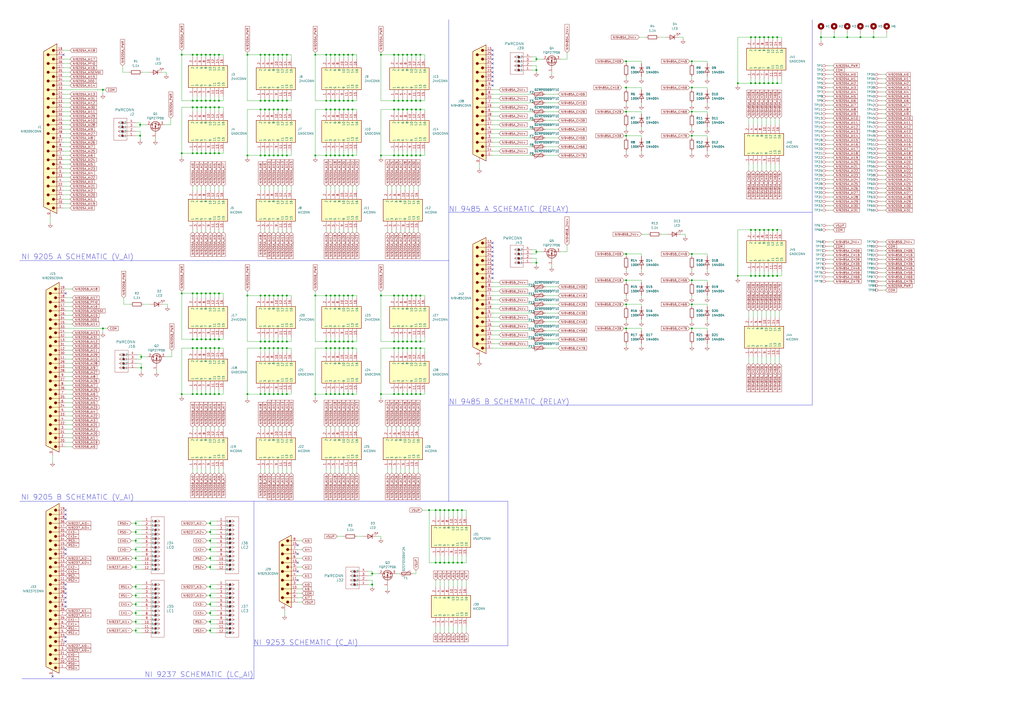
<source format=kicad_sch>
(kicad_sch (version 20250114) (generator "eeschema") (generator_version "9.0")
  (paper "A2")
  (title_block (title "NI-Breakout-Board") (date "2025-07-03") (rev "1") (company "SDSU Rocket Project"))
  (text "NI 9485 B SCHEMATIC (RELAY)" (at 260.35 234.95 0) (effects (font (size 3 3)) (justify left bottom)))
  (text "NI 9205 B SCHEMATIC (V_AI)" (at 12.192 290.322 0) (effects (font (size 3 3)) (justify left bottom)))
  (text "NI 9237 SCHEMATIC (LC_AI)" (at 147.066 393.192 0) (effects (font (size 3 3)) (justify right bottom)))
  (text "NI 9205 A SCHEMATIC (V_AI)" (at 12.446 150.876 0) (effects (font (size 3 3)) (justify left bottom)))
  (text "NI 9253 SCHEMATIC (C_AI)" (at 147.066 374.65 0) (effects (font (size 3 3)) (justify left bottom)))
  (text "NI 9485 A SCHEMATIC (RELAY)" (at 260.35 123.19 0) (effects (font (size 3 3)) (justify left bottom)))
  (junction (at 78.74 303.53))
  (junction (at 143.51 31.75))
  (junction (at 311.15 40.64))
  (junction (at 199.39 31.75))
  (junction (at 220.98 90.17))
  (junction (at 81.915 207.01))
  (junction (at 151.13 58.42))
  (junction (at 233.68 198.12))
  (junction (at 401.32 50.8))
  (junction (at 427.99 160.02))
  (junction (at 199.39 198.12))
  (junction (at 81.915 213.36))
  (junction (at 111.76 170.18))
  (junction (at 238.76 31.75))
  (junction (at 248.92 295.91))
  (junction (at 78.74 328.93))
  (junction (at 448.31 133.35))
  (junction (at 443.23 133.35))
  (junction (at 161.29 90.17))
  (junction (at 105.41 31.75))
  (junction (at 156.21 228.6))
  (junction (at 401.32 35.56))
  (junction (at 233.68 31.75))
  (junction (at 158.75 198.12))
  (junction (at 243.84 31.75))
  (junction (at 243.84 171.45))
  (junction (at 440.69 21.59))
  (junction (at 121.92 323.85))
  (junction (at 116.84 228.6))
  (junction (at 166.37 228.6))
  (junction (at 401.32 147.32))
  (junction (at 255.27 326.39))
  (junction (at 156.21 198.12))
  (junction (at 199.39 171.45))
  (junction (at 231.14 90.17))
  (junction (at 151.13 201.93))
  (junction (at 401.32 78.74))
  (junction (at 363.22 64.77))
  (junction (at 158.75 201.93))
  (junction (at 158.75 63.5))
  (junction (at 267.97 295.91))
  (junction (at 228.6 228.6))
  (junction (at 243.84 90.17))
  (junction (at 116.84 88.9))
  (junction (at 163.83 228.6))
  (junction (at 241.3 90.17))
  (junction (at 445.77 48.26))
  (junction (at 435.61 133.35))
  (junction (at 121.92 328.93))
  (junction (at 119.38 228.6))
  (junction (at 143.51 171.45))
  (junction (at 220.98 228.6))
  (junction (at 438.15 133.35))
  (junction (at 163.83 31.75))
  (junction (at 401.32 64.77))
  (junction (at 443.23 160.02))
  (junction (at 228.6 58.42))
  (junction (at 114.3 31.75))
  (junction (at 119.38 170.18))
  (junction (at 153.67 171.45))
  (junction (at 78.74 340.36))
  (junction (at 199.39 63.5))
  (junction (at 483.87 21.59))
  (junction (at 78.74 308.61))
  (junction (at 151.13 228.6))
  (junction (at 231.14 228.6))
  (junction (at 189.23 228.6))
  (junction (at 127 228.6))
  (junction (at 438.15 21.59))
  (junction (at 111.76 196.85))
  (junction (at 121.92 345.44))
  (junction (at 163.83 63.5))
  (junction (at 448.31 48.26))
  (junction (at 105.41 88.9))
  (junction (at 194.31 171.45))
  (junction (at 196.85 228.6))
  (junction (at 201.93 31.75))
  (junction (at 78.74 355.6))
  (junction (at 228.6 198.12))
  (junction (at 241.3 58.42))
  (junction (at 201.93 63.5))
  (junction (at 233.68 90.17))
  (junction (at 59.69 190.5))
  (junction (at 228.6 171.45))
  (junction (at 448.31 160.02))
  (junction (at 119.38 196.85))
  (junction (at 78.74 365.76))
  (junction (at 116.84 62.23))
  (junction (at 156.21 201.93))
  (junction (at 111.76 88.9))
  (junction (at 158.75 171.45))
  (junction (at 119.38 31.75))
  (junction (at 81.28 78.74))
  (junction (at 215.9 339.09))
  (junction (at 111.76 62.23))
  (junction (at 236.22 31.75))
  (junction (at 151.13 63.5))
  (junction (at 204.47 198.12))
  (junction (at 241.3 63.5))
  (junction (at 201.93 90.17))
  (junction (at 156.21 58.42))
  (junction (at 196.85 198.12))
  (junction (at 438.15 160.02))
  (junction (at 233.68 228.6))
  (junction (at 127 31.75))
  (junction (at 491.49 21.59))
  (junction (at 111.76 58.42))
  (junction (at 153.67 198.12))
  (junction (at 156.21 63.5))
  (junction (at 111.76 31.75))
  (junction (at 233.68 201.93))
  (junction (at 194.31 228.6))
  (junction (at 191.77 90.17))
  (junction (at 151.13 31.75))
  (junction (at 191.77 201.93))
  (junction (at 124.46 228.6))
  (junction (at 161.29 198.12))
  (junction (at 265.43 326.39))
  (junction (at 166.37 171.45))
  (junction (at 143.51 90.17))
  (junction (at 161.29 171.45))
  (junction (at 182.88 171.45))
  (junction (at 267.97 326.39))
  (junction (at 158.75 58.42))
  (junction (at 199.39 58.42))
  (junction (at 121.92 355.6))
  (junction (at 151.13 198.12))
  (junction (at 450.85 21.59))
  (junction (at 121.92 318.77))
  (junction (at 440.69 160.02))
  (junction (at 236.22 228.6))
  (junction (at 121.92 303.53))
  (junction (at 196.85 31.75))
  (junction (at 443.23 48.26))
  (junction (at 440.69 48.26))
  (junction (at 124.46 62.23))
  (junction (at 363.22 78.74))
  (junction (at 450.85 160.02))
  (junction (at 233.68 58.42))
  (junction (at 233.68 63.5))
  (junction (at 201.93 198.12))
  (junction (at 196.85 201.93))
  (junction (at 151.13 90.17))
  (junction (at 363.22 50.8))
  (junction (at 119.38 201.93))
  (junction (at 163.83 171.45))
  (junction (at 231.14 31.75))
  (junction (at 121.92 201.93))
  (junction (at 438.15 48.26))
  (junction (at 116.84 58.42))
  (junction (at 262.89 326.39))
  (junction (at 191.77 63.5))
  (junction (at 238.76 90.17))
  (junction (at 78.74 323.85))
  (junction (at 124.46 88.9))
  (junction (at 121.92 31.75))
  (junction (at 499.11 21.59))
  (junction (at 196.85 90.17))
  (junction (at 194.31 201.93))
  (junction (at 201.93 58.42))
  (junction (at 506.73 21.59))
  (junction (at 311.15 152.4))
  (junction (at 121.92 62.23))
  (junction (at 124.46 31.75))
  (junction (at 252.73 295.91))
  (junction (at 228.6 31.75))
  (junction (at 443.23 21.59))
  (junction (at 153.67 63.5))
  (junction (at 401.32 176.53))
  (junction (at 450.85 133.35))
  (junction (at 238.76 63.5))
  (junction (at 161.29 31.75))
  (junction (at 311.15 146.05))
  (junction (at 166.37 31.75))
  (junction (at 204.47 171.45))
  (junction (at 143.51 228.6))
  (junction (at 445.77 133.35))
  (junction (at 158.75 228.6))
  (junction (at 241.3 31.75))
  (junction (at 114.3 170.18))
  (junction (at 78.74 313.69))
  (junction (at 231.14 171.45))
  (junction (at 401.32 162.56))
  (junction (at 114.3 201.93))
  (junction (at 236.22 198.12))
  (junction (at 81.28 72.39))
  (junction (at 363.22 176.53))
  (junction (at 243.84 198.12))
  (junction (at 191.77 228.6))
  (junction (at 435.61 21.59))
  (junction (at 194.31 31.75))
  (junction (at 231.14 58.42))
  (junction (at 204.47 31.75))
  (junction (at 121.92 88.9))
  (junction (at 476.25 21.59))
  (junction (at 121.92 365.76))
  (junction (at 215.9 332.74))
  (junction (at 260.35 326.39))
  (junction (at 448.31 21.59))
  (junction (at 252.73 326.39))
  (junction (at 241.3 198.12))
  (junction (at 231.14 201.93))
  (junction (at 204.47 201.93))
  (junction (at 189.23 58.42))
  (junction (at 124.46 58.42))
  (junction (at 182.88 90.17))
  (junction (at 191.77 31.75))
  (junction (at 201.93 201.93))
  (junction (at 151.13 171.45))
  (junction (at 116.84 31.75))
  (junction (at 199.39 90.17))
  (junction (at 260.35 295.91))
  (junction (at 191.77 198.12))
  (junction (at 265.43 295.91))
  (junction (at 363.22 190.5))
  (junction (at 182.88 228.6))
  (junction (at 231.14 63.5))
  (junction (at 119.38 62.23))
  (junction (at 124.46 201.93))
  (junction (at 440.69 133.35))
  (junction (at 121.92 340.36))
  (junction (at 243.84 228.6))
  (junction (at 121.92 360.68))
  (junction (at 196.85 63.5))
  (junction (at 194.31 90.17))
  (junction (at 127 62.23))
  (junction (at 156.21 31.75))
  (junction (at 255.27 295.91))
  (junction (at 236.22 63.5))
  (junction (at 127 88.9))
  (junction (at 111.76 201.93))
  (junction (at 78.74 345.44))
  (junction (at 189.23 171.45))
  (junction (at 161.29 58.42))
  (junction (at 238.76 228.6))
  (junction (at 166.37 63.5))
  (junction (at 238.76 198.12))
  (junction (at 238.76 58.42))
  (junction (at 363.22 162.56))
  (junction (at 163.83 198.12))
  (junction (at 163.83 90.17))
  (junction (at 156.21 171.45))
  (junction (at 201.93 228.6))
  (junction (at 127 196.85))
  (junction (at 311.15 34.29))
  (junction (at 163.83 201.93))
  (junction (at 189.23 90.17))
  (junction (at 153.67 31.75))
  (junction (at 236.22 201.93))
  (junction (at 233.68 171.45))
  (junction (at 153.67 90.17))
  (junction (at 243.84 58.42))
  (junction (at 363.22 147.32))
  (junction (at 121.92 196.85))
  (junction (at 189.23 63.5))
  (junction (at 204.47 90.17))
  (junction (at 238.76 201.93))
  (junction (at 220.98 171.45))
  (junction (at 114.3 196.85))
  (junction (at 194.31 198.12))
  (junction (at 158.75 90.17))
  (junction (at 158.75 31.75))
  (junction (at 435.61 48.26))
  (junction (at 78.74 360.68))
  (junction (at 228.6 90.17))
  (junction (at 127 58.42))
  (junction (at 191.77 171.45))
  (junction (at 182.88 31.75))
  (junction (at 116.84 170.18))
  (junction (at 119.38 58.42))
  (junction (at 220.98 31.75))
  (junction (at 114.3 88.9))
  (junction (at 194.31 58.42))
  (junction (at 156.21 90.17))
  (junction (at 121.92 350.52))
  (junction (at 231.14 198.12))
  (junction (at 236.22 171.45))
  (junction (at 228.6 201.93))
  (junction (at 189.23 198.12))
  (junction (at 201.93 171.45))
  (junction (at 204.47 228.6))
  (junction (at 166.37 90.17))
  (junction (at 196.85 171.45))
  (junction (at 191.77 58.42))
  (junction (at 121.92 58.42))
  (junction (at 59.69 52.07))
  (junction (at 241.3 201.93))
  (junction (at 114.3 228.6))
  (junction (at 401.32 190.5))
  (junction (at 127 201.93))
  (junction (at 241.3 171.45))
  (junction (at 153.67 58.42))
  (junction (at 111.76 228.6))
  (junction (at 243.84 63.5))
  (junction (at 238.76 171.45))
  (junction (at 166.37 201.93))
  (junction (at 114.3 58.42))
  (junction (at 445.77 160.02))
  (junction (at 257.81 295.91))
  (junction (at 121.92 313.69))
  (junction (at 121.92 170.18))
  (junction (at 204.47 58.42))
  (junction (at 105.41 170.18))
  (junction (at 105.41 228.6))
  (junction (at 119.38 88.9))
  (junction (at 127 170.18))
  (junction (at 236.22 90.17))
  (junction (at 124.46 170.18))
  (junction (at 241.3 228.6))
  (junction (at 204.47 63.5))
  (junction (at 262.89 295.91))
  (junction (at 445.77 21.59))
  (junction (at 116.84 201.93))
  (junction (at 450.85 48.26))
  (junction (at 196.85 58.42))
  (junction (at 124.46 196.85))
  (junction (at 116.84 196.85))
  (junction (at 163.83 58.42))
  (junction (at 228.6 63.5))
  (junction (at 189.23 31.75))
  (junction (at 166.37 198.12))
  (junction (at 363.22 35.56))
  (junction (at 194.31 63.5))
  (junction (at 243.84 201.93))
  (junction (at 166.37 58.42))
  (junction (at 153.67 201.93))
  (junction (at 161.29 228.6))
  (junction (at 153.67 228.6))
  (junction (at 427.99 48.26))
  (junction (at 199.39 201.93))
  (junction (at 199.39 228.6))
  (junction (at 121.92 308.61))
  (junction (at 114.3 62.23))
  (junction (at 435.61 160.02))
  (junction (at 161.29 201.93))
  (junction (at 189.23 201.93))
  (junction (at 78.74 318.77))
  (junction (at 161.29 63.5))
  (junction (at 78.74 350.52))
  (junction (at 257.81 326.39))
  (junction (at 236.22 58.42))
  (junction (at 121.92 228.6))
  (no_connect (at 38.1 341.63))
  (no_connect (at 38.1 339.09))
  (no_connect (at 285.75 31.75))
  (no_connect (at 285.75 148.59))
  (no_connect (at 38.1 295.91))
  (no_connect (at 285.75 153.67))
  (no_connect (at 38.1 346.71))
  (no_connect (at 285.75 34.29))
  (no_connect (at 285.75 140.97))
  (no_connect (at 30.48 392.43))
  (no_connect (at 38.1 321.31))
  (no_connect (at 285.75 158.75))
  (no_connect (at 285.75 39.37))
  (no_connect (at 285.75 143.51))
  (no_connect (at 36.83 31.75))
  (no_connect (at 285.75 41.91))
  (no_connect (at 285.75 29.21))
  (no_connect (at 172.72 336.55))
  (no_connect (at 285.75 146.05))
  (no_connect (at 285.75 36.83))
  (no_connect (at 285.75 44.45))
  (no_connect (at 38.1 349.25))
  (no_connect (at 38.1 351.79))
  (no_connect (at 285.75 161.29))
  (no_connect (at 38.1 170.18))
  (no_connect (at 38.1 372.11))
  (no_connect (at 38.1 318.77))
  (no_connect (at 38.1 369.57))
  (no_connect (at 38.1 298.45))
  (no_connect (at 38.1 300.99))
  (no_connect (at 285.75 46.99))
  (no_connect (at 285.75 156.21))
  (no_connect (at 172.72 326.39))
  (no_connect (at 172.72 331.47))
  (no_connect (at 285.75 151.13))
  (no_connect (at 172.72 321.31))
  (no_connect (at 38.1 344.17))
  (no_connect (at 172.72 316.23))
  (no_connect (at 285.75 49.53))
  (wire (pts (xy 121.92 170.18) (xy 124.46 170.18)))
  (wire (pts (xy 237.49 134.62) (xy 237.49 133.35)))
  (wire (pts (xy 38.1 226.06) (xy 41.91 226.06)))
  (wire (pts (xy 246.38 228.6) (xy 246.38 227.33)))
  (wire (pts (xy 483.235 147.955) (xy 481.33 147.955)))
  (wire (pts (xy 204.47 31.75) (xy 204.47 34.29)))
  (wire (pts (xy 232.41 134.62) (xy 232.41 133.35)))
  (wire (pts (xy 410.21 52.07) (xy 410.21 50.8)))
  (wire (pts (xy 241.3 90.17) (xy 243.84 90.17)))
  (wire (pts (xy 76.835 365.76) (xy 78.74 365.76)))
  (wire (pts (xy 435.61 133.35) (xy 438.15 133.35)))
  (wire (pts (xy 447.04 180.34) (xy 447.04 184.15)))
  (wire (pts (xy 121.92 345.44) (xy 121.92 346.71)))
  (wire (pts (xy 204.47 171.45) (xy 204.47 172.72)))
  (wire (pts (xy 163.83 134.62) (xy 163.83 133.35)))
  (wire (pts (xy 513.715 55.88) (xy 511.81 55.88)))
  (wire (pts (xy 81.915 210.82) (xy 79.375 210.82)))
  (wire (pts (xy 483.235 142.875) (xy 481.33 142.875)))
  (wire (pts (xy 143.51 31.75) (xy 151.13 31.75)))
  (wire (pts (xy 143.51 58.42) (xy 151.13 58.42)))
  (wire (pts (xy 434.34 68.58) (xy 434.34 72.39)))
  (wire (pts (xy 125.73 359.41) (xy 121.92 359.41)))
  (wire (pts (xy 189.23 171.45) (xy 191.77 171.45)))
  (wire (pts (xy 243.84 171.45) (xy 243.84 172.72)))
  (wire (pts (xy 116.84 88.9) (xy 119.38 88.9)))
  (wire (pts (xy 191.77 107.95) (xy 191.77 110.49)))
  (polyline (pts (xy 147.32 374.65) (xy 294.64 374.65)))
  (wire (pts (xy 119.38 170.18) (xy 119.38 172.72)))
  (wire (pts (xy 361.95 147.32) (xy 363.22 147.32)))
  (wire (pts (xy 124.46 201.93) (xy 124.46 203.2)))
  (wire (pts (xy 62.23 190.5) (xy 59.69 190.5)))
  (wire (pts (xy 114.3 228.6) (xy 116.84 228.6)))
  (wire (pts (xy 241.3 201.93) (xy 241.3 204.47)))
  (wire (pts (xy 483.235 88.9) (xy 481.33 88.9)))
  (wire (pts (xy 265.43 322.58) (xy 265.43 326.39)))
  (wire (pts (xy 78.74 356.87) (xy 82.55 356.87)))
  (wire (pts (xy 448.31 45.72) (xy 448.31 48.26)))
  (wire (pts (xy 450.85 45.72) (xy 450.85 48.26)))
  (wire (pts (xy 513.715 109.22) (xy 511.81 109.22)))
  (wire (pts (xy 450.85 133.35) (xy 453.39 133.35)))
  (wire (pts (xy 483.235 91.44) (xy 481.33 91.44)))
  (wire (pts (xy 153.67 58.42) (xy 156.21 58.42)))
  (wire (pts (xy 182.88 168.91) (xy 182.88 171.45)))
  (wire (pts (xy 163.83 31.75) (xy 163.83 34.29)))
  (wire (pts (xy 401.32 162.56) (xy 410.21 162.56)))
  (wire (pts (xy 445.77 45.72) (xy 445.77 48.26)))
  (wire (pts (xy 224.79 247.65) (xy 224.79 248.92)))
  (wire (pts (xy 285.75 64.77) (xy 308.61 64.77)))
  (wire (pts (xy 82.55 339.09) (xy 78.74 339.09)))
  (wire (pts (xy 124.46 170.18) (xy 127 170.18)))
  (wire (pts (xy 434.34 99.06) (xy 434.34 95.25)))
  (wire (pts (xy 99.695 207.01) (xy 95.885 207.01)))
  (wire (pts (xy 513.715 155.575) (xy 511.81 155.575)))
  (wire (pts (xy 121.92 31.75) (xy 121.92 33.02)))
  (wire (pts (xy 153.67 90.17) (xy 156.21 90.17)))
  (wire (pts (xy 38.1 248.92) (xy 41.91 248.92)))
  (wire (pts (xy 452.12 210.82) (xy 452.12 207.01)))
  (wire (pts (xy 236.22 228.6) (xy 238.76 228.6)))
  (wire (pts (xy 289.56 194.31) (xy 285.75 194.31)))
  (wire (pts (xy 121.92 304.8) (xy 125.73 304.8)))
  (wire (pts (xy 182.88 231.14) (xy 182.88 228.6)))
  (wire (pts (xy 252.73 295.91) (xy 252.73 299.72)))
  (wire (pts (xy 483.235 116.84) (xy 481.33 116.84)))
  (wire (pts (xy 450.85 157.48) (xy 450.85 160.02)))
  (wire (pts (xy 238.76 201.93) (xy 238.76 204.47)))
  (wire (pts (xy 111.76 62.23) (xy 114.3 62.23)))
  (wire (pts (xy 156.21 134.62) (xy 156.21 133.35)))
  (wire (pts (xy 363.22 190.5) (xy 372.11 190.5)))
  (wire (pts (xy 443.23 160.02) (xy 445.77 160.02)))
  (wire (pts (xy 449.58 68.58) (xy 449.58 72.39)))
  (wire (pts (xy 236.22 195.58) (xy 236.22 198.12)))
  (wire (pts (xy 363.22 50.8) (xy 372.11 50.8)))
  (wire (pts (xy 82.55 344.17) (xy 78.74 344.17)))
  (wire (pts (xy 191.77 58.42) (xy 194.31 58.42)))
  (wire (pts (xy 410.21 148.59) (xy 410.21 147.32)))
  (wire (pts (xy 363.22 78.74) (xy 372.11 78.74)))
  (wire (pts (xy 243.84 201.93) (xy 246.38 201.93)))
  (wire (pts (xy 215.9 331.47) (xy 213.36 331.47)))
  (wire (pts (xy 143.51 91.44) (xy 143.51 90.17)))
  (wire (pts (xy 262.89 336.55) (xy 262.89 340.36)))
  (wire (pts (xy 361.95 50.8) (xy 363.22 50.8)))
  (wire (pts (xy 311.15 153.67) (xy 311.15 152.4)))
  (wire (pts (xy 163.83 195.58) (xy 163.83 198.12)))
  (wire (pts (xy 513.715 76.2) (xy 511.81 76.2)))
  (wire (pts (xy 121.92 355.6) (xy 121.92 356.87)))
  (wire (pts (xy 483.235 38.1) (xy 481.33 38.1)))
  (wire (pts (xy 243.84 31.75) (xy 246.38 31.75)))
  (wire (pts (xy 119.38 88.9) (xy 121.92 88.9)))
  (wire (pts (xy 201.93 198.12) (xy 204.47 198.12)))
  (wire (pts (xy 78.74 325.12) (xy 82.55 325.12)))
  (wire (pts (xy 125.73 364.49) (xy 121.92 364.49)))
  (wire (pts (xy 127 196.85) (xy 129.54 196.85)))
  (wire (pts (xy 153.67 63.5) (xy 156.21 63.5)))
  (wire (pts (xy 483.235 60.96) (xy 481.33 60.96)))
  (wire (pts (xy 38.1 195.58) (xy 41.91 195.58)))
  (wire (pts (xy 38.1 238.76) (xy 41.91 238.76)))
  (wire (pts (xy 116.84 87.63) (xy 116.84 88.9)))
  (wire (pts (xy 189.23 58.42) (xy 191.77 58.42)))
  (wire (pts (xy 401.32 50.8) (xy 401.32 52.07)))
  (wire (pts (xy 401.32 200.66) (xy 401.32 199.39)))
  (wire (pts (xy 483.235 58.42) (xy 481.33 58.42)))
  (wire (pts (xy 513.715 86.36) (xy 511.81 86.36)))
  (wire (pts (xy 204.47 195.58) (xy 204.47 198.12)))
  (wire (pts (xy 121.92 201.93) (xy 121.92 203.2)))
  (wire (pts (xy 438.15 133.35) (xy 438.15 134.62)))
  (wire (pts (xy 189.23 63.5) (xy 189.23 64.77)))
  (wire (pts (xy 237.49 107.95) (xy 237.49 110.49)))
  (wire (pts (xy 483.235 78.74) (xy 481.33 78.74)))
  (wire (pts (xy 372.11 88.9) (xy 372.11 87.63)))
  (wire (pts (xy 38.1 187.96) (xy 41.91 187.96)))
  (wire (pts (xy 328.93 142.24) (xy 328.93 146.05)))
  (wire (pts (xy 151.13 107.95) (xy 151.13 110.49)))
  (wire (pts (xy 434.34 210.82) (xy 434.34 207.01)))
  (wire (pts (xy 410.21 88.9) (xy 410.21 87.63)))
  (wire (pts (xy 227.33 274.32) (xy 227.33 271.78)))
  (wire (pts (xy 440.69 133.35) (xy 443.23 133.35)))
  (wire (pts (xy 199.39 274.32) (xy 199.39 271.78)))
  (wire (pts (xy 207.01 107.95) (xy 207.01 110.49)))
  (wire (pts (xy 161.29 171.45) (xy 163.83 171.45)))
  (wire (pts (xy 36.83 90.17) (xy 40.64 90.17)))
  (wire (pts (xy 36.83 39.37) (xy 40.64 39.37)))
  (wire (pts (xy 483.235 158.115) (xy 481.33 158.115)))
  (wire (pts (xy 513.715 66.04) (xy 511.81 66.04)))
  (wire (pts (xy 36.83 115.57) (xy 40.64 115.57)))
  (wire (pts (xy 483.235 140.335) (xy 481.33 140.335)))
  (wire (pts (xy 116.84 247.65) (xy 116.84 248.92)))
  (wire (pts (xy 127 88.9) (xy 129.54 88.9)))
  (wire (pts (xy 323.85 64.77) (xy 316.23 64.77)))
  (wire (pts (xy 161.29 90.17) (xy 163.83 90.17)))
  (wire (pts (xy 361.95 35.56) (xy 363.22 35.56)))
  (wire (pts (xy 323.85 54.61) (xy 316.23 54.61)))
  (wire (pts (xy 81.915 208.28) (xy 79.375 208.28)))
  (wire (pts (xy 119.38 201.93) (xy 121.92 201.93)))
  (wire (pts (xy 82.55 349.25) (xy 78.74 349.25)))
  (wire (pts (xy 445.77 48.26) (xy 448.31 48.26)))
  (wire (pts (xy 401.32 162.56) (xy 401.32 163.83)))
  (wire (pts (xy 229.87 107.95) (xy 229.87 110.49)))
  (wire (pts (xy 168.91 274.32) (xy 168.91 271.78)))
  (wire (pts (xy 153.67 227.33) (xy 153.67 228.6)))
  (wire (pts (xy 438.15 133.35) (xy 440.69 133.35)))
  (wire (pts (xy 129.54 33.02) (xy 129.54 31.75)))
  (wire (pts (xy 78.74 312.42) (xy 78.74 313.69)))
  (wire (pts (xy 161.29 195.58) (xy 161.29 198.12)))
  (wire (pts (xy 127 62.23) (xy 127 64.77)))
  (wire (pts (xy 38.1 185.42) (xy 41.91 185.42)))
  (wire (pts (xy 243.84 228.6) (xy 246.38 228.6)))
  (wire (pts (xy 196.85 134.62) (xy 196.85 133.35)))
  (wire (pts (xy 438.15 45.72) (xy 438.15 48.26)))
  (wire (pts (xy 96.52 41.91) (xy 93.98 41.91)))
  (wire (pts (xy 158.75 228.6) (xy 161.29 228.6)))
  (wire (pts (xy 444.5 180.34) (xy 444.5 184.15)))
  (wire (pts (xy 153.67 171.45) (xy 153.67 172.72)))
  (wire (pts (xy 38.1 254) (xy 41.91 254)))
  (wire (pts (xy 220.98 31.75) (xy 228.6 31.75)))
  (wire (pts (xy 121.92 307.34) (xy 121.92 308.61)))
  (wire (pts (xy 78.74 328.93) (xy 78.74 330.2)))
  (wire (pts (xy 199.39 195.58) (xy 199.39 198.12)))
  (wire (pts (xy 151.13 90.17) (xy 153.67 90.17)))
  (wire (pts (xy 513.715 60.96) (xy 511.81 60.96)))
  (wire (pts (xy 513.715 53.34) (xy 511.81 53.34)))
  (wire (pts (xy 201.93 274.32) (xy 201.93 271.78)))
  (wire (pts (xy 143.51 90.17) (xy 151.13 90.17)))
  (wire (pts (xy 121.92 364.49) (xy 121.92 365.76)))
  (wire (pts (xy 439.42 68.58) (xy 439.42 72.39)))
  (wire (pts (xy 220.98 91.44) (xy 220.98 90.17)))
  (wire (pts (xy 231.14 198.12) (xy 233.68 198.12)))
  (wire (pts (xy 121.92 339.09) (xy 121.92 340.36)))
  (wire (pts (xy 234.95 274.32) (xy 234.95 271.78)))
  (polyline (pts (xy 294.64 374.65) (xy 294.64 290.83)))
  (wire (pts (xy 410.21 186.69) (xy 410.21 185.42)))
  (wire (pts (xy 189.23 201.93) (xy 189.23 204.47)))
  (wire (pts (xy 78.74 360.68) (xy 78.74 361.95)))
  (wire (pts (xy 194.31 247.65) (xy 194.31 248.92)))
  (wire (pts (xy 125.73 354.33) (xy 121.92 354.33)))
  (wire (pts (xy 215.9 339.09) (xy 215.9 336.55)))
  (wire (pts (xy 196.85 228.6) (xy 199.39 228.6)))
  (wire (pts (xy 78.74 314.96) (xy 82.55 314.96)))
  (wire (pts (xy 116.84 195.58) (xy 116.84 196.85)))
  (wire (pts (xy 483.235 130.81) (xy 481.33 130.81)))
  (wire (pts (xy 435.61 133.35) (xy 435.61 134.62)))
  (wire (pts (xy 278.13 97.79) (xy 278.13 95.25)))
  (wire (pts (xy 311.15 152.4) (xy 311.15 149.86)))
  (wire (pts (xy 363.22 147.32) (xy 372.11 147.32)))
  (wire (pts (xy 506.73 21.59) (xy 514.35 21.59)))
  (wire (pts (xy 81.28 73.66) (xy 78.74 73.66)))
  (wire (pts (xy 483.235 155.575) (xy 481.33 155.575)))
  (wire (pts (xy 78.74 361.95) (xy 82.55 361.95)))
  (wire (pts (xy 36.83 62.23) (xy 40.64 62.23)))
  (wire (pts (xy 233.68 90.17) (xy 236.22 90.17)))
  (wire (pts (xy 116.84 55.88) (xy 116.84 58.42)))
  (wire (pts (xy 285.75 80.01) (xy 308.61 80.01)))
  (wire (pts (xy 182.88 58.42) (xy 189.23 58.42)))
  (wire (pts (xy 483.235 66.04) (xy 481.33 66.04)))
  (wire (pts (xy 255.27 322.58) (xy 255.27 326.39)))
  (wire (pts (xy 38.1 220.98) (xy 41.91 220.98)))
  (wire (pts (xy 191.77 57.15) (xy 191.77 58.42)))
  (wire (pts (xy 111.76 31.75) (xy 111.76 33.02)))
  (wire (pts (xy 119.38 58.42) (xy 121.92 58.42)))
  (wire (pts (xy 440.69 45.72) (xy 440.69 48.26)))
  (wire (pts (xy 127 134.62) (xy 127 133.35)))
  (wire (pts (xy 153.67 31.75) (xy 153.67 34.29)))
  (wire (pts (xy 121.92 62.23) (xy 124.46 62.23)))
  (wire (pts (xy 513.715 121.92) (xy 511.81 121.92)))
  (wire (pts (xy 400.05 176.53) (xy 401.32 176.53)))
  (wire (pts (xy 231.14 195.58) (xy 231.14 198.12)))
  (wire (pts (xy 220.98 171.45) (xy 228.6 171.45)))
  (wire (pts (xy 38.1 256.54) (xy 41.91 256.54)))
  (wire (pts (xy 119.38 62.23) (xy 119.38 64.77)))
  (wire (pts (xy 161.29 134.62) (xy 161.29 133.35)))
  (wire (pts (xy 220.98 31.75) (xy 220.98 58.42)))
  (wire (pts (xy 257.81 322.58) (xy 257.81 326.39)))
  (wire (pts (xy 215.9 334.01) (xy 213.36 334.01)))
  (wire (pts (xy 201.93 227.33) (xy 201.93 228.6)))
  (wire (pts (xy 236.22 171.45) (xy 236.22 172.72)))
  (wire (pts (xy 38.1 246.38) (xy 41.91 246.38)))
  (wire (pts (xy 204.47 107.95) (xy 204.47 110.49)))
  (wire (pts (xy 78.74 364.49) (xy 78.74 365.76)))
  (wire (pts (xy 231.14 201.93) (xy 231.14 204.47)))
  (wire (pts (xy 161.29 57.15) (xy 161.29 58.42)))
  (wire (pts (xy 438.15 157.48) (xy 438.15 160.02)))
  (wire (pts (xy 125.73 327.66) (xy 121.92 327.66)))
  (wire (pts (xy 199.39 107.95) (xy 199.39 110.49)))
  (wire (pts (xy 116.84 134.62) (xy 116.84 133.35)))
  (wire (pts (xy 191.77 274.32) (xy 191.77 271.78)))
  (wire (pts (xy 189.23 90.17) (xy 191.77 90.17)))
  (wire (pts (xy 246.38 198.12) (xy 246.38 195.58)))
  (wire (pts (xy 175.26 313.69) (xy 172.72 313.69)))
  (wire (pts (xy 199.39 57.15) (xy 199.39 58.42)))
  (wire (pts (xy 440.69 133.35) (xy 440.69 134.62)))
  (wire (pts (xy 233.68 31.75) (xy 233.68 34.29)))
  (wire (pts (xy 289.56 62.23) (xy 285.75 62.23)))
  (wire (pts (xy 166.37 63.5) (xy 168.91 63.5)))
  (wire (pts (xy 168.91 34.29) (xy 168.91 31.75)))
  (wire (pts (xy 363.22 162.56) (xy 372.11 162.56)))
  (wire (pts (xy 207.01 198.12) (xy 207.01 195.58)))
  (wire (pts (xy 260.35 326.39) (xy 257.81 326.39)))
  (wire (pts (xy 401.32 157.48) (xy 401.32 156.21)))
  (wire (pts (xy 238.76 201.93) (xy 241.3 201.93)))
  (wire (pts (xy 38.1 228.6) (xy 41.91 228.6)))
  (wire (pts (xy 114.3 247.65) (xy 114.3 248.92)))
  (wire (pts (xy 400.05 64.77) (xy 401.32 64.77)))
  (wire (pts (xy 120.015 323.85) (xy 121.92 323.85)))
  (wire (pts (xy 436.88 210.82) (xy 436.88 207.01)))
  (wire (pts (xy 158.75 195.58) (xy 158.75 198.12)))
  (wire (pts (xy 151.13 274.32) (xy 151.13 271.78)))
  (wire (pts (xy 127 170.18) (xy 129.54 170.18)))
  (wire (pts (xy 438.15 48.26) (xy 440.69 48.26)))
  (wire (pts (xy 156.21 31.75) (xy 158.75 31.75)))
  (wire (pts (xy 363.22 176.53) (xy 363.22 177.8)))
  (wire (pts (xy 59.69 190.5) (xy 59.69 193.04)))
  (wire (pts (xy 38.1 223.52) (xy 41.91 223.52)))
  (wire (pts (xy 201.93 57.15) (xy 201.93 58.42)))
  (wire (pts (xy 111.76 62.23) (xy 111.76 64.77)))
  (wire (pts (xy 260.35 336.55) (xy 260.35 340.36)))
  (wire (pts (xy 231.14 171.45) (xy 231.14 172.72)))
  (wire (pts (xy 119.38 55.88) (xy 119.38 58.42)))
  (polyline (pts (xy 11.43 290.83) (xy 260.35 290.83)))
  (wire (pts (xy 121.92 302.26) (xy 121.92 303.53)))
  (wire (pts (xy 441.96 180.34) (xy 441.96 184.15)))
  (wire (pts (xy 78.74 339.09) (xy 78.74 340.36)))
  (wire (pts (xy 166.37 107.95) (xy 166.37 110.49)))
  (wire (pts (xy 116.84 31.75) (xy 116.84 33.02)))
  (wire (pts (xy 191.77 228.6) (xy 194.31 228.6)))
  (wire (pts (xy 513.715 96.52) (xy 511.81 96.52)))
  (wire (pts (xy 285.75 166.37) (xy 308.61 166.37)))
  (wire (pts (xy 238.76 87.63) (xy 238.76 90.17)))
  (wire (pts (xy 78.74 350.52) (xy 78.74 351.79)))
  (wire (pts (xy 189.23 227.33) (xy 189.23 228.6)))
  (wire (pts (xy 445.77 157.48) (xy 445.77 160.02)))
  (wire (pts (xy 38.1 213.36) (xy 41.91 213.36)))
  (wire (pts (xy 143.51 201.93) (xy 143.51 228.6)))
  (wire (pts (xy 233.68 195.58) (xy 233.68 198.12)))
  (wire (pts (xy 476.25 21.59) (xy 483.87 21.59)))
  (wire (pts (xy 401.32 64.77) (xy 401.32 66.04)))
  (wire (pts (xy 513.715 147.955) (xy 511.81 147.955)))
  (polyline (pts (xy 260.35 234.95) (xy 471.17 234.95)))
  (wire (pts (xy 81.915 213.36) (xy 79.375 213.36)))
  (wire (pts (xy 97.155 177.8) (xy 97.155 176.53)))
  (wire (pts (xy 311.15 33.02) (xy 311.15 34.29)))
  (wire (pts (xy 233.68 63.5) (xy 236.22 63.5)))
  (wire (pts (xy 36.83 44.45) (xy 40.64 44.45)))
  (wire (pts (xy 166.37 247.65) (xy 166.37 248.92)))
  (wire (pts (xy 143.51 231.14) (xy 143.51 228.6)))
  (wire (pts (xy 224.79 134.62) (xy 224.79 133.35)))
  (wire (pts (xy 158.75 63.5) (xy 158.75 64.77)))
  (wire (pts (xy 204.47 198.12) (xy 207.01 198.12)))
  (wire (pts (xy 151.13 227.33) (xy 151.13 228.6)))
  (wire (pts (xy 36.83 87.63) (xy 40.64 87.63)))
  (wire (pts (xy 121.92 320.04) (xy 125.73 320.04)))
  (wire (pts (xy 238.76 195.58) (xy 238.76 198.12)))
  (wire (pts (xy 129.54 203.2) (xy 129.54 201.93)))
  (wire (pts (xy 450.85 48.26) (xy 453.39 48.26)))
  (wire (pts (xy 36.83 113.03) (xy 40.64 113.03)))
  (wire (pts (xy 236.22 201.93) (xy 236.22 204.47)))
  (wire (pts (xy 127 31.75) (xy 127 33.02)))
  (wire (pts (xy 243.84 90.17) (xy 246.38 90.17)))
  (wire (pts (xy 189.23 274.32) (xy 189.23 271.78)))
  (wire (pts (xy 191.77 63.5) (xy 194.31 63.5)))
  (wire (pts (xy 443.23 48.26) (xy 445.77 48.26)))
  (wire (pts (xy 85.09 72.39) (xy 81.28 72.39)))
  (wire (pts (xy 36.83 97.79) (xy 40.64 97.79)))
  (wire (pts (xy 29.21 125.73) (xy 29.21 129.54)))
  (wire (pts (xy 120.015 345.44) (xy 121.92 345.44)))
  (wire (pts (xy 196.85 90.17) (xy 199.39 90.17)))
  (wire (pts (xy 363.22 60.96) (xy 363.22 59.69)))
  (wire (pts (xy 220.98 63.5) (xy 228.6 63.5)))
  (wire (pts (xy 124.46 170.18) (xy 124.46 172.72)))
  (wire (pts (xy 289.56 52.07) (xy 285.75 52.07)))
  (wire (pts (xy 166.37 195.58) (xy 166.37 198.12)))
  (wire (pts (xy 105.41 88.9) (xy 111.76 88.9)))
  (wire (pts (xy 257.81 367.03) (xy 257.81 363.22)))
  (wire (pts (xy 166.37 87.63) (xy 166.37 90.17)))
  (wire (pts (xy 166.37 201.93) (xy 168.91 201.93)))
  (wire (pts (xy 116.84 274.32) (xy 116.84 271.78)))
  (wire (pts (xy 239.395 332.74) (xy 241.3 332.74)))
  (wire (pts (xy 127 31.75) (xy 129.54 31.75)))
  (wire (pts (xy 236.22 87.63) (xy 236.22 90.17)))
  (wire (pts (xy 121.92 308.61) (xy 121.92 309.88)))
  (wire (pts (xy 289.56 87.63) (xy 285.75 87.63)))
  (wire (pts (xy 372.11 200.66) (xy 372.11 199.39)))
  (wire (pts (xy 443.23 133.35) (xy 443.23 134.62)))
  (wire (pts (xy 99.695 203.2) (xy 99.695 207.01)))
  (wire (pts (xy 289.56 189.23) (xy 285.75 189.23)))
  (wire (pts (xy 242.57 107.95) (xy 242.57 110.49)))
  (wire (pts (xy 401.32 88.9) (xy 401.32 87.63)))
  (wire (pts (xy 78.74 365.76) (xy 78.74 367.03)))
  (wire (pts (xy 121.92 327.66) (xy 121.92 328.93)))
  (polyline (pts (xy 471.17 123.19) (xy 471.17 234.95)))
  (wire (pts (xy 156.21 107.95) (xy 156.21 110.49)))
  (wire (pts (xy 240.03 134.62) (xy 240.03 133.35)))
  (wire (pts (xy 124.46 88.9) (xy 127 88.9)))
  (wire (pts (xy 191.77 63.5) (xy 191.77 64.77)))
  (wire (pts (xy 476.25 24.13) (xy 476.25 21.59)))
  (wire (pts (xy 513.715 114.3) (xy 511.81 114.3)))
  (wire (pts (xy 161.29 201.93) (xy 161.29 204.47)))
  (wire (pts (xy 163.83 87.63) (xy 163.83 90.17)))
  (wire (pts (xy 401.32 64.77) (xy 410.21 64.77)))
  (wire (pts (xy 246.38 64.77) (xy 246.38 63.5)))
  (wire (pts (xy 156.21 58.42) (xy 158.75 58.42)))
  (wire (pts (xy 483.235 68.58) (xy 481.33 68.58)))
  (wire (pts (xy 196.85 247.65) (xy 196.85 248.92)))
  (wire (pts (xy 220.98 311.15) (xy 218.44 311.15)))
  (wire (pts (xy 215.9 339.09) (xy 213.36 339.09)))
  (wire (pts (xy 441.96 99.06) (xy 441.96 95.25)))
  (wire (pts (xy 199.39 228.6) (xy 201.93 228.6)))
  (wire (pts (xy 220.98 201.93) (xy 220.98 228.6)))
  (wire (pts (xy 483.235 153.035) (xy 481.33 153.035)))
  (wire (pts (xy 125.73 312.42) (xy 121.92 312.42)))
  (wire (pts (xy 228.6 171.45) (xy 228.6 172.72)))
  (wire (pts (xy 161.29 87.63) (xy 161.29 90.17)))
  (wire (pts (xy 513.715 160.655) (xy 511.81 160.655)))
  (wire (pts (xy 38.1 198.12) (xy 41.91 198.12)))
  (wire (pts (xy 120.015 308.61) (xy 121.92 308.61)))
  (wire (pts (xy 38.1 218.44) (xy 41.91 218.44)))
  (wire (pts (xy 194.31 87.63) (xy 194.31 90.17)))
  (polyline (pts (xy 260.35 123.19) (xy 471.17 123.19)))
  (wire (pts (xy 438.15 21.59) (xy 440.69 21.59)))
  (wire (pts (xy 443.23 133.35) (xy 445.77 133.35)))
  (wire (pts (xy 427.99 133.35) (xy 427.99 160.02)))
  (wire (pts (xy 82.55 364.49) (xy 78.74 364.49)))
  (wire (pts (xy 143.51 30.48) (xy 143.51 31.75)))
  (wire (pts (xy 119.38 87.63) (xy 119.38 88.9)))
  (wire (pts (xy 71.755 172.72) (xy 71.755 176.53)))
  (wire (pts (xy 401.32 78.74) (xy 401.32 80.01)))
  (wire (pts (xy 410.21 177.8) (xy 410.21 176.53)))
  (wire (pts (xy 121.92 87.63) (xy 121.92 88.9)))
  (wire (pts (xy 182.88 228.6) (xy 189.23 228.6)))
  (wire (pts (xy 438.15 160.02) (xy 440.69 160.02)))
  (wire (pts (xy 78.74 304.8) (xy 82.55 304.8)))
  (wire (pts (xy 237.49 247.65) (xy 237.49 248.92)))
  (wire (pts (xy 189.23 107.95) (xy 189.23 110.49)))
  (wire (pts (xy 245.11 295.91) (xy 248.92 295.91)))
  (wire (pts (xy 363.22 186.69) (xy 363.22 185.42)))
  (wire (pts (xy 427.99 160.02) (xy 435.61 160.02)))
  (wire (pts (xy 236.22 171.45) (xy 238.76 171.45)))
  (wire (pts (xy 161.29 58.42) (xy 163.83 58.42)))
  (wire (pts (xy 114.3 58.42) (xy 116.84 58.42)))
  (wire (pts (xy 311.15 146.05) (xy 311.15 147.32)))
  (wire (pts (xy 121.92 274.32) (xy 121.92 271.78)))
  (wire (pts (xy 311.15 35.56) (xy 308.61 35.56)))
  (wire (pts (xy 156.21 63.5) (xy 156.21 64.77)))
  (wire (pts (xy 153.67 198.12) (xy 156.21 198.12)))
  (wire (pts (xy 483.235 160.655) (xy 481.33 160.655)))
  (wire (pts (xy 78.74 355.6) (xy 78.74 356.87)))
  (wire (pts (xy 124.46 55.88) (xy 124.46 58.42)))
  (wire (pts (xy 163.83 198.12) (xy 166.37 198.12)))
  (wire (pts (xy 238.76 63.5) (xy 238.76 64.77)))
  (wire (pts (xy 201.93 63.5) (xy 204.47 63.5)))
  (wire (pts (xy 262.89 322.58) (xy 262.89 326.39)))
  (wire (pts (xy 127 274.32) (xy 127 271.78)))
  (wire (pts (xy 483.87 19.05) (xy 483.87 21.59)))
  (wire (pts (xy 158.75 201.93) (xy 161.29 201.93)))
  (wire (pts (xy 71.755 176.53) (xy 75.565 176.53)))
  (wire (pts (xy 231.14 201.93) (xy 233.68 201.93)))
  (wire (pts (xy 196.85 195.58) (xy 196.85 198.12)))
  (wire (pts (xy 121.92 58.42) (xy 124.46 58.42)))
  (wire (pts (xy 513.715 163.195) (xy 511.81 163.195)))
  (wire (pts (xy 483.235 133.35) (xy 481.33 133.35)))
  (wire (pts (xy 410.21 172.72) (xy 410.21 171.45)))
  (wire (pts (xy 220.98 312.42) (xy 220.98 311.15)))
  (wire (pts (xy 361.95 190.5) (xy 363.22 190.5)))
  (wire (pts (xy 285.75 176.53) (xy 308.61 176.53)))
  (wire (pts (xy 196.85 63.5) (xy 196.85 64.77)))
  (wire (pts (xy 255.27 295.91) (xy 255.27 299.72)))
  (wire (pts (xy 125.73 344.17) (xy 121.92 344.17)))
  (wire (pts (xy 158.75 31.75) (xy 161.29 31.75)))
  (wire (pts (xy 204.47 227.33) (xy 204.47 228.6)))
  (wire (pts (xy 119.38 107.95) (xy 119.38 110.49)))
  (wire (pts (xy 78.74 309.88) (xy 82.55 309.88)))
  (wire (pts (xy 372.11 191.77) (xy 372.11 190.5)))
  (wire (pts (xy 231.14 63.5) (xy 231.14 64.77)))
  (wire (pts (xy 30.48 267.97) (xy 30.48 264.16)))
  (wire (pts (xy 363.22 190.5) (xy 363.22 191.77)))
  (wire (pts (xy 97.155 176.53) (xy 94.615 176.53)))
  (wire (pts (xy 401.32 190.5) (xy 410.21 190.5)))
  (wire (pts (xy 82.55 322.58) (xy 78.74 322.58)))
  (wire (pts (xy 121.92 346.71) (xy 125.73 346.71)))
  (wire (pts (xy 121.92 322.58) (xy 121.92 323.85)))
  (wire (pts (xy 229.87 247.65) (xy 229.87 248.92)))
  (wire (pts (xy 483.235 114.3) (xy 481.33 114.3)))
  (wire (pts (xy 166.37 57.15) (xy 166.37 58.42)))
  (wire (pts (xy 151.13 228.6) (xy 153.67 228.6)))
  (wire (pts (xy 427.99 161.29) (xy 427.99 160.02)))
  (wire (pts (xy 111.76 201.93) (xy 111.76 203.2)))
  (wire (pts (xy 196.85 201.93) (xy 196.85 204.47)))
  (wire (pts (xy 191.77 201.93) (xy 194.31 201.93)))
  (wire (pts (xy 513.715 119.38) (xy 511.81 119.38)))
  (wire (pts (xy 363.22 35.56) (xy 372.11 35.56)))
  (wire (pts (xy 285.75 186.69) (xy 308.61 186.69)))
  (wire (pts (xy 513.715 43.18) (xy 511.81 43.18)))
  (wire (pts (xy 182.88 198.12) (xy 189.23 198.12)))
  (wire (pts (xy 81.915 205.74) (xy 81.915 207.01)))
  (wire (pts (xy 60.96 52.07) (xy 59.69 52.07)))
  (wire (pts (xy 236.22 31.75) (xy 238.76 31.75)))
  (wire (pts (xy 120.015 365.76) (xy 121.92 365.76)))
  (wire (pts (xy 82.55 327.66) (xy 78.74 327.66)))
  (wire (pts (xy 220.98 63.5) (xy 220.98 90.17)))
  (wire (pts (xy 220.98 90.17) (xy 228.6 90.17)))
  (wire (pts (xy 194.31 134.62) (xy 194.31 133.35)))
  (wire (pts (xy 243.84 57.15) (xy 243.84 58.42)))
  (wire (pts (xy 476.25 19.05) (xy 476.25 21.59)))
  (wire (pts (xy 151.13 195.58) (xy 151.13 198.12)))
  (wire (pts (xy 401.32 176.53) (xy 401.32 177.8)))
  (wire (pts (xy 513.715 158.115) (xy 511.81 158.115)))
  (wire (pts (xy 513.715 63.5) (xy 511.81 63.5)))
  (wire (pts (xy 71.12 38.1) (xy 71.12 41.91)))
  (wire (pts (xy 435.61 48.26) (xy 438.15 48.26)))
  (wire (pts (xy 153.67 195.58) (xy 153.67 198.12)))
  (wire (pts (xy 153.67 171.45) (xy 156.21 171.45)))
  (wire (pts (xy 410.21 80.01) (xy 410.21 78.74)))
  (wire (pts (xy 231.14 87.63) (xy 231.14 90.17)))
  (wire (pts (xy 127 228.6) (xy 129.54 228.6)))
  (wire (pts (xy 243.84 31.75) (xy 243.84 34.29)))
  (wire (pts (xy 120.015 340.36) (xy 121.92 340.36)))
  (wire (pts (xy 151.13 63.5) (xy 151.13 64.77)))
  (wire (pts (xy 289.56 57.15) (xy 285.75 57.15)))
  (wire (pts (xy 127 201.93) (xy 129.54 201.93)))
  (wire (pts (xy 114.3 31.75) (xy 116.84 31.75)))
  (wire (pts (xy 231.14 228.6) (xy 233.68 228.6)))
  (wire (pts (xy 121.92 247.65) (xy 121.92 248.92)))
  (wire (pts (xy 228.6 63.5) (xy 228.6 64.77)))
  (wire (pts (xy 153.67 247.65) (xy 153.67 248.92)))
  (wire (pts (xy 201.93 228.6) (xy 204.47 228.6)))
  (wire (pts (xy 207.01 228.6) (xy 207.01 227.33)))
  (wire (pts (xy 483.235 71.12) (xy 481.33 71.12)))
  (wire (pts (xy 38.1 200.66) (xy 41.91 200.66)))
  (wire (pts (xy 289.56 179.07) (xy 285.75 179.07)))
  (wire (pts (xy 36.83 57.15) (xy 40.64 57.15)))
  (wire (pts (xy 168.91 107.95) (xy 168.91 110.49)))
  (wire (pts (xy 168.91 172.72) (xy 168.91 171.45)))
  (wire (pts (xy 238.76 31.75) (xy 238.76 34.29)))
  (wire (pts (xy 124.46 58.42) (xy 127 58.42)))
  (wire (pts (xy 153.67 63.5) (xy 153.67 64.77)))
  (wire (pts (xy 255.27 326.39) (xy 252.73 326.39)))
  (wire (pts (xy 163.83 57.15) (xy 163.83 58.42)))
  (wire (pts (xy 241.3 201.93) (xy 243.84 201.93)))
  (wire (pts (xy 194.31 227.33) (xy 194.31 228.6)))
  (wire (pts (xy 156.21 195.58) (xy 156.21 198.12)))
  (polyline (pts (xy 260.35 151.13) (xy 260.35 290.83)))
  (wire (pts (xy 427.99 49.53) (xy 427.99 48.26)))
  (wire (pts (xy 121.92 323.85) (xy 121.92 325.12)))
  (wire (pts (xy 175.26 318.77) (xy 172.72 318.77)))
  (wire (pts (xy 238.76 31.75) (xy 241.3 31.75)))
  (wire (pts (xy 156.21 227.33) (xy 156.21 228.6)))
  (wire (pts (xy 252.73 295.91) (xy 255.27 295.91)))
  (wire (pts (xy 194.31 195.58) (xy 194.31 198.12)))
  (wire (pts (xy 191.77 198.12) (xy 194.31 198.12)))
  (wire (pts (xy 372.11 186.69) (xy 372.11 185.42)))
  (wire (pts (xy 116.84 62.23) (xy 116.84 64.77)))
  (wire (pts (xy 228.6 198.12) (xy 231.14 198.12)))
  (wire (pts (xy 252.73 326.39) (xy 248.92 326.39)))
  (wire (pts (xy 448.31 160.02) (xy 450.85 160.02)))
  (wire (pts (xy 289.56 199.39) (xy 285.75 199.39)))
  (wire (pts (xy 127 62.23) (xy 129.54 62.23)))
  (wire (pts (xy 234.95 247.65) (xy 234.95 248.92)))
  (wire (pts (xy 241.3 63.5) (xy 241.3 64.77)))
  (wire (pts (xy 90.805 215.9) (xy 90.805 214.63)))
  (wire (pts (xy 243.84 63.5) (xy 243.84 64.77)))
  (wire (pts (xy 410.21 45.72) (xy 410.21 44.45)))
  (wire (pts (xy 78.74 349.25) (xy 78.74 350.52)))
  (wire (pts (xy 161.29 228.6) (xy 163.83 228.6)))
  (wire (pts (xy 236.22 90.17) (xy 238.76 90.17)))
  (wire (pts (xy 119.38 201.93) (xy 119.38 203.2)))
  (wire (pts (xy 260.35 295.91) (xy 260.35 299.72)))
  (wire (pts (xy 238.76 58.42) (xy 241.3 58.42)))
  (wire (pts (xy 201.93 87.63) (xy 201.93 90.17)))
  (wire (pts (xy 453.39 134.62) (xy 453.39 133.35)))
  (wire (pts (xy 241.3 198.12) (xy 243.84 198.12)))
  (wire (pts (xy 111.76 87.63) (xy 111.76 88.9)))
  (wire (pts (xy 76.835 360.68) (xy 78.74 360.68)))
  (wire (pts (xy 445.77 133.35) (xy 445.77 134.62)))
  (wire (pts (xy 158.75 171.45) (xy 158.75 172.72)))
  (wire (pts (xy 434.34 180.34) (xy 434.34 184.15)))
  (wire (pts (xy 182.88 31.75) (xy 189.23 31.75)))
  (wire (pts (xy 207.01 172.72) (xy 207.01 171.45)))
  (wire (pts (xy 114.3 201.93) (xy 114.3 203.2)))
  (wire (pts (xy 105.41 228.6) (xy 111.76 228.6)))
  (wire (pts (xy 513.715 78.74) (xy 511.81 78.74)))
  (wire (pts (xy 153.67 134.62) (xy 153.67 133.35)))
  (wire (pts (xy 120.015 318.77) (xy 121.92 318.77)))
  (wire (pts (xy 363.22 88.9) (xy 363.22 87.63)))
  (wire (pts (xy 441.96 68.58) (xy 441.96 72.39)))
  (wire (pts (xy 111.76 274.32) (xy 111.76 271.78)))
  (wire (pts (xy 370.84 21.59) (xy 374.65 21.59)))
  (wire (pts (xy 401.32 147.32) (xy 410.21 147.32)))
  (wire (pts (xy 483.235 53.34) (xy 481.33 53.34)))
  (wire (pts (xy 38.1 231.14) (xy 41.91 231.14)))
  (wire (pts (xy 285.75 90.17) (xy 308.61 90.17)))
  (wire (pts (xy 114.3 87.63) (xy 114.3 88.9)))
  (wire (pts (xy 36.83 29.21) (xy 40.64 29.21)))
  (wire (pts (xy 215.9 331.47) (xy 215.9 332.74)))
  (wire (pts (xy 81.915 213.36) (xy 81.915 210.82)))
  (wire (pts (xy 85.725 207.01) (xy 81.915 207.01)))
  (wire (pts (xy 483.235 96.52) (xy 481.33 96.52)))
  (wire (pts (xy 119.38 195.58) (xy 119.38 196.85)))
  (wire (pts (xy 182.88 171.45) (xy 182.88 198.12)))
  (wire (pts (xy 36.83 34.29) (xy 40.64 34.29)))
  (wire (pts (xy 78.74 327.66) (xy 78.74 328.93)))
  (wire (pts (xy 105.41 29.21) (xy 105.41 31.75)))
  (wire (pts (xy 78.74 340.36) (xy 78.74 341.63)))
  (wire (pts (xy 483.235 73.66) (xy 481.33 73.66)))
  (wire (pts (xy 163.83 90.17) (xy 166.37 90.17)))
  (wire (pts (xy 506.73 19.05) (xy 506.73 21.59)))
  (wire (pts (xy 236.22 58.42) (xy 238.76 58.42)))
  (wire (pts (xy 166.37 31.75) (xy 168.91 31.75)))
  (wire (pts (xy 201.93 107.95) (xy 201.93 110.49)))
  (wire (pts (xy 121.92 317.5) (xy 121.92 318.77)))
  (wire (pts (xy 260.35 367.03) (xy 260.35 363.22)))
  (wire (pts (xy 114.3 195.58) (xy 114.3 196.85)))
  (wire (pts (xy 238.76 63.5) (xy 241.3 63.5)))
  (wire (pts (xy 323.85 191.77) (xy 316.23 191.77)))
  (wire (pts (xy 121.92 303.53) (xy 121.92 304.8)))
  (wire (pts (xy 175.26 341.63) (xy 172.72 341.63)))
  (wire (pts (xy 450.85 160.02) (xy 453.39 160.02)))
  (wire (pts (xy 125.73 322.58) (xy 121.92 322.58)))
  (wire (pts (xy 121.92 201.93) (xy 124.46 201.93)))
  (wire (pts (xy 36.83 36.83) (xy 40.64 36.83)))
  (wire (pts (xy 191.77 247.65) (xy 191.77 248.92)))
  (wire (pts (xy 166.37 58.42) (xy 168.91 58.42)))
  (wire (pts (xy 228.6 201.93) (xy 231.14 201.93)))
  (wire (pts (xy 191.77 134.62) (xy 191.77 133.35)))
  (wire (pts (xy 435.61 21.59) (xy 438.15 21.59)))
  (wire (pts (xy 289.56 77.47) (xy 285.75 77.47)))
  (wire (pts (xy 151.13 171.45) (xy 151.13 172.72)))
  (wire (pts (xy 38.1 233.68) (xy 41.91 233.68)))
  (wire (pts (xy 38.1 210.82) (xy 41.91 210.82)))
  (wire (pts (xy 396.24 21.59) (xy 393.7 21.59)))
  (wire (pts (xy 449.58 180.34) (xy 449.58 184.15)))
  (wire (pts (xy 243.84 198.12) (xy 246.38 198.12)))
  (wire (pts (xy 116.84 58.42) (xy 119.38 58.42)))
  (wire (pts (xy 289.56 173.99) (xy 285.75 173.99)))
  (wire (pts (xy 36.83 67.31) (xy 40.64 67.31)))
  (wire (pts (xy 194.31 171.45) (xy 196.85 171.45)))
  (wire (pts (xy 240.03 107.95) (xy 240.03 110.49)))
  (wire (pts (xy 323.85 85.09) (xy 316.23 85.09)))
  (wire (pts (xy 78.74 317.5) (xy 78.74 318.77)))
  (wire (pts (xy 158.75 134.62) (xy 158.75 133.35)))
  (wire (pts (xy 158.75 198.12) (xy 161.29 198.12)))
  (wire (pts (xy 410.21 191.77) (xy 410.21 190.5)))
  (wire (pts (xy 189.23 198.12) (xy 191.77 198.12)))
  (wire (pts (xy 207.01 247.65) (xy 207.01 248.92)))
  (wire (pts (xy 238.76 198.12) (xy 241.3 198.12)))
  (wire (pts (xy 121.92 313.69) (xy 121.92 314.96)))
  (wire (pts (xy 483.235 40.64) (xy 481.33 40.64)))
  (wire (pts (xy 311.15 144.78) (xy 308.61 144.78)))
  (wire (pts (xy 191.77 171.45) (xy 194.31 171.45)))
  (wire (pts (xy 121.92 195.58) (xy 121.92 196.85)))
  (wire (pts (xy 363.22 50.8) (xy 363.22 52.07)))
  (wire (pts (xy 436.88 180.34) (xy 436.88 184.15)))
  (wire (pts (xy 121.92 318.77) (xy 121.92 320.04)))
  (wire (pts (xy 232.41 247.65) (xy 232.41 248.92)))
  (wire (pts (xy 513.715 81.28) (xy 511.81 81.28)))
  (wire (pts (xy 483.235 111.76) (xy 481.33 111.76)))
  (wire (pts (xy 228.6 31.75) (xy 228.6 34.29)))
  (wire (pts (xy 242.57 134.62) (xy 242.57 133.35)))
  (wire (pts (xy 447.04 210.82) (xy 447.04 207.01)))
  (wire (pts (xy 262.89 326.39) (xy 260.35 326.39)))
  (wire (pts (xy 363.22 45.72) (xy 363.22 44.45)))
  (wire (pts (xy 124.46 62.23) (xy 124.46 64.77)))
  (wire (pts (xy 483.235 86.36) (xy 481.33 86.36)))
  (wire (pts (xy 125.73 307.34) (xy 121.92 307.34)))
  (wire (pts (xy 119.38 226.06) (xy 119.38 228.6)))
  (wire (pts (xy 76.2 308.61) (xy 78.74 308.61)))
  (wire (pts (xy 231.14 58.42) (xy 233.68 58.42)))
  (wire (pts (xy 194.31 57.15) (xy 194.31 58.42)))
  (wire (pts (xy 158.75 63.5) (xy 161.29 63.5)))
  (wire (pts (xy 81.915 215.9) (xy 81.915 213.36)))
  (wire (pts (xy 175.26 323.85) (xy 172.72 323.85)))
  (wire (pts (xy 410.21 157.48) (xy 410.21 156.21)))
  (wire (pts (xy 220.98 58.42) (xy 228.6 58.42)))
  (wire (pts (xy 158.75 171.45) (xy 161.29 171.45)))
  (wire (pts (xy 219.71 332.74) (xy 215.9 332.74)))
  (wire (pts (xy 323.85 201.93) (xy 316.23 201.93)))
  (wire (pts (xy 204.47 228.6) (xy 207.01 228.6)))
  (wire (pts (xy 372.11 148.59) (xy 372.11 147.32)))
  (wire (pts (xy 323.85 69.85) (xy 316.23 69.85)))
  (wire (pts (xy 483.235 119.38) (xy 481.33 119.38)))
  (wire (pts (xy 119.38 228.6) (xy 121.92 228.6)))
  (wire (pts (xy 447.04 68.58) (xy 447.04 72.39)))
  (wire (pts (xy 163.83 274.32) (xy 163.83 271.78)))
  (wire (pts (xy 76.835 350.52) (xy 78.74 350.52)))
  (wire (pts (xy 119.38 196.85) (xy 121.92 196.85)))
  (wire (pts (xy 483.235 50.8) (xy 481.33 50.8)))
  (wire (pts (xy 161.29 227.33) (xy 161.29 228.6)))
  (wire (pts (xy 246.38 34.29) (xy 246.38 31.75)))
  (wire (pts (xy 111.76 107.95) (xy 111.76 110.49)))
  (wire (pts (xy 262.89 295.91) (xy 262.89 299.72)))
  (wire (pts (xy 453.39 160.02) (xy 453.39 157.48)))
  (wire (pts (xy 121.92 350.52) (xy 121.92 351.79)))
  (wire (pts (xy 499.11 21.59) (xy 506.73 21.59)))
  (wire (pts (xy 401.32 35.56) (xy 410.21 35.56)))
  (wire (pts (xy 204.47 201.93) (xy 207.01 201.93)))
  (wire (pts (xy 285.75 196.85) (xy 308.61 196.85)))
  (wire (pts (xy 199.39 201.93) (xy 201.93 201.93)))
  (wire (pts (xy 233.68 31.75) (xy 236.22 31.75)))
  (wire (pts (xy 199.39 247.65) (xy 199.39 248.92)))
  (wire (pts (xy 289.56 163.83) (xy 285.75 163.83)))
  (wire (pts (xy 440.69 48.26) (xy 443.23 48.26)))
  (wire (pts (xy 224.79 107.95) (xy 224.79 110.49)))
  (wire (pts (xy 445.77 133.35) (xy 448.31 133.35)))
  (wire (pts (xy 143.51 63.5) (xy 151.13 63.5)))
  (wire (pts (xy 372.11 163.83) (xy 372.11 162.56)))
  (wire (pts (xy 124.46 226.06) (xy 124.46 228.6)))
  (wire (pts (xy 168.91 134.62) (xy 168.91 133.35)))
  (wire (pts (xy 228.6 171.45) (xy 231.14 171.45)))
  (wire (pts (xy 444.5 68.58) (xy 444.5 72.39)))
  (wire (pts (xy 105.41 170.18) (xy 105.41 196.85)))
  (wire (pts (xy 443.23 21.59) (xy 445.77 21.59)))
  (wire (pts (xy 175.26 334.01) (xy 172.72 334.01)))
  (wire (pts (xy 243.84 63.5) (xy 246.38 63.5)))
  (wire (pts (xy 328.93 30.48) (xy 328.93 34.29)))
  (wire (pts (xy 220.98 168.91) (xy 220.98 171.45)))
  (wire (pts (xy 220.98 30.48) (xy 220.98 31.75)))
  (wire (pts (xy 156.21 274.32) (xy 156.21 271.78)))
  (wire (pts (xy 236.22 63.5) (xy 236.22 64.77)))
  (wire (pts (xy 311.15 34.29) (xy 311.15 35.56)))
  (wire (pts (xy 36.83 82.55) (xy 40.64 82.55)))
  (wire (pts (xy 114.3 274.32) (xy 114.3 271.78)))
  (wire (pts (xy 129.54 274.32) (xy 129.54 271.78)))
  (wire (pts (xy 436.88 99.06) (xy 436.88 95.25)))
  (wire (pts (xy 453.39 22.86) (xy 453.39 21.59)))
  (wire (pts (xy 311.15 147.32) (xy 308.61 147.32)))
  (wire (pts (xy 36.83 46.99) (xy 40.64 46.99)))
  (wire (pts (xy 267.97 295.91) (xy 270.51 295.91)))
  (wire (pts (xy 237.49 274.32) (xy 237.49 271.78)))
  (wire (pts (xy 163.83 171.45) (xy 166.37 171.45)))
  (wire (pts (xy 196.85 63.5) (xy 199.39 63.5)))
  (wire (pts (xy 448.31 133.35) (xy 450.85 133.35)))
  (wire (pts (xy 194.31 58.42) (xy 196.85 58.42)))
  (wire (pts (xy 311.15 41.91) (xy 311.15 40.64)))
  (wire (pts (xy 285.75 191.77) (xy 308.61 191.77)))
  (wire (pts (xy 255.27 367.03) (xy 255.27 363.22)))
  (wire (pts (xy 447.04 99.06) (xy 447.04 95.25)))
  (wire (pts (xy 121.92 349.25) (xy 121.92 350.52)))
  (wire (pts (xy 121.92 328.93) (xy 121.92 330.2)))
  (wire (pts (xy 410.21 163.83) (xy 410.21 162.56)))
  (wire (pts (xy 361.95 78.74) (xy 363.22 78.74)))
  (wire (pts (xy 78.74 354.33) (xy 78.74 355.6)))
  (wire (pts (xy 270.51 367.03) (xy 270.51 363.22)))
  (wire (pts (xy 121.92 88.9) (xy 124.46 88.9)))
  (wire (pts (xy 243.84 201.93) (xy 243.84 204.47)))
  (wire (pts (xy 168.91 228.6) (xy 168.91 227.33)))
  (wire (pts (xy 196.85 57.15) (xy 196.85 58.42)))
  (wire (pts (xy 453.39 48.26) (xy 453.39 45.72)))
  (wire (pts (xy 158.75 90.17) (xy 161.29 90.17)))
  (wire (pts (xy 427.99 133.35) (xy 435.61 133.35)))
  (wire (pts (xy 38.1 243.84) (xy 41.91 243.84)))
  (wire (pts (xy 260.35 295.91) (xy 262.89 295.91)))
  (wire (pts (xy 513.715 48.26) (xy 511.81 48.26)))
  (wire (pts (xy 121.92 351.79) (xy 125.73 351.79)))
  (wire (pts (xy 105.41 201.93) (xy 105.41 228.6)))
  (wire (pts (xy 238.76 227.33) (xy 238.76 228.6)))
  (wire (pts (xy 199.39 63.5) (xy 201.93 63.5)))
  (wire (pts (xy 199.39 227.33) (xy 199.39 228.6)))
  (wire (pts (xy 233.68 228.6) (xy 236.22 228.6)))
  (wire (pts (xy 161.29 274.32) (xy 161.29 271.78)))
  (wire (pts (xy 443.23 45.72) (xy 443.23 48.26)))
  (wire (pts (xy 105.41 229.87) (xy 105.41 228.6)))
  (wire (pts (xy 513.715 99.06) (xy 511.81 99.06)))
  (wire (pts (xy 220.98 228.6) (xy 228.6 228.6)))
  (wire (pts (xy 231.14 63.5) (xy 233.68 63.5)))
  (wire (pts (xy 199.39 171.45) (xy 201.93 171.45)))
  (wire (pts (xy 111.76 170.18) (xy 111.76 172.72)))
  (wire (pts (xy 439.42 210.82) (xy 439.42 207.01)))
  (wire (pts (xy 363.22 64.77) (xy 372.11 64.77)))
  (wire (pts (xy 401.32 74.93) (xy 401.32 73.66)))
  (wire (pts (xy 165.1 356.87) (xy 165.1 354.33)))
  (wire (pts (xy 372.11 45.72) (xy 372.11 44.45)))
  (wire (pts (xy 166.37 198.12) (xy 168.91 198.12)))
  (wire (pts (xy 111.76 226.06) (xy 111.76 228.6)))
  (wire (pts (xy 166.37 201.93) (xy 166.37 204.47)))
  (wire (pts (xy 127 226.06) (xy 127 228.6)))
  (wire (pts (xy 36.83 92.71) (xy 40.64 92.71)))
  (wire (pts (xy 119.38 31.75) (xy 119.38 33.02)))
  (wire (pts (xy 400.05 147.32) (xy 401.32 147.32)))
  (wire (pts (xy 246.38 58.42) (xy 246.38 57.15)))
  (wire (pts (xy 234.95 134.62) (xy 234.95 133.35)))
  (wire (pts (xy 114.3 226.06) (xy 114.3 228.6)))
  (wire (pts (xy 82.55 312.42) (xy 78.74 312.42)))
  (wire (pts (xy 228.6 90.17) (xy 231.14 90.17)))
  (wire (pts (xy 241.3 63.5) (xy 243.84 63.5)))
  (wire (pts (xy 323.85 166.37) (xy 316.23 166.37)))
  (wire (pts (xy 194.31 63.5) (xy 194.31 64.77)))
  (wire (pts (xy 161.29 63.5) (xy 161.29 64.77)))
  (wire (pts (xy 38.1 251.46) (xy 41.91 251.46)))
  (wire (pts (xy 121.92 170.18) (xy 121.92 172.72)))
  (wire (pts (xy 189.23 63.5) (xy 191.77 63.5)))
  (wire (pts (xy 483.235 104.14) (xy 481.33 104.14)))
  (wire (pts (xy 78.74 359.41) (xy 78.74 360.68)))
  (wire (pts (xy 240.03 274.32) (xy 240.03 271.78)))
  (wire (pts (xy 143.51 201.93) (xy 151.13 201.93)))
  (wire (pts (xy 228.6 63.5) (xy 231.14 63.5)))
  (wire (pts (xy 228.6 58.42) (xy 231.14 58.42)))
  (wire (pts (xy 233.68 201.93) (xy 233.68 204.47)))
  (wire (pts (xy 372.11 60.96) (xy 372.11 59.69)))
  (wire (pts (xy 232.41 274.32) (xy 232.41 271.78)))
  (wire (pts (xy 143.51 168.91) (xy 143.51 171.45)))
  (wire (pts (xy 448.31 21.59) (xy 450.85 21.59)))
  (wire (pts (xy 124.46 62.23) (xy 127 62.23)))
  (wire (pts (xy 323.85 186.69) (xy 316.23 186.69)))
  (wire (pts (xy 483.87 21.59) (xy 491.49 21.59)))
  (wire (pts (xy 111.76 196.85) (xy 114.3 196.85)))
  (wire (pts (xy 204.47 134.62) (xy 204.47 133.35)))
  (wire (pts (xy 278.13 209.55) (xy 278.13 207.01)))
  (wire (pts (xy 252.73 336.55) (xy 252.73 340.36)))
  (wire (pts (xy 361.95 162.56) (xy 363.22 162.56)))
  (wire (pts (xy 156.21 247.65) (xy 156.21 248.92)))
  (wire (pts (xy 36.83 100.33) (xy 40.64 100.33)))
  (wire (pts (xy 111.76 247.65) (xy 111.76 248.92)))
  (wire (pts (xy 228.6 227.33) (xy 228.6 228.6)))
  (wire (pts (xy 163.83 201.93) (xy 166.37 201.93)))
  (wire (pts (xy 233.68 57.15) (xy 233.68 58.42)))
  (wire (pts (xy 363.22 64.77) (xy 363.22 66.04)))
  (wire (pts (xy 158.75 274.32) (xy 158.75 271.78)))
  (wire (pts (xy 236.22 63.5) (xy 238.76 63.5)))
  (wire (pts (xy 195.58 311.15) (xy 199.39 311.15)))
  (wire (pts (xy 231.14 31.75) (xy 233.68 31.75)))
  (wire (pts (xy 194.31 198.12) (xy 196.85 198.12)))
  (wire (pts (xy 201.93 171.45) (xy 201.93 172.72)))
  (wire (pts (xy 114.3 62.23) (xy 114.3 64.77)))
  (wire (pts (xy 182.88 171.45) (xy 189.23 171.45)))
  (wire (pts (xy 194.31 107.95) (xy 194.31 110.49)))
  (wire (pts (xy 233.68 171.45) (xy 233.68 172.72)))
  (wire (pts (xy 311.15 149.86) (xy 308.61 149.86)))
  (wire (pts (xy 82.55 354.33) (xy 78.74 354.33)))
  (wire (pts (xy 410.21 66.04) (xy 410.21 64.77)))
  (wire (pts (xy 215.9 332.74) (xy 215.9 334.01)))
  (wire (pts (xy 191.77 31.75) (xy 191.77 34.29)))
  (wire (pts (xy 166.37 274.32) (xy 166.37 271.78)))
  (wire (pts (xy 189.23 171.45) (xy 189.23 172.72)))
  (wire (pts (xy 116.84 62.23) (xy 119.38 62.23)))
  (wire (pts (xy 229.87 134.62) (xy 229.87 133.35)))
  (wire (pts (xy 121.92 340.36) (xy 121.92 341.63)))
  (wire (pts (xy 314.96 146.05) (xy 311.15 146.05)))
  (wire (pts (xy 161.29 198.12) (xy 163.83 198.12)))
  (wire (pts (xy 191.77 171.45) (xy 191.77 172.72)))
  (wire (pts (xy 513.715 153.035) (xy 511.81 153.035)))
  (wire (pts (xy 111.76 170.18) (xy 114.3 170.18)))
  (wire (pts (xy 233.68 87.63) (xy 233.68 90.17)))
  (wire (pts (xy 372.11 172.72) (xy 372.11 171.45)))
  (wire (pts (xy 285.75 171.45) (xy 308.61 171.45)))
  (wire (pts (xy 401.32 172.72) (xy 401.32 171.45)))
  (wire (pts (xy 116.84 201.93) (xy 116.84 203.2)))
  (wire (pts (xy 156.21 171.45) (xy 158.75 171.45)))
  (wire (pts (xy 448.31 133.35) (xy 448.31 134.62)))
  (wire (pts (xy 238.76 57.15) (xy 238.76 58.42)))
  (wire (pts (xy 120.015 360.68) (xy 121.92 360.68)))
  (wire (pts (xy 105.41 58.42) (xy 111.76 58.42)))
  (wire (pts (xy 182.88 91.44) (xy 182.88 90.17)))
  (wire (pts (xy 435.61 21.59) (xy 435.61 22.86)))
  (wire (pts (xy 121.92 360.68) (xy 121.92 361.95)))
  (wire (pts (xy 151.13 201.93) (xy 153.67 201.93)))
  (wire (pts (xy 36.83 69.85) (xy 40.64 69.85)))
  (wire (pts (xy 116.84 196.85) (xy 119.38 196.85)))
  (wire (pts (xy 410.21 200.66) (xy 410.21 199.39)))
  (wire (pts (xy 71.12 41.91) (xy 74.93 41.91)))
  (wire (pts (xy 201.93 58.42) (xy 204.47 58.42)))
  (wire (pts (xy 372.11 157.48) (xy 372.11 156.21)))
  (wire (pts (xy 229.87 274.32) (xy 229.87 271.78)))
  (wire (pts (xy 153.67 228.6) (xy 156.21 228.6)))
  (wire (pts (xy 443.23 157.48) (xy 443.23 160.02)))
  (wire (pts (xy 151.13 87.63) (xy 151.13 90.17)))
  (wire (pts (xy 158.75 31.75) (xy 158.75 34.29)))
  (wire (pts (xy 163.83 31.75) (xy 166.37 31.75)))
  (wire (pts (xy 372.11 177.8) (xy 372.11 176.53)))
  (wire (pts (xy 228.6 195.58) (xy 228.6 198.12)))
  (wire (pts (xy 401.32 147.32) (xy 401.32 148.59)))
  (wire (pts (xy 182.88 30.48) (xy 182.88 31.75)))
  (wire (pts (xy 114.3 196.85) (xy 116.84 196.85)))
  (wire (pts (xy 243.84 227.33) (xy 243.84 228.6)))
  (wire (pts (xy 267.97 367.03) (xy 267.97 363.22)))
  (wire (pts (xy 255.27 336.55) (xy 255.27 340.36)))
  (wire (pts (xy 82.55 307.34) (xy 78.74 307.34)))
  (wire (pts (xy 201.93 247.65) (xy 201.93 248.92)))
  (wire (pts (xy 156.21 31.75) (xy 156.21 34.29)))
  (wire (pts (xy 114.3 134.62) (xy 114.3 133.35)))
  (wire (pts (xy 116.84 228.6) (xy 119.38 228.6)))
  (wire (pts (xy 201.93 201.93) (xy 201.93 204.47)))
  (polyline (pts (xy 11.43 151.13) (xy 260.35 151.13)))
  (wire (pts (xy 238.76 90.17) (xy 241.3 90.17)))
  (wire (pts (xy 323.85 171.45) (xy 316.23 171.45)))
  (wire (pts (xy 410.21 36.83) (xy 410.21 35.56)))
  (wire (pts (xy 438.15 21.59) (xy 438.15 22.86)))
  (wire (pts (xy 311.15 38.1) (xy 308.61 38.1)))
  (wire (pts (xy 156.21 201.93) (xy 158.75 201.93)))
  (wire (pts (xy 125.73 349.25) (xy 121.92 349.25)))
  (wire (pts (xy 262.89 367.03) (xy 262.89 363.22)))
  (wire (pts (xy 121.92 359.41) (xy 121.92 360.68)))
  (wire (pts (xy 204.47 201.93) (xy 204.47 204.47)))
  (wire (pts (xy 114.3 201.93) (xy 116.84 201.93)))
  (wire (pts (xy 163.83 58.42) (xy 166.37 58.42)))
  (wire (pts (xy 38.1 203.2) (xy 41.91 203.2)))
  (wire (pts (xy 311.15 33.02) (xy 308.61 33.02)))
  (wire (pts (xy 483.235 109.22) (xy 481.33 109.22)))
  (wire (pts (xy 124.46 201.93) (xy 127 201.93)))
  (wire (pts (xy 228.6 87.63) (xy 228.6 90.17)))
  (wire (pts (xy 194.31 90.17) (xy 196.85 90.17)))
  (wire (pts (xy 121.92 228.6) (xy 124.46 228.6)))
  (wire (pts (xy 121.92 354.33) (xy 121.92 355.6)))
  (wire (pts (xy 199.39 31.75) (xy 199.39 34.29)))
  (wire (pts (xy 119.38 170.18) (xy 121.92 170.18)))
  (wire (pts (xy 440.69 21.59) (xy 440.69 22.86)))
  (wire (pts (xy 241.3 171.45) (xy 243.84 171.45)))
  (wire (pts (xy 236.22 227.33) (xy 236.22 228.6)))
  (wire (pts (xy 220.98 171.45) (xy 220.98 198.12)))
  (wire (pts (xy 163.83 107.95) (xy 163.83 110.49)))
  (wire (pts (xy 246.38 172.72) (xy 246.38 171.45)))
  (wire (pts (xy 105.41 201.93) (xy 111.76 201.93)))
  (wire (pts (xy 243.84 195.58) (xy 243.84 198.12)))
  (wire (pts (xy 166.37 134.62) (xy 166.37 133.35)))
  (wire (pts (xy 513.715 50.8) (xy 511.81 50.8)))
  (wire (pts (xy 189.23 87.63) (xy 189.23 90.17)))
  (wire (pts (xy 483.235 150.495) (xy 481.33 150.495)))
  (wire (pts (xy 483.235 76.2) (xy 481.33 76.2)))
  (wire (pts (xy 201.93 134.62) (xy 201.93 133.35)))
  (wire (pts (xy 151.13 57.15) (xy 151.13 58.42)))
  (wire (pts (xy 240.03 247.65) (xy 240.03 248.92)))
  (wire (pts (xy 105.41 168.91) (xy 105.41 170.18)))
  (wire (pts (xy 233.68 201.93) (xy 236.22 201.93)))
  (wire (pts (xy 445.77 21.59) (xy 445.77 22.86)))
  (wire (pts (xy 36.83 54.61) (xy 40.64 54.61)))
  (wire (pts (xy 168.91 64.77) (xy 168.91 63.5)))
  (wire (pts (xy 120.015 328.93) (xy 121.92 328.93)))
  (wire (pts (xy 119.38 134.62) (xy 119.38 133.35)))
  (wire (pts (xy 124.46 247.65) (xy 124.46 248.92)))
  (wire (pts (xy 231.14 90.17) (xy 233.68 90.17)))
  (wire (pts (xy 201.93 63.5) (xy 201.93 64.77)))
  (wire (pts (xy 204.47 63.5) (xy 207.01 63.5)))
  (wire (pts (xy 36.83 102.87) (xy 40.64 102.87)))
  (wire (pts (xy 76.2 303.53) (xy 78.74 303.53)))
  (wire (pts (xy 124.46 134.62) (xy 124.46 133.35)))
  (wire (pts (xy 191.77 87.63) (xy 191.77 90.17)))
  (wire (pts (xy 231.14 57.15) (xy 231.14 58.42)))
  (wire (pts (xy 410.21 60.96) (xy 410.21 59.69)))
  (wire (pts (xy 233.68 171.45) (xy 236.22 171.45)))
  (wire (pts (xy 483.235 81.28) (xy 481.33 81.28)))
  (wire (pts (xy 311.15 40.64) (xy 308.61 40.64)))
  (wire (pts (xy 233.68 198.12) (xy 236.22 198.12)))
  (wire (pts (xy 427.99 21.59) (xy 427.99 48.26)))
  (wire (pts (xy 76.835 355.6) (xy 78.74 355.6)))
  (wire (pts (xy 36.83 105.41) (xy 40.64 105.41)))
  (wire (pts (xy 210.82 311.15) (xy 207.01 311.15)))
  (wire (pts (xy 227.33 247.65) (xy 227.33 248.92)))
  (wire (pts (xy 78.74 344.17) (xy 78.74 345.44)))
  (wire (pts (xy 201.93 31.75) (xy 204.47 31.75)))
  (wire (pts (xy 124.46 31.75) (xy 127 31.75)))
  (wire (pts (xy 513.715 104.14) (xy 511.81 104.14)))
  (wire (pts (xy 161.29 247.65) (xy 161.29 248.92)))
  (wire (pts (xy 121.92 367.03) (xy 125.73 367.03)))
  (wire (pts (xy 257.81 295.91) (xy 260.35 295.91)))
  (wire (pts (xy 372.11 36.83) (xy 372.11 35.56)))
  (wire (pts (xy 483.235 93.98) (xy 481.33 93.98)))
  (wire (pts (xy 121.92 361.95) (xy 125.73 361.95)))
  (wire (pts (xy 129.54 64.77) (xy 129.54 62.23)))
  (wire (pts (xy 81.28 71.12) (xy 81.28 72.39)))
  (wire (pts (xy 285.75 59.69) (xy 308.61 59.69)))
  (wire (pts (xy 194.31 171.45) (xy 194.31 172.72)))
  (wire (pts (xy 81.28 76.2) (xy 78.74 76.2)))
  (wire (pts (xy 201.93 201.93) (xy 204.47 201.93)))
  (wire (pts (xy 151.13 31.75) (xy 151.13 34.29)))
  (wire (pts (xy 401.32 45.72) (xy 401.32 44.45)))
  (wire (pts (xy 96.52 43.18) (xy 96.52 41.91)))
  (polyline (pts (xy 260.35 11.43) (xy 260.35 151.13)))
  (wire (pts (xy 382.27 21.59) (xy 386.08 21.59)))
  (wire (pts (xy 175.26 339.09) (xy 172.72 339.09)))
  (wire (pts (xy 220.98 198.12) (xy 228.6 198.12)))
  (wire (pts (xy 199.39 63.5) (xy 199.39 64.77)))
  (wire (pts (xy 311.15 40.64) (xy 311.15 38.1)))
  (wire (pts (xy 265.43 295.91) (xy 267.97 295.91)))
  (wire (pts (xy 246.38 90.17) (xy 246.38 87.63)))
  (wire (pts (xy 323.85 59.69) (xy 316.23 59.69)))
  (wire (pts (xy 78.74 367.03) (xy 82.55 367.03)))
  (wire (pts (xy 444.5 99.06) (xy 444.5 95.25)))
  (wire (pts (xy 196.85 87.63) (xy 196.85 90.17)))
  (wire (pts (xy 285.75 74.93) (xy 308.61 74.93)))
  (wire (pts (xy 229.87 332.74) (xy 231.775 332.74)))
  (wire (pts (xy 143.51 198.12) (xy 151.13 198.12)))
  (wire (pts (xy 38.1 182.88) (xy 41.91 182.88)))
  (wire (pts (xy 76.835 328.93) (xy 78.74 328.93)))
  (wire (pts (xy 121.92 330.2) (xy 125.73 330.2)))
  (wire (pts (xy 120.015 303.53) (xy 121.92 303.53)))
  (wire (pts (xy 483.235 63.5) (xy 481.33 63.5)))
  (wire (pts (xy 116.84 107.95) (xy 116.84 110.49)))
  (wire (pts (xy 241.3 31.75) (xy 241.3 34.29)))
  (polyline (pts (xy 471.17 11.43) (xy 471.17 123.19)))
  (wire (pts (xy 127 201.93) (xy 127 203.2)))
  (wire (pts (xy 163.83 63.5) (xy 166.37 63.5)))
  (wire (pts (xy 124.46 196.85) (xy 127 196.85)))
  (wire (pts (xy 448.31 21.59) (xy 448.31 22.86)))
  (wire (pts (xy 323.85 80.01) (xy 316.23 80.01)))
  (wire (pts (xy 204.47 58.42) (xy 207.01 58.42)))
  (wire (pts (xy 121.92 226.06) (xy 121.92 228.6)))
  (wire (pts (xy 81.28 72.39) (xy 81.28 73.66)))
  (wire (pts (xy 401.32 78.74) (xy 410.21 78.74)))
  (wire (pts (xy 124.46 228.6) (xy 127 228.6)))
  (wire (pts (xy 400.05 190.5) (xy 401.32 190.5)))
  (wire (pts (xy 483.235 163.195) (xy 481.33 163.195)))
  (wire (pts (xy 199.39 201.93) (xy 199.39 204.47)))
  (wire (pts (xy 129.54 88.9) (xy 129.54 87.63)))
  (wire (pts (xy 143.51 63.5) (xy 143.51 90.17)))
  (wire (pts (xy 199.39 87.63) (xy 199.39 90.17)))
  (wire (pts (xy 78.74 330.2) (xy 82.55 330.2)))
  (wire (pts (xy 158.75 107.95) (xy 158.75 110.49)))
  (wire (pts (xy 175.26 346.71) (xy 172.72 346.71)))
  (wire (pts (xy 439.42 99.06) (xy 439.42 95.25)))
  (wire (pts (xy 189.23 31.75) (xy 191.77 31.75)))
  (wire (pts (xy 238.76 171.45) (xy 238.76 172.72)))
  (wire (pts (xy 513.715 91.44) (xy 511.81 91.44)))
  (wire (pts (xy 265.43 295.91) (xy 265.43 299.72)))
  (wire (pts (xy 121.92 325.12) (xy 125.73 325.12)))
  (wire (pts (xy 76.835 323.85) (xy 78.74 323.85)))
  (wire (pts (xy 236.22 198.12) (xy 238.76 198.12)))
  (wire (pts (xy 328.93 146.05) (xy 325.12 146.05)))
  (wire (pts (xy 204.47 171.45) (xy 207.01 171.45)))
  (wire (pts (xy 116.84 31.75) (xy 119.38 31.75)))
  (wire (pts (xy 383.54 135.89) (xy 387.35 135.89)))
  (wire (pts (xy 270.51 322.58) (xy 270.51 326.39)))
  (wire (pts (xy 196.85 107.95) (xy 196.85 110.49)))
  (wire (pts (xy 121.92 356.87) (xy 125.73 356.87)))
  (wire (pts (xy 513.715 73.66) (xy 511.81 73.66)))
  (wire (pts (xy 513.715 68.58) (xy 511.81 68.58)))
  (wire (pts (xy 242.57 247.65) (xy 242.57 248.92)))
  (wire (pts (xy 513.715 142.875) (xy 511.81 142.875)))
  (wire (pts (xy 76.2 318.77) (xy 78.74 318.77)))
  (wire (pts (xy 248.92 295.91) (xy 252.73 295.91)))
  (wire (pts (xy 121.92 341.63) (xy 125.73 341.63)))
  (wire (pts (xy 513.715 140.335) (xy 511.81 140.335)))
  (wire (pts (xy 105.41 62.23) (xy 105.41 88.9)))
  (wire (pts (xy 151.13 171.45) (xy 153.67 171.45)))
  (wire (pts (xy 36.83 74.93) (xy 40.64 74.93)))
  (wire (pts (xy 105.41 31.75) (xy 105.41 58.42)))
  (wire (pts (xy 182.88 31.75) (xy 182.88 58.42)))
  (wire (pts (xy 81.28 81.28) (xy 81.28 78.74)))
  (wire (pts (xy 156.21 171.45) (xy 156.21 172.72)))
  (wire (pts (xy 120.015 350.52) (xy 121.92 350.52)))
  (wire (pts (xy 161.29 31.75) (xy 161.29 34.29)))
  (wire (pts (xy 328.93 34.29) (xy 325.12 34.29)))
  (wire (pts (xy 483.235 48.26) (xy 481.33 48.26)))
  (wire (pts (xy 119.38 274.32) (xy 119.38 271.78)))
  (wire (pts (xy 233.68 58.42) (xy 236.22 58.42)))
  (wire (pts (xy 163.83 63.5) (xy 163.83 64.77)))
  (wire (pts (xy 168.91 198.12) (xy 168.91 195.58)))
  (wire (pts (xy 285.75 85.09) (xy 308.61 85.09)))
  (wire (pts (xy 90.17 81.28) (xy 90.17 80.01)))
  (wire (pts (xy 156.21 90.17) (xy 158.75 90.17)))
  (wire (pts (xy 36.83 64.77) (xy 40.64 64.77)))
  (wire (pts (xy 191.77 31.75) (xy 194.31 31.75)))
  (wire (pts (xy 513.715 106.68) (xy 511.81 106.68)))
  (wire (pts (xy 111.76 195.58) (xy 111.76 196.85)))
  (wire (pts (xy 166.37 227.33) (xy 166.37 228.6)))
  (wire (pts (xy 231.14 31.75) (xy 231.14 34.29)))
  (wire (pts (xy 204.47 90.17) (xy 207.01 90.17)))
  (wire (pts (xy 121.92 55.88) (xy 121.92 58.42)))
  (polyline (pts (xy 147.32 290.83) (xy 147.32 393.7)))
  (wire (pts (xy 323.85 74.93) (xy 316.23 74.93)))
  (wire (pts (xy 363.22 176.53) (xy 372.11 176.53)))
  (wire (pts (xy 441.96 210.82) (xy 441.96 207.01)))
  (wire (pts (xy 163.83 228.6) (xy 166.37 228.6)))
  (wire (pts (xy 36.83 77.47) (xy 40.64 77.47)))
  (wire (pts (xy 121.92 314.96) (xy 125.73 314.96)))
  (wire (pts (xy 38.1 193.04) (xy 41.91 193.04)))
  (wire (pts (xy 363.22 35.56) (xy 363.22 36.83)))
  (wire (pts (xy 116.84 201.93) (xy 119.38 201.93)))
  (wire (pts (xy 151.13 201.93) (xy 151.13 204.47)))
  (wire (pts (xy 38.1 215.9) (xy 41.91 215.9)))
  (wire (pts (xy 82.55 359.41) (xy 78.74 359.41)))
  (wire (pts (xy 127 247.65) (xy 127 248.92)))
  (wire (pts (xy 129.54 247.65) (xy 129.54 248.92)))
  (wire (pts (xy 452.12 99.06) (xy 452.12 95.25)))
  (wire (pts (xy 204.47 87.63) (xy 204.47 90.17)))
  (wire (pts (xy 236.22 201.93) (xy 238.76 201.93)))
  (wire (pts (xy 440.69 160.02) (xy 443.23 160.02)))
  (wire (pts (xy 127 55.88) (xy 127 58.42)))
  (wire (pts (xy 81.28 78.74) (xy 78.74 78.74)))
  (wire (pts (xy 401.32 50.8) (xy 410.21 50.8)))
  (wire (pts (xy 440.69 157.48) (xy 440.69 160.02)))
  (wire (pts (xy 513.715 145.415) (xy 511.81 145.415)))
  (wire (pts (xy 196.85 31.75) (xy 199.39 31.75)))
  (wire (pts (xy 243.84 58.42) (xy 246.38 58.42)))
  (wire (pts (xy 191.77 227.33) (xy 191.77 228.6)))
  (wire (pts (xy 161.29 63.5) (xy 163.83 63.5)))
  (wire (pts (xy 166.37 171.45) (xy 168.91 171.45)))
  (wire (pts (xy 372.11 74.93) (xy 372.11 73.66)))
  (wire (pts (xy 78.74 303.53) (xy 78.74 304.8)))
  (wire (pts (xy 499.11 19.05) (xy 499.11 21.59)))
  (wire (pts (xy 59.69 52.07) (xy 59.69 54.61)))
  (wire (pts (xy 156.21 228.6) (xy 158.75 228.6)))
  (wire (pts (xy 38.1 241.3) (xy 41.91 241.3)))
  (polyline (pts (xy 260.35 290.83) (xy 294.64 290.83)))
  (wire (pts (xy 204.47 63.5) (xy 204.47 64.77)))
  (wire (pts (xy 175.26 344.17) (xy 172.72 344.17)))
  (wire (pts (xy 199.39 134.62) (xy 199.39 133.35)))
  (wire (pts (xy 111.76 31.75) (xy 114.3 31.75)))
  (wire (pts (xy 194.31 63.5) (xy 196.85 63.5)))
  (wire (pts (xy 124.46 107.95) (xy 124.46 110.49)))
  (wire (pts (xy 38.1 175.26) (xy 41.91 175.26)))
  (wire (pts (xy 191.77 201.93) (xy 191.77 204.47)))
  (wire (pts (xy 233.68 63.5) (xy 233.68 64.77)))
  (wire (pts (xy 241.3 171.45) (xy 241.3 172.72)))
  (wire (pts (xy 78.74 322.58) (xy 78.74 323.85)))
  (wire (pts (xy 111.76 55.88) (xy 111.76 58.42)))
  (wire (pts (xy 191.77 90.17) (xy 194.31 90.17)))
  (wire (pts (xy 400.05 162.56) (xy 401.32 162.56)))
  (wire (pts (xy 105.41 62.23) (xy 111.76 62.23)))
  (wire (pts (xy 158.75 57.15) (xy 158.75 58.42)))
  (wire (pts (xy 129.54 172.72) (xy 129.54 170.18)))
  (wire (pts (xy 435.61 45.72) (xy 435.61 48.26)))
  (wire (pts (xy 83.185 176.53) (xy 86.995 176.53)))
  (wire (pts (xy 252.73 367.03) (xy 252.73 363.22)))
  (wire (pts (xy 196.85 171.45) (xy 196.85 172.72)))
  (wire (pts (xy 161.29 201.93) (xy 163.83 201.93)))
  (wire (pts (xy 267.97 295.91) (xy 267.97 299.72)))
  (wire (pts (xy 114.3 31.75) (xy 114.3 33.02)))
  (wire (pts (xy 151.13 198.12) (xy 153.67 198.12)))
  (wire (pts (xy 168.91 58.42) (xy 168.91 57.15)))
  (wire (pts (xy 400.05 50.8) (xy 401.32 50.8)))
  (wire (pts (xy 38.1 172.72) (xy 41.91 172.72)))
  (wire (pts (xy 238.76 228.6) (xy 241.3 228.6)))
  (wire (pts (xy 111.76 88.9) (xy 114.3 88.9)))
  (wire (pts (xy 207.01 204.47) (xy 207.01 201.93)))
  (wire (pts (xy 153.67 57.15) (xy 153.67 58.42)))
  (wire (pts (xy 201.93 31.75) (xy 201.93 34.29)))
  (wire (pts (xy 161.29 171.45) (xy 161.29 172.72)))
  (wire (pts (xy 361.95 176.53) (xy 363.22 176.53)))
  (wire (pts (xy 262.89 295.91) (xy 265.43 295.91)))
  (wire (pts (xy 182.88 201.93) (xy 182.88 228.6)))
  (wire (pts (xy 241.3 57.15) (xy 241.3 58.42)))
  (wire (pts (xy 410.21 74.93) (xy 410.21 73.66)))
  (wire (pts (xy 267.97 322.58) (xy 267.97 326.39)))
  (wire (pts (xy 207.01 64.77) (xy 207.01 63.5)))
  (wire (pts (xy 323.85 176.53) (xy 316.23 176.53)))
  (wire (pts (xy 483.235 83.82) (xy 481.33 83.82)))
  (wire (pts (xy 241.3 87.63) (xy 241.3 90.17)))
  (wire (pts (xy 99.06 72.39) (xy 95.25 72.39)))
  (wire (pts (xy 257.81 295.91) (xy 257.81 299.72)))
  (wire (pts (xy 323.85 90.17) (xy 316.23 90.17)))
  (wire (pts (xy 127 195.58) (xy 127 196.85)))
  (wire (pts (xy 248.92 295.91) (xy 248.92 326.39)))
  (wire (pts (xy 38.1 236.22) (xy 41.91 236.22)))
  (wire (pts (xy 196.85 171.45) (xy 199.39 171.45)))
  (wire (pts (xy 207.01 34.29) (xy 207.01 31.75)))
  (wire (pts (xy 513.715 150.495) (xy 511.81 150.495)))
  (wire (pts (xy 36.83 120.65) (xy 40.64 120.65)))
  (wire (pts (xy 207.01 274.32) (xy 207.01 271.78)))
  (wire (pts (xy 156.21 201.93) (xy 156.21 204.47)))
  (wire (pts (xy 189.23 31.75) (xy 189.23 34.29)))
  (wire (pts (xy 427.99 48.26) (xy 435.61 48.26)))
  (wire (pts (xy 439.42 180.34) (xy 439.42 184.15)))
  (wire (pts (xy 363.22 162.56) (xy 363.22 163.83)))
  (wire (pts (xy 166.37 90.17) (xy 168.91 90.17)))
  (wire (pts (xy 36.83 107.95) (xy 40.64 107.95)))
  (wire (pts (xy 514.35 19.05) (xy 514.35 21.59)))
  (wire (pts (xy 127 87.63) (xy 127 88.9)))
  (wire (pts (xy 236.22 57.15) (xy 236.22 58.42)))
  (wire (pts (xy 189.23 201.93) (xy 191.77 201.93)))
  (wire (pts (xy 436.88 68.58) (xy 436.88 72.39)))
  (wire (pts (xy 201.93 90.17) (xy 204.47 90.17)))
  (wire (pts (xy 400.05 78.74) (xy 401.32 78.74)))
  (wire (pts (xy 129.54 228.6) (xy 129.54 226.06)))
  (wire (pts (xy 111.76 228.6) (xy 114.3 228.6)))
  (wire (pts (xy 82.55 317.5) (xy 78.74 317.5)))
  (wire (pts (xy 163.83 171.45) (xy 163.83 172.72)))
  (wire (pts (xy 127 58.42) (xy 129.54 58.42)))
  (wire (pts (xy 114.3 107.95) (xy 114.3 110.49)))
  (wire (pts (xy 363.22 74.93) (xy 363.22 73.66)))
  (wire (pts (xy 182.88 63.5) (xy 182.88 90.17)))
  (wire (pts (xy 158.75 58.42) (xy 161.29 58.42)))
  (wire (pts (xy 168.91 204.47) (xy 168.91 201.93)))
  (wire (pts (xy 111.76 134.62) (xy 111.76 133.35)))
  (wire (pts (xy 143.51 171.45) (xy 143.51 198.12)))
  (wire (pts (xy 81.915 205.74) (xy 79.375 205.74)))
  (wire (pts (xy 228.6 228.6) (xy 231.14 228.6)))
  (wire (pts (xy 236.22 31.75) (xy 236.22 34.29)))
  (wire (pts (xy 513.715 111.76) (xy 511.81 111.76)))
  (wire (pts (xy 400.05 35.56) (xy 401.32 35.56)))
  (wire (pts (xy 175.26 328.93) (xy 172.72 328.93)))
  (wire (pts (xy 435.61 160.02) (xy 438.15 160.02)))
  (wire (pts (xy 119.38 62.23) (xy 121.92 62.23)))
  (polyline (pts (xy 12.7 393.7) (xy 147.32 393.7)))
  (wire (pts (xy 196.85 274.32) (xy 196.85 271.78)))
  (wire (pts (xy 105.41 31.75) (xy 111.76 31.75)))
  (wire (pts (xy 199.39 198.12) (xy 201.93 198.12)))
  (wire (pts (xy 196.85 227.33) (xy 196.85 228.6)))
  (wire (pts (xy 449.58 210.82) (xy 449.58 207.01)))
  (wire (pts (xy 124.46 195.58) (xy 124.46 196.85)))
  (wire (pts (xy 38.1 177.8) (xy 41.91 177.8)))
  (wire (pts (xy 267.97 326.39) (xy 265.43 326.39)))
  (wire (pts (xy 120.015 313.69) (xy 121.92 313.69)))
  (wire (pts (xy 491.49 19.05) (xy 491.49 21.59)))
  (wire (pts (xy 215.9 336.55) (xy 213.36 336.55)))
  (wire (pts (xy 191.77 195.58) (xy 191.77 198.12)))
  (wire (pts (xy 270.51 326.39) (xy 267.97 326.39)))
  (wire (pts (xy 491.49 21.59) (xy 499.11 21.59)))
  (wire (pts (xy 513.715 101.6) (xy 511.81 101.6)))
  (wire (pts (xy 204.47 31.75) (xy 207.01 31.75)))
  (wire (pts (xy 199.39 90.17) (xy 201.93 90.17)))
  (wire (pts (xy 320.04 43.18) (xy 320.04 41.91)))
  (wire (pts (xy 196.85 198.12) (xy 199.39 198.12)))
  (wire (pts (xy 121.92 344.17) (xy 121.92 345.44)))
  (wire (pts (xy 121.92 31.75) (xy 124.46 31.75)))
  (wire (pts (xy 227.33 134.62) (xy 227.33 133.35)))
  (wire (pts (xy 36.83 110.49) (xy 40.64 110.49)))
  (wire (pts (xy 401.32 190.5) (xy 401.32 191.77)))
  (wire (pts (xy 129.54 107.95) (xy 129.54 110.49)))
  (wire (pts (xy 81.28 71.12) (xy 78.74 71.12)))
  (wire (pts (xy 372.11 80.01) (xy 372.11 78.74)))
  (wire (pts (xy 242.57 274.32) (xy 242.57 271.78)))
  (wire (pts (xy 182.88 63.5) (xy 189.23 63.5)))
  (wire (pts (xy 151.13 31.75) (xy 153.67 31.75)))
  (wire (pts (xy 121.92 309.88) (xy 125.73 309.88)))
  (wire (pts (xy 78.74 341.63) (xy 82.55 341.63)))
  (wire (pts (xy 483.235 99.06) (xy 481.33 99.06)))
  (wire (pts (xy 241.3 58.42) (xy 243.84 58.42)))
  (wire (pts (xy 153.67 274.32) (xy 153.67 271.78)))
  (wire (pts (xy 163.83 247.65) (xy 163.83 248.92)))
  (wire (pts (xy 129.54 134.62) (xy 129.54 133.35)))
  (wire (pts (xy 241.3 227.33) (xy 241.3 228.6)))
  (wire (pts (xy 513.715 88.9) (xy 511.81 88.9)))
  (wire (pts (xy 143.51 228.6) (xy 151.13 228.6)))
  (wire (pts (xy 124.46 274.32) (xy 124.46 271.78)))
  (wire (pts (xy 158.75 87.63) (xy 158.75 90.17)))
  (wire (pts (xy 121.92 134.62) (xy 121.92 133.35)))
  (wire (pts (xy 78.74 318.77) (xy 78.74 320.04)))
  (wire (pts (xy 311.15 152.4) (xy 308.61 152.4)))
  (wire (pts (xy 241.3 332.74) (xy 241.3 330.835)))
  (wire (pts (xy 311.15 144.78) (xy 311.15 146.05)))
  (wire (pts (xy 189.23 247.65) (xy 189.23 248.92)))
  (wire (pts (xy 36.83 72.39) (xy 40.64 72.39)))
  (wire (pts (xy 163.83 201.93) (xy 163.83 204.47)))
  (wire (pts (xy 314.96 34.29) (xy 311.15 34.29)))
  (wire (pts (xy 116.84 170.18) (xy 119.38 170.18)))
  (wire (pts (xy 513.715 168.275) (xy 511.81 168.275)))
  (wire (pts (xy 285.75 181.61) (xy 308.61 181.61)))
  (wire (pts (xy 201.93 171.45) (xy 204.47 171.45)))
  (wire (pts (xy 231.14 227.33) (xy 231.14 228.6)))
  (wire (pts (xy 483.235 101.6) (xy 481.33 101.6)))
  (wire (pts (xy 285.75 69.85) (xy 308.61 69.85)))
  (wire (pts (xy 443.23 21.59) (xy 443.23 22.86)))
  (wire (pts (xy 450.85 21.59) (xy 450.85 22.86)))
  (wire (pts (xy 189.23 134.62) (xy 189.23 133.35)))
  (wire (pts (xy 153.67 87.63) (xy 153.67 90.17)))
  (wire (pts (xy 440.69 21.59) (xy 443.23 21.59)))
  (wire (pts (xy 252.73 322.58) (xy 252.73 326.39)))
  (wire (pts (xy 99.06 68.58) (xy 99.06 72.39)))
  (wire (pts (xy 36.83 80.01) (xy 40.64 80.01)))
  (wire (pts (xy 182.88 201.93) (xy 189.23 201.93)))
  (wire (pts (xy 228.6 201.93) (xy 228.6 204.47)))
  (wire (pts (xy 289.56 72.39) (xy 285.75 72.39)))
  (wire (pts (xy 156.21 57.15) (xy 156.21 58.42)))
  (wire (pts (xy 483.235 145.415) (xy 481.33 145.415)))
  (wire (pts (xy 158.75 247.65) (xy 158.75 248.92)))
  (wire (pts (xy 401.32 176.53) (xy 410.21 176.53)))
  (wire (pts (xy 156.21 63.5) (xy 158.75 63.5)))
  (wire (pts (xy 289.56 168.91) (xy 285.75 168.91)))
  (wire (pts (xy 372.11 52.07) (xy 372.11 50.8)))
  (wire (pts (xy 76.835 345.44) (xy 78.74 345.44)))
  (wire (pts (xy 255.27 295.91) (xy 257.81 295.91)))
  (wire (pts (xy 105.41 91.44) (xy 105.41 88.9)))
  (wire (pts (xy 81.28 78.74) (xy 81.28 76.2)))
  (wire (pts (xy 194.31 31.75) (xy 196.85 31.75)))
  (wire (pts (xy 116.84 226.06) (xy 116.84 228.6)))
  (wire (pts (xy 156.21 198.12) (xy 158.75 198.12)))
  (wire (pts (xy 175.26 349.25) (xy 172.72 349.25)))
  (wire (pts (xy 105.41 196.85) (xy 111.76 196.85)))
  (wire (pts (xy 513.715 116.84) (xy 511.81 116.84)))
  (wire (pts (xy 265.43 367.03) (xy 265.43 363.22)))
  (wire (pts (xy 257.81 326.39) (xy 255.27 326.39)))
  (wire (pts (xy 151.13 63.5) (xy 153.67 63.5)))
  (wire (pts (xy 38.1 208.28) (xy 41.91 208.28)))
  (wire (pts (xy 448.31 48.26) (xy 450.85 48.26)))
  (wire (pts (xy 513.715 93.98) (xy 511.81 93.98)))
  (wire (pts (xy 363.22 157.48) (xy 363.22 156.21)))
  (wire (pts (xy 143.51 31.75) (xy 143.51 58.42)))
  (wire (pts (xy 397.51 135.89) (xy 394.97 135.89)))
  (wire (pts (xy 396.24 22.86) (xy 396.24 21.59)))
  (wire (pts (xy 166.37 171.45) (xy 166.37 172.72)))
  (wire (pts (xy 227.33 107.95) (xy 227.33 110.49)))
  (wire (pts (xy 168.91 247.65) (xy 168.91 248.92)))
  (wire (pts (xy 119.38 31.75) (xy 121.92 31.75)))
  (wire (pts (xy 285.75 54.61) (xy 308.61 54.61)))
  (wire (pts (xy 228.6 57.15) (xy 228.6 58.42)))
  (wire (pts (xy 36.83 118.11) (xy 40.64 118.11)))
  (wire (pts (xy 204.47 57.15) (xy 204.47 58.42)))
  (wire (pts (xy 483.235 43.18) (xy 481.33 43.18)))
  (wire (pts (xy 194.31 201.93) (xy 196.85 201.93)))
  (wire (pts (xy 260.35 322.58) (xy 260.35 326.39)))
  (wire (pts (xy 401.32 60.96) (xy 401.32 59.69)))
  (wire (pts (xy 234.95 107.95) (xy 234.95 110.49)))
  (wire (pts (xy 151.13 134.62) (xy 151.13 133.35)))
  (wire (pts (xy 194.31 228.6) (xy 196.85 228.6)))
  (wire (pts (xy 483.235 55.88) (xy 481.33 55.88)))
  (wire (pts (xy 513.715 83.82) (xy 511.81 83.82)))
  (wire (pts (xy 156.21 87.63) (xy 156.21 90.17)))
  (wire (pts (xy 114.3 170.18) (xy 114.3 172.72)))
  (wire (pts (xy 199.39 31.75) (xy 201.93 31.75)))
  (wire (pts (xy 129.54 196.85) (xy 129.54 195.58)))
  (wire (pts (xy 153.67 201.93) (xy 156.21 201.93)))
  (wire (pts (xy 182.88 90.17) (xy 189.23 90.17)))
  (wire (pts (xy 449.58 99.06) (xy 449.58 95.25)))
  (wire (pts (xy 207.01 134.62) (xy 207.01 133.35)))
  (wire (pts (xy 116.84 170.18) (xy 116.84 172.72)))
  (wire (pts (xy 243.84 171.45) (xy 246.38 171.45)))
  (wire (pts (xy 265.43 336.55) (xy 265.43 340.36)))
  (wire (pts (xy 163.83 227.33) (xy 163.83 228.6)))
  (wire (pts (xy 285.75 201.93) (xy 308.61 201.93)))
  (wire (pts (xy 435.61 157.48) (xy 435.61 160.02)))
  (wire (pts (xy 323.85 181.61) (xy 316.23 181.61)))
  (wire (pts (xy 323.85 196.85) (xy 316.23 196.85)))
  (wire (pts (xy 111.76 201.93) (xy 114.3 201.93)))
  (wire (pts (xy 36.83 49.53) (xy 40.64 49.53)))
  (wire (pts (xy 121.92 62.23) (xy 121.92 64.77)))
  (wire (pts (xy 267.97 336.55) (xy 267.97 340.36)))
  (wire (pts (xy 124.46 87.63) (xy 124.46 88.9)))
  (wire (pts (xy 401.32 186.69) (xy 401.32 185.42)))
  (wire (pts (xy 78.74 323.85) (xy 78.74 325.12)))
  (wire (pts (xy 36.83 95.25) (xy 40.64 95.25)))
  (wire (pts (xy 363.22 200.66) (xy 363.22 199.39)))
  (wire (pts (xy 224.79 341.63) (xy 224.79 340.36)))
  (wire (pts (xy 452.12 180.34) (xy 452.12 184.15)))
  (wire (pts (xy 151.13 58.42) (xy 153.67 58.42)))
  (wire (pts (xy 363.22 147.32) (xy 363.22 148.59)))
  (wire (pts (xy 81.915 207.01) (xy 81.915 208.28)))
  (wire (pts (xy 78.74 308.61) (xy 78.74 309.88)))
  (wire (pts (xy 127 107.95) (xy 127 110.49)))
  (wire (pts (xy 38.1 180.34) (xy 41.91 180.34)))
  (wire (pts (xy 78.74 320.04) (xy 82.55 320.04)))
  (wire (pts (xy 224.79 274.32) (xy 224.79 271.78)))
  (wire (pts (xy 153.67 201.93) (xy 153.67 204.47)))
  (wire (pts (xy 158.75 227.33) (xy 158.75 228.6)))
  (wire (pts (xy 82.55 302.26) (xy 78.74 302.26)))
  (wire (pts (xy 199.39 58.42) (xy 201.93 58.42)))
  (wire (pts (xy 158.75 201.93) (xy 158.75 204.47)))
  (wire (pts (xy 513.715 165.735) (xy 511.81 165.735)))
  (wire (pts (xy 231.14 171.45) (xy 233.68 171.45)))
  (wire (pts (xy 194.31 201.93) (xy 194.31 204.47)))
  (wire (pts (xy 199.39 171.45) (xy 199.39 172.72)))
  (wire (pts (xy 114.3 62.23) (xy 116.84 62.23)))
  (wire (pts (xy 120.015 355.6) (xy 121.92 355.6)))
  (wire (pts (xy 125.73 317.5) (xy 121.92 317.5)))
  (wire (pts (xy 189.23 228.6) (xy 191.77 228.6)))
  (wire (pts (xy 204.47 247.65) (xy 204.47 248.92)))
  (wire (pts (xy 36.83 41.91) (xy 40.64 41.91)))
  (wire (pts (xy 196.85 31.75) (xy 196.85 34.29)))
  (wire (pts (xy 143.51 171.45) (xy 151.13 171.45)))
  (wire (pts (xy 38.1 167.64) (xy 41.91 167.64)))
  (wire (pts (xy 257.81 336.55) (xy 257.81 340.36)))
  (wire (pts (xy 220.98 231.14) (xy 220.98 228.6)))
  (wire (pts (xy 127 170.18) (xy 127 172.72)))
  (wire (pts (xy 121.92 365.76) (xy 121.92 367.03)))
  (wire (pts (xy 241.3 228.6) (xy 243.84 228.6)))
  (wire (pts (xy 114.3 170.18) (xy 116.84 170.18)))
  (wire (pts (xy 38.1 190.5) (xy 59.69 190.5)))
  (wire (pts (xy 233.68 227.33) (xy 233.68 228.6)))
  (wire (pts (xy 201.93 195.58) (xy 201.93 198.12)))
  (wire (pts (xy 232.41 107.95) (xy 232.41 110.49)))
  (wire (pts (xy 513.715 71.12) (xy 511.81 71.12)))
  (wire (pts (xy 207.01 58.42) (xy 207.01 57.15)))
  (wire (pts (xy 166.37 31.75) (xy 166.37 34.29)))
  (wire (pts (xy 483.235 45.72) (xy 481.33 45.72)))
  (wire (pts (xy 241.3 31.75) (xy 243.84 31.75)))
  (wire (pts (xy 194.31 274.32) (xy 194.31 271.78)))
  (wire (pts (xy 36.83 59.69) (xy 40.64 59.69)))
  (wire (pts (xy 125.73 339.09) (xy 121.92 339.09)))
  (wire (pts (xy 363.22 172.72) (xy 363.22 171.45)))
  (wire (pts (xy 220.98 201.93) (xy 228.6 201.93)))
  (wire (pts (xy 166.37 63.5) (xy 166.37 64.77)))
  (wire (pts (xy 450.85 21.59) (xy 453.39 21.59)))
  (wire (pts (xy 129.54 58.42) (xy 129.54 55.88)))
  (wire (pts (xy 363.22 78.74) (xy 363.22 80.01)))
  (wire (pts (xy 483.235 121.92) (xy 481.33 121.92)))
  (wire (pts (xy 513.715 58.42) (xy 511.81 58.42)))
  (wire (pts (xy 153.67 107.95) (xy 153.67 110.49)))
  (wire (pts (xy 361.95 64.77) (xy 363.22 64.77)))
  (wire (pts (xy 111.76 58.42) (xy 114.3 58.42)))
  (wire (pts (xy 270.51 336.55) (xy 270.51 340.36)))
  (wire (pts (xy 445.77 21.59) (xy 448.31 21.59)))
  (wire (pts (xy 161.29 31.75) (xy 163.83 31.75)))
  (wire (pts (xy 189.23 195.58) (xy 189.23 198.12)))
  (wire (pts (xy 246.38 204.47) (xy 246.38 201.93)))
  (wire (pts (xy 78.74 351.79) (xy 82.55 351.79)))
  (wire (pts (xy 207.01 90.17) (xy 207.01 87.63)))
  (wire (pts (xy 76.835 340.36) (xy 78.74 340.36)))
  (wire (pts (xy 243.84 87.63) (xy 243.84 90.17)))
  (wire (pts (xy 448.31 157.48) (xy 448.31 160.02)))
  (wire (pts (xy 320.04 154.94) (xy 320.04 153.67)))
  (wire (pts (xy 445.77 160.02) (xy 448.31 160.02)))
  (wire (pts (xy 483.235 106.68) (xy 481.33 106.68)))
  (wire (pts (xy 121.92 107.95) (xy 121.92 110.49)))
  (wire (pts (xy 289.56 82.55) (xy 285.75 82.55)))
  (wire (pts (xy 452.12 68.58) (xy 452.12 72.39)))
  (wire (pts (xy 36.83 85.09) (xy 40.64 85.09)))
  (wire (pts (xy 78.74 345.44) (xy 78.74 346.71)))
  (wire (pts (xy 204.47 274.32) (xy 204.47 271.78)))
  (wire (pts (xy 114.3 55.88) (xy 114.3 58.42)))
  (wire (pts (xy 78.74 313.69) (xy 78.74 314.96)))
  (wire (pts (xy 270.51 295.91) (xy 270.51 299.72)))
  (wire (pts (xy 196.85 58.42) (xy 199.39 58.42)))
  (wire (pts (xy 78.74 346.71) (xy 82.55 346.71)))
  (wire (pts (xy 401.32 35.56) (xy 401.32 36.83)))
  (wire (pts (xy 289.56 67.31) (xy 285.75 67.31)))
  (wire (pts (xy 427.99 21.59) (xy 435.61 21.59)))
  (wire (pts (xy 82.55 41.91) (xy 86.36 41.91)))
  (wire (pts (xy 125.73 302.26) (xy 121.92 302.26)))
  (wire (pts (xy 105.41 170.18) (xy 111.76 170.18)))
  (wire (pts (xy 513.715 45.72) (xy 511.81 45.72)))
  (wire (pts (xy 238.76 171.45) (xy 241.3 171.45)))
  (wire (pts (xy 151.13 247.65) (xy 151.13 248.92)))
  (wire (pts (xy 38.1 205.74) (xy 41.91 205.74)))
  (wire (pts (xy 38.1 259.08) (xy 41.91 259.08)))
  (wire (pts (xy 189.23 57.15) (xy 189.23 58.42)))
  (wire (pts (xy 215.9 340.36) (xy 215.9 339.09)))
  (wire (pts (xy 76.2 313.69) (xy 78.74 313.69)))
  (wire (pts (xy 450.85 133.35) (xy 450.85 134.62)))
  (wire (pts (xy 372.11 66.04) (xy 372.11 64.77)))
  (wire (pts (xy 194.31 31.75) (xy 194.31 34.29)))
  (wire (pts (xy 228.6 31.75) (xy 231.14 31.75)))
  (wire (pts (xy 36.83 52.07) (xy 59.69 52.07)))
  (wire (pts (xy 289.56 184.15) (xy 285.75 184.15)))
  (wire (pts (xy 196.85 201.93) (xy 199.39 201.93)))
  (wire (pts (xy 241.3 195.58) (xy 241.3 198.12)))
  (wire (pts (xy 153.67 31.75) (xy 156.21 31.75)))
  (wire (pts (xy 114.3 88.9) (xy 116.84 88.9)))
  (wire (pts (xy 168.91 90.17) (xy 168.91 87.63)))
  (wire (pts (xy 444.5 210.82) (xy 444.5 207.01)))
  (wire (pts (xy 124.46 31.75) (xy 124.46 33.02)))
  (wire (pts (xy 121.92 196.85) (xy 124.46 196.85)))
  (wire (pts (xy 78.74 307.34) (xy 78.74 308.61)))
  (wire (pts (xy 372.11 135.89) (xy 375.92 135.89)))
  (wire (pts (xy 166.37 228.6) (xy 168.91 228.6)))
  (wire (pts (xy 119.38 247.65) (xy 119.38 248.92)))
  (wire (pts (xy 121.92 312.42) (xy 121.92 313.69)))
  (wire (pts (xy 161.29 107.95) (xy 161.29 110.49)))
  (wire (pts (xy 78.74 302.26) (xy 78.74 303.53)))
  (wire (pts (xy 265.43 326.39) (xy 262.89 326.39)))
  (wire (pts (xy 397.51 137.16) (xy 397.51 135.89)))
  (global_label "NI9205B_AI13" (shape input) (at 163.83 274.32 270) (property "Intersheetrefs" "${INTERSHEET_REFS}" (effects (hide yes))))
  (global_label "NI9205A_AI27" (shape input) (at 232.41 134.62 270) (property "Intersheetrefs" "${INTERSHEET_REFS}" (effects (hide yes))))
  (global_label "NI9205A_AI13" (shape input) (at 163.83 107.95 90) (property "Intersheetrefs" "${INTERSHEET_REFS}" (effects (hide yes))))
  (global_label "VSUP" (shape input) (at 245.11 295.91 180) (property "Intersheetrefs" "${INTERSHEET_REFS}" (effects (hide yes))))
  (global_label "EX1-" (shape input) (at 76.835 355.6 180) (property "Intersheetrefs" "${INTERSHEET_REFS}" (effects (hide yes))))
  (global_label "NI9205B_AI13" (shape input) (at 513.715 76.2 0) (property "Intersheetrefs" "${INTERSHEET_REFS}" (effects (hide yes))))
  (global_label "VSUP" (shape input) (at 195.58 311.15 180) (property "Intersheetrefs" "${INTERSHEET_REFS}" (effects (hide yes))))
  (global_label "NI9205A_AI16" (shape input) (at 189.23 107.95 90) (property "Intersheetrefs" "${INTERSHEET_REFS}" (effects (hide yes))))
  (global_label "RS2-" (shape input) (at 120.015 323.85 180) (property "Intersheetrefs" "${INTERSHEET_REFS}" (effects (hide yes))))
  (global_label "NI9485A_CH4B" (shape input) (at 444.5 68.58 90) (property "Intersheetrefs" "${INTERSHEET_REFS}" (effects (hide yes))))
  (global_label "EX2+" (shape input) (at 120.015 318.77 180) (property "Intersheetrefs" "${INTERSHEET_REFS}" (effects (hide yes))))
  (global_label "NI9205B_PWR" (shape input) (at 513.715 165.735 0) (property "Intersheetrefs" "${INTERSHEET_REFS}" (effects (hide yes))))
  (global_label "NI9205A_AI1" (shape input) (at 114.3 134.62 270) (property "Intersheetrefs" "${INTERSHEET_REFS}" (effects (hide yes))))
  (global_label "NI9237_AI0+" (shape input) (at 76.835 323.85 180) (property "Intersheetrefs" "${INTERSHEET_REFS}" (effects (hide yes))))
  (global_label "NI9485A_CH3B" (shape input) (at 361.95 78.74 180) (property "Intersheetrefs" "${INTERSHEET_REFS}" (effects (hide yes))))
  (global_label "NI9205A_AI23" (shape input) (at 483.235 101.6 0) (property "Intersheetrefs" "${INTERSHEET_REFS}" (effects (hide yes))))
  (global_label "VSUP" (shape input) (at 241.3 330.835 90) (property "Intersheetrefs" "${INTERSHEET_REFS}" (effects (hide yes))))
  (global_label "NI9205A_AI5" (shape input) (at 124.46 107.95 90) (property "Intersheetrefs" "${INTERSHEET_REFS}" (effects (hide yes))))
  (global_label "NI9485A_CH6B" (shape input) (at 483.235 160.655 0) (property "Intersheetrefs" "${INTERSHEET_REFS}" (effects (hide yes))))
  (global_label "NI9205B_AI10" (shape input) (at 41.91 208.28 0) (property "Intersheetrefs" "${INTERSHEET_REFS}" (effects (hide yes))))
  (global_label "NI9205A_AI24" (shape input) (at 224.79 134.62 270) (property "Intersheetrefs" "${INTERSHEET_REFS}" (effects (hide yes))))
  (global_label "NI9485B_24V+" (shape input) (at 372.11 135.89 180) (property "Intersheetrefs" "${INTERSHEET_REFS}" (effects (hide yes))))
  (global_label "NI9205A_AI14" (shape input) (at 483.235 78.74 0) (property "Intersheetrefs" "${INTERSHEET_REFS}" (effects (hide yes))))
  (global_label "NI9205A_AI15" (shape input) (at 483.235 81.28 0) (property "Intersheetrefs" "${INTERSHEET_REFS}" (effects (hide yes))))
  (global_label "NI9485A_CH2B" (shape input) (at 439.42 99.06 270) (property "Intersheetrefs" "${INTERSHEET_REFS}" (effects (hide yes))))
  (global_label "NI9205A_AI7" (shape input) (at 129.54 107.95 90) (property "Intersheetrefs" "${INTERSHEET_REFS}" (effects (hide yes))))
  (global_label "NI9205B_AI23" (shape input) (at 207.01 247.65 90) (property "Intersheetrefs" "${INTERSHEET_REFS}" (effects (hide yes))))
  (global_label "NI9205B_AI15" (shape input) (at 513.715 81.28 0) (property "Intersheetrefs" "${INTERSHEET_REFS}" (effects (hide yes))))
  (global_label "NI9485A_CH4B" (shape input) (at 323.85 74.93 0) (property "Intersheetrefs" "${INTERSHEET_REFS}" (effects (hide yes))))
  (global_label "NI9205A_AI22" (shape input) (at 204.47 107.95 90) (property "Intersheetrefs" "${INTERSHEET_REFS}" (effects (hide yes))))
  (global_label "NI9485A_CH0B" (shape input) (at 323.85 54.61 0) (property "Intersheetrefs" "${INTERSHEET_REFS}" (effects (hide yes))))
  (global_label "NI9205A_AI31" (shape input) (at 242.57 107.95 90) (property "Intersheetrefs" "${INTERSHEET_REFS}" (effects (hide yes))))
  (global_label "NI9205B_AI27" (shape input) (at 41.91 215.9 0) (property "Intersheetrefs" "${INTERSHEET_REFS}" (effects (hide yes))))
  (global_label "NI9205B_AI15" (shape input) (at 41.91 182.88 0) (property "Intersheetrefs" "${INTERSHEET_REFS}" (effects (hide yes))))
  (global_label "NI9205A_AI21" (shape input) (at 483.235 96.52 0) (property "Intersheetrefs" "${INTERSHEET_REFS}" (effects (hide yes))))
  (global_label "NI9485B_CH3B" (shape input) (at 513.715 153.035 0) (property "Intersheetrefs" "${INTERSHEET_REFS}" (effects (hide yes))))
  (global_label "NI9205A_AI6" (shape input) (at 127 134.62 270) (property "Intersheetrefs" "${INTERSHEET_REFS}" (effects (hide yes))))
  (global_label "NI9205A_AI25" (shape input) (at 40.64 87.63 0) (property "Intersheetrefs" "${INTERSHEET_REFS}" (effects (hide yes))))
  (global_label "NI9205B_AISENSE" (shape input) (at 41.91 180.34 0) (property "Intersheetrefs" "${INTERSHEET_REFS}" (effects (hide yes))))
  (global_label "NI9205B_AI27" (shape input) (at 232.41 247.65 90) (property "Intersheetrefs" "${INTERSHEET_REFS}" (effects (hide yes))))
  (global_label "NI9485B_24V+" (shape input) (at 513.715 140.335 0) (property "Intersheetrefs" "${INTERSHEET_REFS}" (effects (hide yes))))
  (global_label "NI9485B_CH5B" (shape input) (at 447.04 180.34 90) (property "Intersheetrefs" "${INTERSHEET_REFS}" (effects (hide yes))))
  (global_label "NI9485B_CH0B" (shape input) (at 434.34 210.82 270) (property "Intersheetrefs" "${INTERSHEET_REFS}" (effects (hide yes))))
  (global_label "NI9205A_AI18" (shape input) (at 40.64 29.21 0) (property "Intersheetrefs" "${INTERSHEET_REFS}" (effects (hide yes))))
  (global_label "NI9485B_CH4B" (shape input) (at 513.715 155.575 0) (property "Intersheetrefs" "${INTERSHEET_REFS}" (effects (hide yes))))
  (global_label "NI9205A_AI30" (shape input) (at 240.03 134.62 270) (property "Intersheetrefs" "${INTERSHEET_REFS}" (effects (hide yes))))
  (global_label "NI9485B_CH7B" (shape input) (at 323.85 201.93 0) (property "Intersheetrefs" "${INTERSHEET_REFS}" (effects (hide yes))))
  (global_label "NI9205A_AI27" (shape input) (at 483.235 111.76 0) (property "Intersheetrefs" "${INTERSHEET_REFS}" (effects (hide yes))))
  (global_label "NI9205B_AI14" (shape input) (at 166.37 274.32 270) (property "Intersheetrefs" "${INTERSHEET_REFS}" (effects (hide yes))))
  (global_label "NI9205A_PWR" (shape input) (at 143.51 30.48 90) (property "Intersheetrefs" "${INTERSHEET_REFS}" (effects (hide yes))))
  (global_label "NI9485A_CH0B" (shape input) (at 434.34 68.58 90) (property "Intersheetrefs" "${INTERSHEET_REFS}" (effects (hide yes))))
  (global_label "EX3+" (shape input) (at 120.015 355.6 180) (property "Intersheetrefs" "${INTERSHEET_REFS}" (effects (hide yes))))
  (global_label "NI9205A_AI17" (shape input) (at 191.77 134.62 270) (property "Intersheetrefs" "${INTERSHEET_REFS}" (effects (hide yes))))
  (global_label "NI9485A_CH1B" (shape input) (at 436.88 68.58 90) (property "Intersheetrefs" "${INTERSHEET_REFS}" (effects (hide yes))))
  (global_label "NI9205A_PFI0" (shape input) (at 40.64 36.83 0) (property "Intersheetrefs" "${INTERSHEET_REFS}" (effects (hide yes))))
  (global_label "NI9205A_AI28" (shape input) (at 483.235 114.3 0) (property "Intersheetrefs" "${INTERSHEET_REFS}" (effects (hide yes))))
  (global_label "NI9205A_AI25" (shape input) (at 483.235 106.68 0) (property "Intersheetrefs" "${INTERSHEET_REFS}" (effects (hide yes))))
  (global_label "NI9485A_CH5B" (shape input) (at 400.05 50.8 180) (property "Intersheetrefs" "${INTERSHEET_REFS}" (effects (hide yes))))
  (global_label "NI9485B_CH5B" (shape input) (at 513.715 158.115 0) (property "Intersheetrefs" "${INTERSHEET_REFS}" (effects (hide yes))))
  (global_label "NI9485B_CH3B" (shape input) (at 323.85 181.61 0) (property "Intersheetrefs" "${INTERSHEET_REFS}" (effects (hide yes))))
  (global_label "NI9237_AI3+" (shape input) (at 38.1 306.07 0) (property "Intersheetrefs" "${INTERSHEET_REFS}" (effects (hide yes))))
  (global_label "EX1+" (shape input) (at 38.1 361.95 0) (property "Intersheetrefs" "${INTERSHEET_REFS}" (effects (hide yes))))
  (global_label "AI3" (shape input) (at 260.35 336.55 90) (property "Intersheetrefs" "${INTERSHEET_REFS}" (effects (hide yes))))
  (global_label "NI9205A_AI15" (shape input) (at 40.64 44.45 0) (property "Intersheetrefs" "${INTERSHEET_REFS}" (effects (hide yes))))
  (global_label "AI6" (shape input) (at 267.97 336.55 90) (property "Intersheetrefs" "${INTERSHEET_REFS}" (effects (hide yes))))
  (global_label "NI9205A_AI0" (shape input) (at 111.76 107.95 90) (property "Intersheetrefs" "${INTERSHEET_REFS}" (effects (hide yes))))
  (global_label "NI9485B_CH0B" (shape input) (at 323.85 166.37 0) (property "Intersheetrefs" "${INTERSHEET_REFS}" (effects (hide yes))))
  (global_label "NI9205B_AI5" (shape input) (at 513.715 55.88 0) (property "Intersheetrefs" "${INTERSHEET_REFS}" (effects (hide yes))))
  (global_label "NI9205B_AI2" (shape input) (at 41.91 248.92 0) (property "Intersheetrefs" "${INTERSHEET_REFS}" (effects (hide yes))))
  (global_label "NI9205A_AI31" (shape input) (at 242.57 134.62 270) (property "Intersheetrefs" "${INTERSHEET_REFS}" (effects (hide yes))))
  (global_label "NI9205A_AI24" (shape input) (at 40.64 92.71 0) (property "Intersheetrefs" "${INTERSHEET_REFS}" (effects (hide yes))))
  (global_label "NI9205A_AI29" (shape input) (at 40.64 67.31 0) (property "Intersheetrefs" "${INTERSHEET_REFS}" (effects (hide yes))))
  (global_label "NI9205A_AI19" (shape input) (at 196.85 134.62 270) (property "Intersheetrefs" "${INTERSHEET_REFS}" (effects (hide yes))))
  (global_label "NI9205B_AI16" (shape input) (at 189.23 247.65 90) (property "Intersheetrefs" "${INTERSHEET_REFS}" (effects (hide yes))))
  (global_label "NI9205A_AI20" (shape input) (at 40.64 113.03 0) (property "Intersheetrefs" "${INTERSHEET_REFS}" (effects (hide yes))))
  (global_label "NI9205B_AI4" (shape input) (at 513.715 53.34 0) (property "Intersheetrefs" "${INTERSHEET_REFS}" (effects (hide yes))))
  (global_label "NI9205A_AI29" (shape input) (at 237.49 107.95 90) (property "Intersheetrefs" "${INTERSHEET_REFS}" (effects (hide yes))))
  (global_label "NI9205A_AI22" (shape input) (at 483.235 99.06 0) (property "Intersheetrefs" "${INTERSHEET_REFS}" (effects (hide yes))))
  (global_label "NI9205B_AI0" (shape input) (at 111.76 247.65 90) (property "Intersheetrefs" "${INTERSHEET_REFS}" (effects (hide yes))))
  (global_label "NI9485B_24V+" (shape input) (at 289.56 194.31 0) (property "Intersheetrefs" "${INTERSHEET_REFS}" (effects (hide yes))))
  (global_label "NI9205B_AI0" (shape input) (at 513.715 43.18 0) (property "Intersheetrefs" "${INTERSHEET_REFS}" (effects (hide yes))))
  (global_label "NI9485B_CH6B" (shape input) (at 449.58 180.34 90) (property "Intersheetrefs" "${INTERSHEET_REFS}" (effects (hide yes))))
  (global_label "NI9205A_AI4" (shape input) (at 483.235 53.34 0) (property "Intersheetrefs" "${INTERSHEET_REFS}" (effects (hide yes))))
  (global_label "NI9205A_AI0" (shape input) (at 40.64 120.65 0) (property "Intersheetrefs" "${INTERSHEET_REFS}" (effects (hide yes))))
  (global_label "RS2+" (shape input) (at 38.1 336.55 0) (property "Intersheetrefs" "${INTERSHEET_REFS}" (effects (hide yes))))
  (global_label "NI9205B_AI15" (shape input) (at 168.91 274.32 270) (property "Intersheetrefs" "${INTERSHEET_REFS}" (effects (hide yes))))
  (global_label "NI9485A_24V+" (shape input) (at 289.56 62.23 0) (property "Intersheetrefs" "${INTERSHEET_REFS}" (effects (hide yes))))
  (global_label "NI9205B_AI22" (shape input) (at 204.47 274.32 270) (property "Intersheetrefs" "${INTERSHEET_REFS}" (effects (hide yes))))
  (global_label "AI6" (shape input) (at 267.97 367.03 270) (property "Intersheetrefs" "${INTERSHEET_REFS}" (effects (hide yes))))
  (global_label "AI3" (shape input) (at 175.26 323.85 0) (property "Intersheetrefs" "${INTERSHEET_REFS}" (effects (hide yes))))
  (global_label "NI9205A_AI6" (shape input) (at 483.235 58.42 0) (property "Intersheetrefs" "${INTERSHEET_REFS}" (effects (hide yes))))
  (global_label "NI9205A_AI18" (shape input) (at 194.31 107.95 90) (property "Intersheetrefs" "${INTERSHEET_REFS}" (effects (hide yes))))
  (global_label "RS0-" (shape input) (at 76.2 308.61 180) (property "Intersheetrefs" "${INTERSHEET_REFS}" (effects (hide yes))))
  (global_label "NI9205A_PWR" (shape input) (at 71.12 38.1 90) (property "Intersheetrefs" "${INTERSHEET_REFS}" (effects (hide yes))))
  (global_label "NI9205A_AI30" (shape input) (at 240.03 107.95 90) (property "Intersheetrefs" "${INTERSHEET_REFS}" (effects (hide yes))))
  (global_label "NI9485B_CH5B" (shape input) (at 323.85 191.77 0) (property "Intersheetrefs" "${INTERSHEET_REFS}" (effects (hide yes))))
  (global_label "NI9485B_CH1B" (shape input) (at 513.715 147.955 0) (property "Intersheetrefs" "${INTERSHEET_REFS}" (effects (hide yes))))
  (global_label "NI9205B_AI5" (shape input) (at 124.46 274.32 270) (property "Intersheetrefs" "${INTERSHEET_REFS}" (effects (hide yes))))
  (global_label "NI9485B_24V+" (shape input) (at 289.56 163.83 0) (property "Intersheetrefs" "${INTERSHEET_REFS}" (effects (hide yes))))
  (global_label "NI9205A_AI23" (shape input) (at 40.64 97.79 0) (property "Intersheetrefs" "${INTERSHEET_REFS}" (effects (hide yes))))
  (global_label "NI9205B_AI31" (shape input) (at 41.91 195.58 0) (property "Intersheetrefs" "${INTERSHEET_REFS}" (effects (hide yes))))
  (global_label "NI9205B_AI8" (shape input) (at 151.13 247.65 90) (property "Intersheetrefs" "${INTERSHEET_REFS}" (effects (hide yes))))
  (global_label "RS3-" (shape input) (at 120.015 360.68 180) (property "Intersheetrefs" "${INTERSHEET_REFS}" (effects (hide yes))))
  (global_label "NI9205B_AI30" (shape input) (at 240.03 274.32 270) (property "Intersheetrefs" "${INTERSHEET_REFS}" (effects (hide yes))))
  (global_label "NI9205B_AI7" (shape input) (at 129.54 274.32 270) (property "Intersheetrefs" "${INTERSHEET_REFS}" (effects (hide yes))))
  (global_label "AI7" (shape input) (at 270.51 336.55 90) (property "Intersheetrefs" "${INTERSHEET_REFS}" (effects (hide yes))))
  (global_label "NI9205A_AI28" (shape input) (at 40.64 72.39 0) (property "Intersheetrefs" "${INTERSHEET_REFS}" (effects (hide yes))))
  (global_label "NI9205A_AI15" (shape input) (at 168.91 134.62 270) (property "Intersheetrefs" "${INTERSHEET_REFS}" (effects (hide yes))))
  (global_label "NI9485A_24V+" (shape input) (at 289.56 82.55 0) (property "Intersheetrefs" "${INTERSHEET_REFS}" (effects (hide yes))))
  (global_label "NI9205A_AI3" (shape input) (at 119.38 134.62 270) (property "Intersheetrefs" "${INTERSHEET_REFS}" (effects (hide yes))))
  (global_label "NI9237_AI3-" (shape input) (at 120.015 340.36 180) (property "Intersheetrefs" "${INTERSHEET_REFS}" (effects (hide yes))))
  (global_label "NI9205B_AI29" (shape input) (at 513.715 116.84 0) (property "Intersheetrefs" "${INTERSHEET_REFS}" (effects (hide yes))))
  (global_label "NI9205B_AI8" (shape input) (at 513.715 63.5 0) (property "Intersheetrefs" "${INTERSHEET_REFS}" (effects (hide yes))))
  (global_label "NI9205B_AI16" (shape input) (at 513.715 83.82 0) (property "Intersheetrefs" "${INTERSHEET_REFS}" (effects (hide yes))))
  (global_label "NI9485B_CH6B" (shape input) (at 323.85 196.85 0) (property "Intersheetrefs" "${INTERSHEET_REFS}" (effects (hide yes))))
  (global_label "NI9205B_AI21" (shape input) (at 201.93 247.65 90) (property "Intersheetrefs" "${INTERSHEET_REFS}" (effects (hide yes))))
  (global_label "NI9485B_24V+" (shape input) (at 289.56 199.39 0) (property "Intersheetrefs" "${INTERSHEET_REFS}" (effects (hide yes))))
  (global_label "NI9205B_AI12" (shape input) (at 513.715 73.66 0) (property "Intersheetrefs" "${INTERSHEET_REFS}" (effects (hide yes))))
  (global_label "EX0+" (shape input) (at 76.2 313.69 180) (property "Intersheetrefs" "${INTERSHEET_REFS}" (effects (hide yes))))
  (global_label "RS0+" (shape input) (at 76.2 303.53 180) (property "Intersheetrefs" "${INTERSHEET_REFS}" (effects (hide yes))))
  (global_label "NI9205A_AI16" (shape input) (at 189.23 134.62 270) (property "Intersheetrefs" "${INTERSHEET_REFS}" (effects (hide yes))))
  (global_label "NI9205B_AI5" (shape input) (at 124.46 247.65 90) (property "Intersheetrefs" "${INTERSHEET_REFS}" (effects (hide yes))))
  (global_label "NI9205A_AI12" (shape input) (at 483.235 73.66 0) (property "Intersheetrefs" "${INTERSHEET_REFS}" (effects (hide yes))))
  (global_label "NI9205B_AI25" (shape input) (at 227.33 247.65 90) (property "Intersheetrefs" "${INTERSHEET_REFS}" (effects (hide yes))))
  (global_label "NI9485A_CH5B" (shape input) (at 323.85 80.01 0) (property "Intersheetrefs" "${INTERSHEET_REFS}" (effects (hide yes))))
  (global_label "NI9205A_AI4" (shape input) (at 121.92 107.95 90) (property "Intersheetrefs" "${INTERSHEET_REFS}" (effects (hide yes))))
  (global_label "NI9205B_AI24" (shape input) (at 224.79 247.65 90) (property "Intersheetrefs" "${INTERSHEET_REFS}" (effects (hide yes))))
  (global_label "NI9485B_CH7B" (shape input) (at 400.05 190.5 180) (property "Intersheetrefs" "${INTERSHEET_REFS}" (effects (hide yes))))
  (global_label "NI9485B_CH1B" (shape input) (at 436.88 210.82 270) (property "Intersheetrefs" "${INTERSHEET_REFS}" (effects (hide yes))))
  (global_label "EX3+" (shape input) (at 38.1 311.15 0) (property "Intersheetrefs" "${INTERSHEET_REFS}" (effects (hide yes))))
  (global_label "NI9205B_AI25" (shape input) (at 513.715 106.68 0) (property "Intersheetrefs" "${INTERSHEET_REFS}" (effects (hide yes))))
  (global_label "NI9205B_AI2" (shape input) (at 116.84 274.32 270) (property "Intersheetrefs" "${INTERSHEET_REFS}" (effects (hide yes))))
  (global_label "NI9237_AI0+" (shape input) (at 38.1 377.19 0) (property "Intersheetrefs" "${INTERSHEET_REFS}" (effects (hide yes))))
  (global_label "NI9205B_AI28" (shape input) (at 234.95 247.65 90) (property "Intersheetrefs" "${INTERSHEET_REFS}" (effects (hide yes))))
  (global_label "NI9205A_AI17" (shape input) (at 483.235 86.36 0) (property "Intersheetrefs" "${INTERSHEET_REFS}" (effects (hide yes))))
  (global_label "NI9205A_AI25" (shape input) (at 227.33 134.62 270) (property "Intersheetrefs" "${INTERSHEET_REFS}" (effects (hide yes))))
  (global_label "AI0" (shape input) (at 252.73 336.55 90) (property "Intersheetrefs" "${INTERSHEET_REFS}" (effects (hide yes))))
  (global_label "NI9205B_AI17" (shape input) (at 513.715 86.36 0) (property "Intersheetrefs" "${INTERSHEET_REFS}" (effects (hide yes))))
  (global_label "AI1" (shape input) (at 175.26 334.01 0) (property "Intersheetrefs" "${INTERSHEET_REFS}" (effects (hide yes))))
  (global_label "NI9205A_AI8" (shape input) (at 483.235 63.5 0) (property "Intersheetrefs" "${INTERSHEET_REFS}" (effects (hide yes))))
  (global_label "NI9485A_CH1B" (shape input) (at 323.85 59.69 0) (property "Intersheetrefs" "${INTERSHEET_REFS}" (effects (hide yes))))
  (global_label "NI9205A_AI19" (shape input) (at 483.235 91.44 0) (property "Intersheetrefs" "${INTERSHEET_REFS}" (effects (hide yes))))
  (global_label "NI9205B_AI17" (shape input) (at 191.77 247.65 90) (property "Intersheetrefs" "${INTERSHEET_REFS}" (effects (hide yes))))
  (global_label "NI9237_AI2+" (shape input) (at 120.015 308.61 180) (property "Intersheetrefs" "${INTERSHEET_REFS}" (effects (hide yes))))
  (global_label "NI9237_AI1+" (shape input) (at 76.835 360.68 180) (property "Intersheetrefs" "${INTERSHEET_REFS}" (effects (hide yes))))
  (global_label "NI9205B_AI10" (shape input) (at 156.21 274.32 270) (property "Intersheetrefs" "${INTERSHEET_REFS}" (effects (hide yes))))
  (global_label "EX0-" (shape input) (at 76.2 318.77 180) (property "Intersheetrefs" "${INTERSHEET_REFS}" (effects (hide yes))))
  (global_label "NI9205A_AI7" (shape input) (at 40.64 85.09 0) (property "Intersheetrefs" "${INTERSHEET_REFS}" (effects (hide yes))))
  (global_label "NI9205B_AI5" (shape input) (at 41.91 233.68 0) (property "Intersheetrefs" "${INTERSHEET_REFS}" (effects (hide yes))))
  (global_label "AI2" (shape input) (at 175.26 328.93 0) (property "Intersheetrefs" "${INTERSHEET_REFS}" (effects (hide yes))))
  (global_label "RS0-" (shape input) (at 38.1 384.81 0) (property "Intersheetrefs" "${INTERSHEET_REFS}" (effects (hide yes))))
  (global_label "NI9485A_24V+" (shape input) (at 483.235 140.335 0) (property "Intersheetrefs" "${INTERSHEET_REFS}" (effects (hide yes))))
  (global_label "NI9205B_PWR" (shape input) (at 99.695 203.2 90) (property "Intersheetrefs" "${INTERSHEET_REFS}" (effects (hide yes))))
  (global_label "NI9205B_AI12" (shape input) (at 41.91 198.12 0) (property "Intersheetrefs" "${INTERSHEET_REFS}" (effects (hide yes))))
  (global_label "NI9485B_CH7B" (shape input) (at 452.12 210.82 270) (property "Intersheetrefs" "${INTERSHEET_REFS}" (effects (hide yes))))
  (global_label "NI9205B_AI4" (shape input) (at 41.91 238.76 0) (property "Intersheetrefs" "${INTERSHEET_REFS}" (effects (hide yes))))
  (global_label "NI9205B_AI18" (shape input) (at 513.715 88.9 0) (property "Intersheetrefs" "${INTERSHEET_REFS}" (effects (hide yes))))
  (global_label "NI9485B_CH2B" (shape input) (at 439.42 180.34 90) (property "Intersheetrefs" "${INTERSHEET_REFS}" (effects (hide yes))))
  (global_label "NI9205A_AI9" (shape input) (at 40.64 74.93 0) (property "Intersheetrefs" "${INTERSHEET_REFS}" (effects (hide yes))))
  (global_label "NI9205B_AI4" (shape input) (at 121.92 247.65 90) (property "Intersheetrefs" "${INTERSHEET_REFS}" (effects (hide yes))))
  (global_label "NI9485B_CH4B" (shape input) (at 444.5 210.82 270) (property "Intersheetrefs" "${INTERSHEET_REFS}" (effects (hide yes))))
  (global_label "NI9485B_CH4B" (shape input) (at 444.5 180.34 90) (property "Intersheetrefs" "${INTERSHEET_REFS}" (effects (hide yes))))
  (global_label "COM" (shape input) (at 62.23 190.5 0) (property "Intersheetrefs" "${INTERSHEET_REFS}" (effects (hide yes))))
  (global_label "NI9205B_AI17" (shape input) (at 41.91 172.72 0) (property "Intersheetrefs" "${INTERSHEET_REFS}" (effects (hide yes))))
  (global_label "NI9485A_CH6B" (shape input) (at 449.58 68.58 90) (property "Intersheetrefs" "${INTERSHEET_REFS}" (effects (hide yes))))
  (global_label "NI9237_AI2-" (shape input) (at 120.015 303.53 180) (property "Intersheetrefs" "${INTERSHEET_REFS}" (effects (hide yes))))
  (global_label "NI9237_AI1-" (shape input) (at 76.835 365.76 180) (property "Intersheetrefs" "${INTERSHEET_REFS}" (effects (hide yes))))
  (global_label "NI9205B_AI20" (shape input) (at 199.39 247.65 90) (property "Intersheetrefs" "${INTERSHEET_REFS}" (effects (hide yes))))
  (global_label "AI2" (shape input) (at 257.81 367.03 270) (property "Intersheetrefs" "${INTERSHEET_REFS}" (effects (hide yes))))
  (global_label "NI9205A_AI8" (shape input) (at 151.13 134.62 270) (property "Intersheetrefs" "${INTERSHEET_REFS}" (effects (hide yes))))
  (global_label "NI9485B_CH6B" (shape input) (at 400.05 176.53 180) (property "Intersheetrefs" "${INTERSHEET_REFS}" (effects (hide yes))))
  (global_label "EX0-" (shape input) (at 38.1 379.73 0) (property "Intersheetrefs" "${INTERSHEET_REFS}" (effects (hide yes))))
  (global_label "NI9205A_AI10" (shape input) (at 40.64 69.85 0) (property "Intersheetrefs" "${INTERSHEET_REFS}" (effects (hide yes))))
  (global_label "NI9485A_CH1B" (shape input) (at 483.235 147.955 0) (property "Intersheetrefs" "${INTERSHEET_REFS}" (effects (hide yes))))
  (global_label "NI9237_AI0-" (shape input) (at 76.835 328.93 180) (property "Intersheetrefs" "${INTERSHEET_REFS}" (effects (hide yes))))
  (global_label "NI9237_AI3-" (shape input) (at 38.1 303.53 0) (property "Intersheetrefs" "${INTERSHEET_REFS}" (effects (hide yes))))
  (global_label "NI9205B_PWR" (shape input) (at 143.51 168.91 90) (property "Intersheetrefs" "${INTERSHEET_REFS}" (effects (hide yes))))
  (global_label "NI9237_AI2-" (shape input) (at 38.1 323.85 0) (property "Intersheetrefs" "${INTERSHEET_REFS}" (effects (hide yes))))
  (global_label "NI9485B_CH3B" (shape input) (at 441.96 210.82 270) (property "Intersheetrefs" "${INTERSHEET_REFS}" (effects (hide yes))))
  (global_label "NI9485A_CH7B" (shape input) (at 452.12 68.58 90) (property "Intersheetrefs" "${INTERSHEET_REFS}" (effects (hide yes))))
  (global_label "NI9205B_AI24" (shape input) (at 41.91 231.14 0) (property "Intersheetrefs" "${INTERSHEET_REFS}" (effects (hide yes))))
  (global_label "NI9205B_AI22" (shape input) (at 204.47 247.65 90) (property "Intersheetrefs" "${INTERSHEET_REFS}" (effects (hide yes))))
  (global_label "NI9205B_AI22" (shape input) (at 41.91 241.3 0) (property "Intersheetrefs" "${INTERSHEET_REFS}" (effects (hide yes))))
  (global_label "NI9205B_AI8" (shape input) (at 151.13 274.32 270) (property "Intersheetrefs" "${INTERSHEET_REFS}" (effects (hide yes))))
  (global_label "NI9205B_AI7" (shape input) (at 513.715 60.96 0) (property "Intersheetrefs" "${INTERSHEET_REFS}" (effects (hide yes))))
  (global_label "NI9205B_AI27" (shape input) (at 232.41 274.32 270) (property "Intersheetrefs" "${INTERSHEET_REFS}" (effects (hide yes))))
  (global_label "NI9205B_AI31" (shape input) (at 513.715 121.92 0) (property "Intersheetrefs" "${INTERSHEET_REFS}" (effects (hide yes))))
  (global_label "NI9205B_AI11" (shape input) (at 158.75 274.32 270) (property "Intersheetrefs" "${INTERSHEET_REFS}" (effects (hide yes))))
  (global_label "NI9205B_AI14" (shape input) (at 41.91 187.96 0) (property "Intersheetrefs" "${INTERSHEET_REFS}" (effects (hide yes))))
  (global_label "NI9205A_AI24" (shape input) (at 483.235 104.14 0) (property "Intersheetrefs" "${INTERSHEET_REFS}" (effects (hide yes))))
  (global_label "NI9205A_AI23" (shape input) (at 207.01 134.62 270) (property "Intersheetrefs" "${INTERSHEET_REFS}" (effects (hide yes))))
  (global_label "NI9205A_AI18" (shape input) (at 483.235 88.9 0) (property "Intersheetrefs" "${INTERSHEET_REFS}" (effects (hide yes))))
  (global_label "NI9485A_CH7B" (shape input) (at 400.05 78.74 180) (property "Intersheetrefs" "${INTERSHEET_REFS}" (effects (hide yes))))
  (global_label "AI1" (shape input) (at 255.27 336.55 90) (property "Intersheetrefs" "${INTERSHEET_REFS}" (effects (hide yes))))
  (global_label "EX1+" (shape input) (at 76.835 350.52 180) (property "Intersheetrefs" "${INTERSHEET_REFS}" (effects (hide yes))))
  (global_label "EX2+" (shape input) (at 38.1 331.47 0) (property "Intersheetrefs" "${INTERSHEET_REFS}" (effects (hide yes))))
  (global_label "NI9205B_AI30" (shape input) (at 513.715 119.38 0) (property "Intersheetrefs" "${INTERSHEET_REFS}" (effects (hide yes))))
  (global_label "EX1-" (shape input) (at 38.1 359.41 0) (property "Intersheetrefs" "${INTERSHEET_REFS}" (effects (hide yes))))
  (global_label "NI9205B_AI28" (shape input) (at 513.715 114.3 0) (property "Intersheetrefs" "${INTERSHEET_REFS}" (effects (hide yes))))
  (global_label "NI9205B_AI19" (shape input) (at 513.715 91.44 0) (property "Intersheetrefs" "${INTERSHEET_REFS}" (effects (hide yes))))
  (global_label "NI9205B_AI1" (shape input) (at 513.715 45.72 0) (property "Intersheetrefs" "${INTERSHEET_REFS}" (effects (hide yes))))
  (global_label "NI9205B_AI11" (shape input) (at 158.75 247.65 90) (property "Intersheetrefs" "${INTERSHEET_REFS}" (effects (hide yes))))
  (global_label "NI9205B_AI12" (shape input) (at 161.29 274.32 270) (property "Intersheetrefs" "${INTERSHEET_REFS}" (effects (hide yes))))
  (global_label "NI9205B_AI12" (shape input) (at 161.29 247.65 90) (property "Intersheetrefs" "${INTERSHEET_REFS}" (effects (hide yes))))
  (global_label "NI9485B_CH7B" (shape input) (at 513.715 163.195 0) (property "Intersheetrefs" "${INTERSHEET_REFS}" (effects (hide yes))))
  (global_label "NI9205A_AI25" (shape input) (at 227.33 107.95 90) (property "Intersheetrefs" "${INTERSHEET_REFS}" (effects (hide yes))))
  (global_label "NI9205B_PWR" (shape input) (at 220.98 168.91 90) (property "Intersheetrefs" "${INTERSHEET_REFS}" (effects (hide yes))))
  (global_label "NI9205A_AI29" (shape input) (at 483.235 116.84 0) (property "Intersheetrefs" "${INTERSHEET_REFS}" (effects (hide yes))))
  (global_label "NI9205A_AI13" (shape input) (at 40.64 54.61 0) (property "Intersheetrefs" "${INTERSHEET_REFS}" (effects (hide yes))))
  (global_label "NI9205A_AI6" (shape input) (at 127 107.95 90) (property "Intersheetrefs" "${INTERSHEET_REFS}" (effects (hide yes))))
  (global_label "NI9205B_AI23" (shape input) (at 41.91 236.22 0) (property "Intersheetrefs" "${INTERSHEET_REFS}" (effects (hide yes))))
  (global_label "COM" (shape input) (at 60.96 52.07 0) (property "Intersheetrefs" "${INTERSHEET_REFS}" (effects (hide yes))))
  (global_label "NI9205B_AI14" (shape input) (at 166.37 247.65 90) (property "Intersheetrefs" "${INTERSHEET_REFS}" (effects (hide yes))))
  (global_label "NI9237_AI1-" (shape input) (at 38.1 354.33 0) (property "Intersheetrefs" "${INTERSHEET_REFS}" (effects (hide yes))))
  (global_label "NI9205B_AI29" (shape input) (at 237.49 274.32 270) (property "Intersheetrefs" "${INTERSHEET_REFS}" (effects (hide yes))))
  (global_label "NI9205A_AI11" (shape input) (at 483.235 71.12 0) (property "Intersheetrefs" "${INTERSHEET_REFS}" (effects (hide yes))))
  (global_label "NI9205B_AI6" (shape input) (at 41.91 228.6 0) (property "Intersheetrefs" "${INTERSHEET_REFS}" (effects (hide yes))))
  (global_label "NI9485B_CH6B" (shape input) (at 513.715 160.655 0) (property "Intersheetrefs" "${INTERSHEET_REFS}" (effects (hide yes))))
  (global_label "NI9205B_AI23" (shape input) (at 513.715 101.6 0) (property "Intersheetrefs" "${INTERSHEET_REFS}" (effects (hide yes))))
  (global_label "NI9485B_24V+" (shape input) (at 289.56 184.15 0) (property "Intersheetrefs" "${INTERSHEET_REFS}" (effects (hide yes))))
  (global_label "NI9205A_AI26" (shape input) (at 40.64 82.55 0) (property "Intersheetrefs" "${INTERSHEET_REFS}" (effects (hide yes))))
  (global_label "NI9205B_AI3" (shape input) (at 41.91 243.84 0) (property "Intersheetrefs" "${INTERSHEET_REFS}" (effects (hide yes))))
  (global_label "NI9205B_AI9" (shape input) (at 513.715 66.04 0) (property "Intersheetrefs" "${INTERSHEET_REFS}" (effects (hide yes))))
  (global_label "NI9205B_AI3" (shape input) (at 119.38 274.32 270) (property "Intersheetrefs" "${INTERSHEET_REFS}" (effects (hide yes))))
  (global_label "NI9485A_CH3B" (shape input) (at 323.85 69.85 0) (property "Intersheetrefs" "${INTERSHEET_REFS}" (effects (hide yes))))
  (global_label "NI9485A_CH3B" (shape input) (at 441.96 68.58 90) (property "Intersheetrefs" "${INTERSHEET_REFS}" (effects (hide yes))))
  (global_label "NI9205B_AI18" (shape input) (at 194.31 247.65 90) (property "Intersheetrefs" "${INTERSHEET_REFS}" (effects (hide yes))))
  (global_label "RS3+" (shape input) (at 120.015 365.76 180) (property "Intersheetrefs" "${INTERSHEET_REFS}" (effects (hide yes))))
  (global_label "NI9205B_AI2" (shape input) (at 513.715 48.26 0) (property "Intersheetrefs" "${INTERSHEET_REFS}" (effects (hide yes))))
  (global_label "NI9485A_CH5B" (shape input) (at 483.235 158.115 0) (property "Intersheetrefs" "${INTERSHEET_REFS}" (effects (hide yes))))
  (global_label "NI9205A_AI20" (shape input) (at 199.39 134.62 270) (property "Intersheetrefs" "${INTERSHEET_REFS}" (effects (hide yes))))
  (global_label "NI9205B_AI1" (shape input) (at 114.3 247.65 90) (property "Intersheetrefs" "${INTERSHEET_REFS}" (effects (hide yes))))
  (global_label "NI9205B_AI6" (shape input) (at 127 274.32 270) (property "Intersheetrefs" "${INTERSHEET_REFS}" (effects (hide yes))))
  (global_label "NI9205A_AI3" (shape input) (at 119.38 107.95 90) (property "Intersheetrefs" "${INTERSHEET_REFS}" (effects (hide yes))))
  (global_label "NI9485B_CH0B" (shape input) (at 513.715 145.415 0) (property "Intersheetrefs" "${INTERSHEET_REFS}" (effects (hide yes))))
  (global_label "NI9205B_AI28" (shape input) (at 41.91 210.82 0) (property "Intersheetrefs" "${INTERSHEET_REFS}" (effects (hide yes))))
  (global_label "NI9205A_AI0" (shape input) (at 483.235 43.18 0) (property "Intersheetrefs" "${INTERSHEET_REFS}" (effects (hide yes))))
  (global_label "NI9205B_AI3" (shape input) (at 119.38 247.65 90) (property "Intersheetrefs" "${INTERSHEET_REFS}" (effects (hide yes))))
  (global_label "NI9205A_AI5" (shape input) (at 40.64 95.25 0) (property "Intersheetrefs" "${INTERSHEET_REFS}" (effects (hide yes))))
  (global_label "NI9205A_AI9" (shape input) (at 153.67 134.62 270) (property "Intersheetrefs" "${INTERSHEET_REFS}" (effects (hide yes))))
  (global_label "NI9205B_AI15" (shape input) (at 168.91 247.65 90) (property "Intersheetrefs" "${INTERSHEET_REFS}" (effects (hide yes))))
  (global_label "NI9205B_AI21" (shape input) (at 41.91 246.38 0) (property "Intersheetrefs" "${INTERSHEET_REFS}" (effects (hide yes))))
  (global_label "NI9205A_PWR" (shape input) (at 182.88 30.48 90) (property "Intersheetrefs" "${INTERSHEET_REFS}" (effects (hide yes))))
  (global_label "NI9485A_24V+" (shape input) (at 289.56 72.39 0) (property "Intersheetrefs" "${INTERSHEET_REFS}" (effects (hide yes))))
  (global_label "NI9485A_CH5B" (shape input) (at 447.04 68.58 90) (property "Intersheetrefs" "${INTERSHEET_REFS}" (effects (hide yes))))
  (global_label "NI9237_AI0-" (shape input) (at 38.1 374.65 0) (property "Intersheetrefs" "${INTERSHEET_REFS}" (effects (hide yes))))
  (global_label "NI9205B_PWR" (shape input) (at 182.88 168.91 90) (property "Intersheetrefs" "${INTERSHEET_REFS}" (effects (hide yes))))
  (global_label "EX3-" (shape input) (at 120.015 350.52 180) (property "Intersheetrefs" "${INTERSHEET_REFS}" (effects (hide yes))))
  (global_label "EX2-" (shape input) (at 120.015 313.69 180) (property "Intersheetrefs" "${INTERSHEET_REFS}" (effects (hide yes))))
  (global_label "NI9205A_AI19" (shape input) (at 196.85 107.95 90) (property "Intersheetrefs" "${INTERSHEET_REFS}" (effects (hide yes))))
  (global_label "NI9205B_AI9" (shape input) (at 153.67 274.32 270) (property "Intersheetrefs" "${INTERSHEET_REFS}" (effects (hide yes))))
  (global_label "NI9485A_24V+" (shape input) (at 289.56 87.63 0) (property "Intersheetrefs" "${INTERSHEET_REFS}" (effects (hide yes))))
  (global_label "NI9205A_AI26" (shape input) (at 483.235 109.22 0) (property "Intersheetrefs" "${INTERSHEET_REFS}" (effects (hide yes))))
  (global_label "NI9205A_AI7" (shape input) (at 129.54 134.62 270) (property "Intersheetrefs" "${INTERSHEET_REFS}" (effects (hide yes))))
  (global_label "NI9485B_24V+" (shape input) (at 289.56 189.23 0) (property "Intersheetrefs" "${INTERSHEET_REFS}" (effects (hide yes))))
  (global_label "NI9205A_AI29" (shape input) (at 237.49 134.62 270) (property "Intersheetrefs" "${INTERSHEET_REFS}" (effects (hide yes))))
  (global_label "NI9485B_CH0B" (shape input) (at 361.95 147.32 180) (property "Intersheetrefs" "${INTERSHEET_REFS}" (effects (hide yes))))
  (global_label "NI9485B_CH5B" (shape input) (at 447.04 210.82 270) (property "Intersheetrefs" "${INTERSHEET_REFS}" (effects (hide yes))))
  (global_label "NI9205B_AI10" (shape input) (at 156.21 247.65 90) (property "Intersheetrefs" "${INTERSHEET_REFS}" (effects (hide yes))))
  (global_label "NI9205B_AI20" (shape input) (at 199.39 274.32 270) (property "Intersheetrefs" "${INTERSHEET_REFS}" (effects (hide yes))))
  (global_label "NI9205A_PWR" (shape input) (at 99.06 68.58 90) (property "Intersheetrefs" "${INTERSHEET_REFS}" (effects (hide yes))))
  (global_label "NI9205A_PWR" (shape input) (at 105.41 29.21 90) (property "Intersheetrefs" "${INTERSHEET_REFS}" (effects (hide yes))))
  (global_label "NI9205A_AI5" (shape input) (at 483.235 55.88 0) (property "Intersheetrefs" "${INTERSHEET_REFS}" (effects (hide yes))))
  (global_label "NI9205B_AI29" (shape input) (at 41.91 205.74 0) (property "Intersheetrefs" "${INTERSHEET_REFS}" (effects (hide yes))))
  (global_label "NI9205B_AI20" (shape input) (at 41.91 251.46 0) (property "Intersheetrefs" "${INTERSHEET_REFS}" (effects (hide yes))))
  (global_label "AI7" (shape input) (at 175.26 346.71 0) (property "Intersheetrefs" "${INTERSHEET_REFS}" (effects (hide yes))))
  (global_label "NI9205A_AISENSE" (shape input) (at 40.64 41.91 0) (property "Intersheetrefs" "${INTERSHEET_REFS}" (effects (hide yes))))
  (global_label "NI9485A_24V+" (shape input) (at 370.84 21.59 180) (property "Intersheetrefs" "${INTERSHEET_REFS}" (effects (hide yes))))
  (global_label "NI9205A_AI30" (shape input) (at 483.235 119.38 0) (property "Intersheetrefs" "${INTERSHEET_REFS}" (effects (hide yes))))
  (global_label "NI9205B_AI24" (shape input) (at 224.79 274.32 270) (property "Intersheetrefs" "${INTERSHEET_REFS}" (effects (hide yes))))
  (global_label "NI9205B_AI10" (shape input) (at 513.715 68.58 0) (property "Intersheetrefs" "${INTERSHEET_REFS}" (effects (hide yes))))
  (global_label "NI9205A_AI17" (shape input) (at 40.64 34.29 0) (property "Intersheetrefs" "${INTERSHEET_REFS}" (effects (hide yes))))
  (global_label "NI9205B_AI11" (shape input) (at 41.91 203.2 0) (property "Intersheetrefs" "${INTERSHEET_REFS}" (effects (hide yes))))
  (global_label "NI9205A_AI9" (shape input) (at 153.67 107.95 90) (property "Intersheetrefs" "${INTERSHEET_REFS}" (effects (hide yes))))
  (global_label "NI9205A_AI21" (shape input) (at 201.93 134.62 270) (property "Intersheetrefs" "${INTERSHEET_REFS}" (effects (hide yes))))
  (global_label "NI9205B_AI18" (shape input) (at 41.91 167.64 0) (property "Intersheetrefs" "${INTERSHEET_REFS}" (effects (hide yes))))
  (global_label "AI0" (shape input) (at 252.73 367.03 270) (property "Intersheetrefs" "${INTERSHEET_REFS}" (effects (hide yes))))
  (global_label "NI9205B_AI3" (shape input) (at 513.715 50.8 0) (property "Intersheetrefs" "${INTERSHEET_REFS}" (effects (hide yes))))
  (global_label "NI9205A_AI9" (shape input) (at 483.235 66.04 0) (property "Intersheetrefs" "${INTERSHEET_REFS}" (effects (hide yes))))
  (global_label "NI9485B_CH2B" (shape input) (at 513.715 150.495 0) (property "Intersheetrefs" "${INTERSHEET_REFS}" (effects (hide yes))))
  (global_label "NI9485A_24V+" (shape input) (at 289.56 52.07 0) (property "Intersheetrefs" "${INTERSHEET_REFS}" (effects (hide yes))))
  (global_label "RS3+" (shape input) (at 38.1 316.23 0) (property "Intersheetrefs" "${INTERSHEET_REFS}" (effects (hide yes))))
  (global_label "NI9205B_PWR" (shape input) (at 105.41 168.91 90) (property "Intersheetrefs" "${INTERSHEET_REFS}" (effects (hide yes))))
  (global_label "RS1+" (shape input) (at 38.1 367.03 0) (property "Intersheetrefs" "${INTERSHEET_REFS}" (effects (hide yes))))
  (global_label "NI9205A_AI2" (shape input) (at 483.235 48.26 0) (property "Intersheetrefs" "${INTERSHEET_REFS}" (effects (hide yes))))
  (global_label "NI9205A_PWR" (shape input) (at 483.235 38.1 0) (property "Intersheetrefs" "${INTERSHEET_REFS}" (effects (hide yes))))
  (global_label "NI9205A_AI6" (shape input) (at 40.64 90.17 0) (property "Intersheetrefs" "${INTERSHEET_REFS}" (effects (hide yes))))
  (global_label "NI9205B_AI31" (shape input) (at 242.57 247.65 90) (property "Intersheetrefs" "${INTERSHEET_REFS}" (effects (hide yes))))
  (global_label "NI9205A_AI27" (shape input) (at 232.41 107.95 90) (property "Intersheetrefs" "${INTERSHEET_REFS}" (effects (hide yes))))
  (global_label "NI9485A_CH6B" (shape input) (at 323.85 85.09 0) (property "Intersheetrefs" "${INTERSHEET_REFS}" (effects (hide yes))))
  (global_label "NI9485B_24V+" (shape input) (at 328.93 142.24 90) (property "Intersheetrefs" "${INTERSHEET_REFS}" (effects (hide yes))))
  (global_label "NI9485B_CH4B" (shape input) (at 323.85 186.69 0) (property "Intersheetrefs" "${INTERSHEET_REFS}" (effects (hide yes))))
  (global_label "NI9485B_CH0B" (shape input) (at 434.34 180.34 90) (property "Intersheetrefs" "${INTERSHEET_REFS}" (effects (hide yes))))
  (global_label "NI9205A_AI10" (shape input) (at 156.21 107.95 90) (property "Intersheetrefs" "${INTERSHEET_REFS}" (effects (hide yes))))
  (global_label "COM" (shape input) (at 175.26 344.17 0) (property "Intersheetrefs" "${INTERSHEET_REFS}" (effects (hide yes))))
  (global_label "NI9485B_CH1B" (shape input) (at 323.85 171.45 0) (property "Intersheetrefs" "${INTERSHEET_REFS}" (effects (hide yes))))
  (global_label "NI9205A_AI20" (shape input) (at 199.39 107.95 90) (property "Intersheetrefs" "${INTERSHEET_REFS}" (effects (hide yes))))
  (global_label "NI9205B_AI28" (shape input) (at 234.95 274.32 270) (property "Intersheetrefs" "${INTERSHEET_REFS}" (effects (hide yes))))
  (global_label "NI9485A_CH7B" (shape input) (at 483.235 163.195 0) (property "Intersheetrefs" "${INTERSHEET_REFS}" (effects (hide yes))))
  (global_label "NI9485A_CH5B" (shape input) (at 447.04 99.06 270) (property "Intersheetrefs" "${INTERSHEET_REFS}" (effects (hide yes))))
  (global_label "NI9205B_PFI0" (shape input) (at 41.91 175.26 0) (property "Intersheetrefs" "${INTERSHEET_REFS}" (effects (hide yes))))
  (global_label "NI9485A_CH6B" (shape input) (at 449.58 99.06 270) (property "Intersheetrefs" "${INTERSHEET_REFS}" (effects (hide yes))))
  (global_label "NI9205A_AI1" (shape input) (at 40.64 115.57 0) (property "Intersheetrefs" "${INTERSHEET_REFS}" (effects (hide yes))))
  (global_label "NI9485A_CH4B" (shape input) (at 400.05 35.56 180) (property "Intersheetrefs" "${INTERSHEET_REFS}" (effects (hide yes))))
  (global_label "EX0+" (shape input) (at 38.1 382.27 0) (property "Intersheetrefs" "${INTERSHEET_REFS}" (effects (hide yes))))
  (global_label "NI9205B_AI30" (shape input) (at 240.03 247.65 90) (property "Intersheetrefs" "${INTERSHEET_REFS}" (effects (hide yes))))
  (global_label "NI9205A_AI2" (shape input) (at 116.84 107.95 90) (property "Intersheetrefs" "${INTERSHEET_REFS}" (effects (hide yes))))
  (global_label "NI9205A_AI3" (shape input) (at 483.235 50.8 0) (property "Intersheetrefs" "${INTERSHEET_REFS}" (effects (hide yes))))
  (global_label "NI9485B_CH5B" (shape input) (at 400.05 162.56 180) (property "Intersheetrefs" "${INTERSHEET_REFS}" (effects (hide yes))))
  (global_label "NI9205B_AI6" (shape input) (at 127 247.65 90) (property "Intersheetrefs" "${INTERSHEET_REFS}" (effects (hide yes))))
  (global_label "NI9205A_AI31" (shape input) (at 483.235 121.92 0) (property "Intersheetrefs" "${INTERSHEET_REFS}" (effects (hide yes))))
  (global_label "NI9205A_AI4" (shape input) (at 121.92 134.62 270) (property "Intersheetrefs" "${INTERSHEET_REFS}" (effects (hide yes))))
  (global_label "NI9485A_CH6B" (shape input) (at 400.05 64.77 180) (property "Intersheetrefs" "${INTERSHEET_REFS}" (effects (hide yes))))
  (global_label "NI9205A_AI13" (shape input) (at 163.83 134.62 270) (property "Intersheetrefs" "${INTERSHEET_REFS}" (effects (hide yes))))
  (global_label "NI9205A_AI11" (shape input) (at 158.75 134.62 270) (property "Intersheetrefs" "${INTERSHEET_REFS}" (effects (hide yes))))
  (global_label "NI9205A_AI16" (shape input) (at 483.235 83.82 0) (property "Intersheetrefs" "${INTERSHEET_REFS}" (effects (hide yes))))
  (global_label "NI9205A_AI11" (shape input) (at 158.75 107.95 90) (property "Intersheetrefs" "${INTERSHEET_REFS}" (effects (hide yes))))
  (global_label "NI9205B_AI16" (shape input) (at 189.23 274.32 270) (property "Intersheetrefs" "${INTERSHEET_REFS}" (effects (hide yes))))
  (global_label "NI9205A_AI14" (shape input) (at 166.37 134.62 270) (property "Intersheetrefs" "${INTERSHEET_REFS}" (effects (hide yes))))
  (global_label "NI9485B_CH6B" (shape input) (at 449.58 210.82 270) (property "Intersheetrefs" "${INTERSHEET_REFS}" (effects (hide yes))))
  (global_label "NI9205A_AI20" (shape input) (at 483.235 93.98 0) (property "Intersheetrefs" "${INTERSHEET_REFS}" (effects (hide yes))))
  (global_label "RS2+" (shape input) (at 120.015 328.93 180) (property "Intersheetrefs" "${INTERSHEET_REFS}" (effects (hide yes))))
  (global_label "NI9485A_CH3B" (shape input) (at 441.96 99.06 270) (property "Intersheetrefs" "${INTERSHEET_REFS}" (effects (hide yes))))
  (global_label "NI9205B_AI26" (shape input) (at 229.87 274.32 270) (property "Intersheetrefs" "${INTERSHEET_REFS}" (effects (hide yes))))
  (global_label "NI9485A_CH3B" (shape input) (at 483.235 153.035 0) (property "Intersheetrefs" "${INTERSHEET_REFS}" (effects (hide yes))))
  (global_label "NI9205A_AI12" (shape input) (at 161.29 107.95 90) (property "Intersheetrefs" "${INTERSHEET_REFS}" (effects (hide yes))))
  (global_label "NI9205B_AI19" (shape input) (at 41.91 256.54 0) (property "Intersheetrefs" "${INTERSHEET_REFS}" (effects (hide yes))))
  (global_label "NI9205A_AI31" (shape input) (at 40.64 57.15 0) (property "Intersheetrefs" "${INTERSHEET_REFS}" (effects (hide yes))))
  (global_label "RS1-" (shape input) (at 76.835 345.44 180) (property "Intersheetrefs" "${INTERSHEET_REFS}" (effects (hide yes))))
  (global_label "VSUP" (shape input) (at 483.235 130.81 0) (property "Intersheetrefs" "${INTERSHEET_REFS}" (effects (hide yes))))
  (global_label "COM" (shape input) (at 483.235 142.875 0) (property "Intersheetrefs" "${INTERSHEET_REFS}" (effects (hide yes))))
  (global_label "NI9205B_AI4" (shape input) (at 121.92 274.32 270) (property "Intersheetrefs" "${INTERSHEET_REFS}" (effects (hide yes))))
  (global_label "COM" (shape input) (at 483.235 133.35 0) (property "Intersheetrefs" "${INTERSHEET_REFS}" (effects (hide yes))))
  (global_label "NI9205A_AI12" (shape input) (at 161.29 134.62 270) (property "Intersheetrefs" "${INTERSHEET_REFS}" (effects (hide yes))))
  (global_label "AI6" (shape input) (at 175.26 341.63 0) (property "Intersheetrefs" "${INTERSHEET_REFS}" (effects (hide yes))))
  (global_label "NI9485A_CH0B" (shape input) (at 361.95 35.56 180) (property "Intersheetrefs" "${INTERSHEET_REFS}" (effects (hide yes))))
  (global_label "NI9205A_AI3" (shape input) (at 40.64 105.41 0) (property "Intersheetrefs" "${INTERSHEET_REFS}" (effects (hide yes))))
  (global_label "RS1-" (shape input) (at 38.1 364.49 0) (property "Intersheetrefs" "${INTERSHEET_REFS}" (effects (hide yes))))
  (global_label "NI9205A_AI14" (shape input) (at 166.37 107.95 90) (property "Intersheetrefs" "${INTERSHEET_REFS}" (effects (hide yes))))
  (global_label "NI9205A_AI22" (shape input) (at 204.47 134.62 270) (property "Intersheetrefs" "${INTERSHEET_REFS}" (effects (hide yes))))
  (global_label "NI9485A_24V+" (shape input) (at 289.56 77.47 0) (property "Intersheetrefs" "${INTERSHEET_REFS}" (effects (hide yes))))
  (global_label "NI9205A_AI2" (shape input) (at 40.64 110.49 0) (property "Intersheetrefs" "${INTERSHEET_REFS}" (effects (hide yes))))
  (global_label "NI9205B_AI9" (shape input) (at 41.91 213.36 0) (property "Intersheetrefs" "${INTERSHEET_REFS}" (effects (hide yes))))
  (global_label "NI9205A_AI13" (shape input) (at 483.235 76.2 0) (property "Intersheetrefs" "${INTERSHEET_REFS}" (effects (hide yes))))
  (global_label "NI9205A_AI12" (shape input) (at 40.64 59.69 0) (property "Intersheetrefs" "${INTERSHEET_REFS}" (effects (hide yes))))
  (global_label "NI9485A_CH1B" (shape input) (at 360.68 50.8 180) (property "Intersheetrefs" "${INTERSHEET_REFS}" (effects (hide yes))))
  (global_label "NI9485A_CH7B" (shape input) (at 452.12 99.06 270) (property "Intersheetrefs" "${INTERSHEET_REFS}" (effects (hide yes))))
  (global_label "NI9205B_AI23" (shape input) (at 207.01 274.32 270) (property "Intersheetrefs" "${INTERSHEET_REFS}" (effects (hide yes))))
  (global_label "NI9205A_AI11" (shape input) (at 40.64 64.77 0) (property "Intersheetrefs" "${INTERSHEET_REFS}" (effects (hide yes))))
  (global_label "NI9205A_AI23" (shape input) (at 207.01 107.95 90) (property "Intersheetrefs" "${INTERSHEET_REFS}" (effects (hide yes))))
  (global_label "NI9205B_AI7" (shape input) (at 41.91 223.52 0) (property "Intersheetrefs" "${INTERSHEET_REFS}" (effects (hide yes))))
  (global_label "NI9485A_24V+" (shape input) (at 289.56 57.15 0) (property "Intersheetrefs" "${INTERSHEET_REFS}" (effects (hide yes))))
  (global_label "NI9205B_AI26" (shape input) (at 513.715 109.22 0) (property "Intersheetrefs" "${INTERSHEET_REFS}" (effects (hide yes))))
  (global_label "AI5" (shape input) (at 175.26 313.69 0) (property "Intersheetrefs" "${INTERSHEET_REFS}" (effects (hide yes))))
  (global_label "RS1+" (shape input) (at 76.835 340.36 180) (property "Intersheetrefs" "${INTERSHEET_REFS}" (effects (hide yes))))
  (global_label "NI9205B_AI25" (shape input) (at 227.33 274.32 270) (property "Intersheetrefs" "${INTERSHEET_REFS}" (effects (hide yes))))
  (global_label "NI9205B_AI14" (shape input) (at 513.715 78.74 0) (property "Intersheetrefs" "${INTERSHEET_REFS}" (effects (hide yes))))
  (global_label "NI9205A_AI2" (shape input) (at 116.84 134.62 270) (property "Intersheetrefs" "${INTERSHEET_REFS}" (effects (hide yes))))
  (global_label "NI9205B_AI27" (shape input) (at 513.715 111.76 0) (property "Intersheetrefs" "${INTERSHEET_REFS}" (effects (hide yes))))
  (global_label "NI9205A_AI22" (shape input) (at 40.64 102.87 0) (property "Intersheetrefs" "${INTERSHEET_REFS}" (effects (hide yes))))
  (global_label "NI9485B_24V+" (shape input) (at 289.56 168.91 0) (property "Intersheetrefs" "${INTERSHEET_REFS}" (effects (hide yes))))
  (global_label "NI9205A_AI28" (shape input) (at 234.95 134.62 270) (property "Intersheetrefs" "${INTERSHEET_REFS}" (effects (hide yes))))
  (global_label "NI9485A_24V+" (shape input) (at 328.93 30.48 90) (property "Intersheetrefs" "${INTERSHEET_REFS}" (effects (hide yes))))
  (global_label "NI9485B_CH2B" (shape input) (at 361.95 176.53 180) (property "Intersheetrefs" "${INTERSHEET_REFS}" (effects (hide yes))))
  (global_label "NI9485A_CH7B" (shape input) (at 323.85 90.17 0) (property "Intersheetrefs" "${INTERSHEET_REFS}" (effects (hide yes))))
  (global_label "NI9205A_AI5" (shape input) (at 124.46 134.62 270) (property "Intersheetrefs" "${INTERSHEET_REFS}" (effects (hide yes))))
  (global_label "NI9205A_AI15" (shape input) (at 168.91 107.95 90) (property "Intersheetrefs" "${INTERSHEET_REFS}" (effects (hide yes))))
  (global_label "NI9205A_AI28" (shape input) (at 234.95 107.95 90) (property "Intersheetrefs" "${INTERSHEET_REFS}" (effects (hide yes))))
  (global_label "AI4" (shape input) (at 262.89 336.55 90) (property "Intersheetrefs" "${INTERSHEET_REFS}" (effects (hide yes))))
  (global_label "NI9205B_AI29" (shape input) (at 237.49 247.65 90) (property "Intersheetrefs" "${INTERSHEET_REFS}" (effects (hide yes))))
  (global_label "NI9485A_CH2B" (shape input) (at 361.95 64.77 180) (property "Intersheetrefs" "${INTERSHEET_REFS}" (effects (hide yes))))
  (global_label "NI9205A_AI10" (shape input) (at 483.235 68.58 0) (property "Intersheetrefs" "${INTERSHEET_REFS}" (effects (hide yes))))
  (global_label "COM" (shape input) (at 483.235 40.64 0) (property "Intersheetrefs" "${INTERSHEET_REFS}" (effects (hide yes))))
  (global_label "NI9205A_AI24" (shape input) (at 224.79 107.95 90) (property "Intersheetrefs" "${INTERSHEET_REFS}" (effects (hide yes))))
  (global_label "NI9205B_AI19" (shape input) (at 196.85 247.65 90) (property "Intersheetrefs" "${INTERSHEET_REFS}" (effects (hide yes))))
  (global_label "NI9485A_CH2B" (shape input) (at 439.42 68.58 90) (property "Intersheetrefs" "${INTERSHEET_REFS}" (effects (hide yes))))
  (global_label "NI9205A_AI26" (shape input) (at 229.87 107.95 90) (property "Intersheetrefs" "${INTERSHEET_REFS}" (effects (hide yes))))
  (global_label "NI9205B_AI26" (shape input) (at 41.91 220.98 0) (property "Intersheetrefs" "${INTERSHEET_REFS}" (effects (hide yes))))
  (global_label "RS2-" (shape input) (at 38.1 334.01 0) (property "Intersheetrefs" "${INTERSHEET_REFS}" (effects (hide yes))))
  (global_label "NI9205B_AI7" (shape input) (at 129.54 247.65 90) (property "Intersheetrefs" "${INTERSHEET_REFS}" (effects (hide yes))))
  (global_label "NI9205A_AI21" (shape input) (at 201.93 107.95 90) (property "Intersheetrefs" "${INTERSHEET_REFS}" (effects (hide yes))))
  (global_label "NI9205A_AI10" (shape input) (at 156.21 134.62 270) (property "Intersheetrefs" "${INTERSHEET_REFS}" (effects (hide yes))))
  (global_label "NI9205B_AI24" (shape input) (at 513.715 104.14 0) (property "Intersheetrefs" "${INTERSHEET_REFS}" (effects (hide yes))))
  (global_label "NI9205A_PWR" (shape input) (at 220.98 30.48 90) (property "Intersheetrefs" "${INTERSHEET_REFS}" (effects (hide yes))))
  (global_label "NI9485B_CH4B" (shape input) (at 400.05 147.32 180) (property "Intersheetrefs" "${INTERSHEET_REFS}" (effects (hide yes))))
  (global_label "NI9205A_AI7" (shape input) (at 483.235 60.96 0) (property "Intersheetrefs" "${INTERSHEET_REFS}" (effects (hide yes))))
  (global_label "NI9205B_AI13" (shape input) (at 163.83 247.65 90) (property "Intersheetrefs" "${INTERSHEET_REFS}" (effects (hide yes))))
  (global_label "NI9205B_PWR" (shape input) (at 71.755 172.72 90) (property "Intersheetrefs" "${INTERSHEET_REFS}" (effects (hide yes))))
  (global_label "NI9205B_AI1" (shape input) (at 41.91 254 0) (property "Intersheetrefs" "${INTERSHEET_REFS}" (effects (hide yes))))
  (global_label "NI9485B_24V+" (shape input) (at 289.56 179.07 0) (property "Intersheetrefs" "${INTERSHEET_REFS}" (effects (hide yes))))
  (global_label "NI9205A_AI19" (shape input) (at 40.64 118.11 0) (property "Intersheetrefs" "${INTERSHEET_REFS}" (effects (hide yes))))
  (global_label "NI9485A_CH1B" (shape input) (at 436.88 99.06 270) (property "Intersheetrefs" "${INTERSHEET_REFS}" (effects (hide yes))))
  (global_label "NI9205B_AI11" (shape input) (at 513.715 71.12 0) (property "Intersheetrefs" "${INTERSHEET_REFS}" (effects (hide yes))))
  (global_label "NI9205B_AI8" (shape input) (at 41.91 218.44 0) (property "Intersheetrefs" "${INTERSHEET_REFS}" (effects (hide yes))))
  (global_label "NI9205A_AI17" (shape input) (at 191.77 107.95 90) (property "Intersheetrefs" "${INTERSHEET_REFS}" (effects (hide yes))))
  (global_label "NI9205B_AI18" (shape input) (at 194.31 274.32 270) (property "Intersheetrefs" "${INTERSHEET_REFS}" (effects (hide yes))))
  (global_label "NI9205B_AI0" (shape input) (at 111.76 274.32 270) (property "Intersheetrefs" "${INTERSHEET_REFS}" (effects (hide yes))))
  (global_label "NI9485A_CH4B" (shape input) (at 483.235 155.575 0) (property "Intersheetrefs" "${INTERSHEET_REFS}" (effects (hide yes))))
  (global_label "AI7" (shape input) (at 270.51 367.03 270) (property "Intersheetrefs" "${INTERSHEET_REFS}" (effects (hide yes))))
  (global_label "NI9237_AI1+" (shape input) (at 38.1 356.87 0) (property "Intersheetrefs" "${INTERSHEET_REFS}" (effects (hide yes))))
  (global_label "NI9205B_AI21" (shape input) (at 513.715 96.52 0) (property "Intersheetrefs" "${INTERSHEET_REFS}" (effects (hide yes))))
  (global_label "NI9485A_CH0B" (shape input) (at 434.34 99.06 270) (property "Intersheetrefs" "${INTERSHEET_REFS}" (effects (hide yes))))
  (global_label "COM" (shape input) (at 513.715 168.275 0) (property "Intersheetrefs" "${INTERSHEET_REFS}" (effects (hide yes))))
  (global_label "NI9205B_AI2" (shape input) (at 116.84 247.65 90) (property "Intersheetrefs" "${INTERSHEET_REFS}" (effects (hide yes))))
  (global_label "VSUP" (shape input) (at 175.26 349.25 0) (property "Intersheetrefs" "${INTERSHEET_REFS}" (effects (hide yes))))
  (global_label "NI9205B_AI21" (shape input) (at 201.93 274.32 270) (property "Intersheetrefs" "${INTERSHEET_REFS}" (effects (hide yes))))
  (global_label "NI9205A_AI27" (shape input) (at 40.64 77.47 0) (property "Intersheetrefs" "${INTERSHEET_REFS}" (effects (hide yes))))
  (global_label "NI9205A_AI1" (shape input) (at 483.235 45.72 0) (property "Intersheetrefs" "${INTERSHEET_REFS}" (effects (hide yes))))
  (global_label "AI3" (shape input) (at 260.35 367.03 270) (property "Intersheetrefs" "${INTERSHEET_REFS}" (effects (hide yes))))
  (global_label "NI9485A_CH2B" (shape input) (at 483.235 150.495 0) (property "Intersheetrefs" "${INTERSHEET_REFS}" (effects (hide yes))))
  (global_label "NI9205B_AI16" (shape input) (at 41.91 177.8 0) (property "Intersheetrefs" "${INTERSHEET_REFS}" (effects (hide yes))))
  (global_label "NI9205B_AI20" (shape input) (at 513.715 93.98 0) (property "Intersheetrefs" "${INTERSHEET_REFS}" (effects (hide yes))))
  (global_label "NI9485B_CH3B" (shape input) (at 361.95 190.5 180) (property "Intersheetrefs" "${INTERSHEET_REFS}" (effects (hide yes))))
  (global_label "RS0+" (shape input) (at 38.1 387.35 0) (property "Intersheetrefs" "${INTERSHEET_REFS}" (effects (hide yes))))
  (global_label "NI9485B_CH1B" (shape input) (at 436.88 180.34 90) (property "Intersheetrefs" "${INTERSHEET_REFS}" (effects (hide yes))))
  (global_label "NI9205B_AI26" (shape input) (at 229.87 247.65 90) (property "Intersheetrefs" "${INTERSHEET_REFS}" (effects (hide yes))))
  (global_label "NI9237_AI2+" (shape input) (at 38.1 326.39 0) (property "Intersheetrefs" "${INTERSHEET_REFS}" (effects (hide yes))))
  (global_label "NI9205B_AI17" (shape input) (at 191.77 274.32 270) (property "Intersheetrefs" "${INTERSHEET_REFS}" (effects (hide yes))))
  (global_label "NI9205A_AI8" (shape input) (at 40.64 80.01 0) (property "Intersheetrefs" "${INTERSHEET_REFS}" (effects (hide yes))))
  (global_label "NI9205A_AI8" (shape input) (at 151.13 107.95 90) (property "Intersheetrefs" "${INTERSHEET_REFS}" (effects (hide yes))))
  (global_label "NI9485B_CH1B" (shape input) (at 361.95 162.56 180) (property "Intersheetrefs" "${INTERSHEET_REFS}" (effects (hide yes))))
  (global_label "NI9485B_CH2B" (shape input) (at 439.42 210.82 270) (property "Intersheetrefs" "${INTERSHEET_REFS}" (effects (hide yes))))
  (global_label "NI9205A_AI0" (shape input) (at 111.76 134.62 270) (property "Intersheetrefs" "${INTERSHEET_REFS}" (effects (hide yes))))
  (global_label "NI9205B_AI22" (shape input) (at 513.715 99.06 0) (property "Intersheetrefs" "${INTERSHEET_REFS}" (effects (hide yes))))
  (global_label "AI5" (shape input) (at 265.43 336.55 90) (property "Intersheetrefs" "${INTERSHEET_REFS}" (effects (hide yes))))
  (global_label "NI9205A_AI16" (shape input) (at 40.64 39.37 0) (property "Intersheetrefs" "${INTERSHEET_REFS}" (effects (hide yes))))
  (global_label "NI9205B_AI19" (shape input) (at 196.85 274.32 270) (property "Intersheetrefs" "${INTERSHEET_REFS}" (effects (hide yes))))
  (global_label "NI9205B_AI30" (shape input) (at 41.91 200.66 0) (property "Intersheetrefs" "${INTERSHEET_REFS}" (effects (hide yes))))
  (global_label "NI9485A_24V+" (shape input) (at 289.56 67.31 0) (property "Intersheetrefs" "${INTERSHEET_REFS}" (effects (hide yes))))
  (global_label "COM" (shape input) (at 513.715 142.875 0) (property "Intersheetrefs" "${INTERSHEET_REFS}" (effects (hide yes))))
  (global_label "AI1" (shape input) (at 255.27 367.03 270) (property "Intersheetrefs" "${INTERSHEET_REFS}" (effects (hide yes))))
  (global_label "NI9237_AI3+" (shape input) (at 120.015 345.44 180) (property "Intersheetrefs" "${INTERSHEET_REFS}" (effects (hide yes))))
  (global_label "NI9205B_AI6" (shape input) (at 513.715 58.42 0) (property "Intersheetrefs" "${INTERSHEET_REFS}" (effects (hide yes))))
  (global_label "NI9485A_CH2B" (shape input) (at 323.85 64.77 0) (property "Intersheetrefs" "${INTERSHEET_REFS}" (effects (hide yes))))
  (global_label "NI9205A_AI4" (shape input) (at 40.64 100.33 0) (property "Intersheetrefs" "${INTERSHEET_REFS}" (effects (hide yes))))
  (global_label "NI9205B_AI9" (shape input) (at 153.67 247.65 90) (property "Intersheetrefs" "${INTERSHEET_REFS}" (effects (hide yes))))
  (global_label "NI9205A_AI21" (shape input) (at 40.64 107.95 0) (property "Intersheetrefs" "${INTERSHEET_REFS}" (effects (hide yes))))
  (global_label "RS3-" (shape input) (at 38.1 313.69 0) (property "Intersheetrefs" "${INTERSHEET_REFS}" (effects (hide yes))))
  (global_label "AI4" (shape input) (at 175.26 318.77 0) (property "Intersheetrefs" "${INTERSHEET_REFS}" (effects (hide yes))))
  (global_label "EX2-" (shape input) (at 38.1 328.93 0) (property "Intersheetrefs" "${INTERSHEET_REFS}" (effects (hide yes))))
  (global_label "NI9205A_AI14" (shape input) (at 40.64 49.53 0) (property "Intersheetrefs" "${INTERSHEET_REFS}" (effects (hide yes))))
  (global_label "AI5" (shape input) (at 265.43 367.03 270) (property "Intersheetrefs" "${INTERSHEET_REFS}" (effects (hide yes))))
  (global_label "NI9205A_AI26" (shape input) (at 229.87 134.62 270) (property "Intersheetrefs" "${INTERSHEET_REFS}" (effects (hide yes))))
  (global_label "AI2" (shape input) (at 257.81 336.55 90) (property "Intersheetrefs" "${INTERSHEET_REFS}" (effects (hide yes))))
  (global_label "AI4" (shape input) (at 262.89 367.03 270) (property "Intersheetrefs" "${INTERSHEET_REFS}" (effects (hide yes))))
  (global_label "NI9485B_CH3B" (shape input) (at 441.96 180.34 90) (property "Intersheetrefs" "${INTERSHEET_REFS}" (effects (hide yes))))
  (global_label "NI9205A_AI18" (shape input) (at 194.31 134.62 270) (property "Intersheetrefs" "${INTERSHEET_REFS}" (effects (hide yes))))
  (global_label "NI9205B_AI13" (shape input) (at 41.91 193.04 0) (property "Intersheetrefs" "${INTERSHEET_REFS}" (effects (hide yes))))
  (global_label "NI9205B_AI1" (shape input) (at 114.3 274.32 270) (property "Intersheetrefs" "${INTERSHEET_REFS}" (effects (hide yes))))
  (global_label "NI9205B_DO0" (shape input) (at 41.91 185.42 0) (property "Intersheetrefs" "${INTERSHEET_REFS}" (effects (hide yes))))
  (global_label "EX3-" (shape input) (at 38.1 308.61 0) (property "Intersheetrefs" "${INTERSHEET_REFS}" (effects (hide yes))))
  (global_label "NI9205B_AI0" (shape input) (at 41.91 259.08 0) (property "Intersheetrefs" "${INTERSHEET_REFS}" (effects (hide yes))))
  (global_label "NI9485A_CH4B" (shape input) (at 444.5 99.06 270) (property "Intersheetrefs" "${INTERSHEET_REFS}" (effects (hide yes))))
  (global_label "NI9485A_CH0B" (shape input) (at 483.235 145.415 0) (property "Intersheetrefs" "${INTERSHEET_REFS}" (effects (hide yes))))
  (global_label "NI9205B_AI25" (shape input) (at 41.91 226.06 0) (property "Intersheetrefs" "${INTERSHEET_REFS}" (effects (hide yes))))
  (global_label "NI9205A_AI30" (shape input) (at 40.64 62.23 0) (property "Intersheetrefs" "${INTERSHEET_REFS}" (effects (hide yes))))
  (global_label "NI9205B_AI31" (shape input) (at 242.57 274.32 270) (property "Intersheetrefs" "${INTERSHEET_REFS}" (effects (hide yes))))
  (global_label "NI9485B_24V+" (shape input) (at 289.56 173.99 0) (property "Intersheetrefs" "${INTERSHEET_REFS}" (effects (hide yes))))
  (global_label "AI0" (shape input) (at 175.26 339.09 0) (property "Intersheetrefs" "${INTERSHEET_REFS}" (effects (hide yes))))
  (global_label "NI9485B_CH7B" (shape input) (at 452.12 180.34 90) (property "Intersheetrefs" "${INTERSHEET_REFS}" (effects (hide yes))))
  (global_label "NI9205A_DO0" (shape input) (at 40.64 46.99 0) (property "Intersheetrefs" "${INTERSHEET_REFS}" (effects (hide yes))))
  (global_label "NI9205A_AI1" (shape input) (at 114.3 107.95 90) (property "Intersheetrefs" "${INTERSHEET_REFS}" (effects (hide yes))))
  (global_label "NI9485B_CH2B" (shape input) (at 323.85 176.53 0) (property "Intersheetrefs" "${INTERSHEET_REFS}" (effects (hide yes))))
  (symbol (lib_id "Connector:TestPoint") (at 511.81 93.98 90) (unit 1)
    (property "Reference" "TP55" (at 505.206 93.98 90))
    (property "Value" "TestPoint" (effects (hide yes)))
    (property "Footprint" "TestPoint:TestPoint_THTPad_D2.0mm_Drill1.0mm" (effects (hide yes)))
    (property "Description" "test point" (effects (hide yes)))
  )
  (symbol (lib_id "Connector:TestPoint") (at 511.81 165.735 90) (unit 1)
    (property "Reference" "TP89" (at 505.968 165.735 90))
    (property "Value" "TestPoint" (effects (hide yes)))
    (property "Footprint" "TestPoint:TestPoint_THTPad_D2.0mm_Drill1.0mm" (effects (hide yes)))
    (property "Description" "test point" (effects (hide yes)))
  )
  (symbol (lib_id "Connector:TestPoint") (at 481.33 68.58 90) (unit 1)
    (property "Reference" "TP13" (at 474.726 68.58 90))
    (property "Value" "TestPoint" (effects (hide yes)))
    (property "Footprint" "TestPoint:TestPoint_THTPad_D2.0mm_Drill1.0mm" (effects (hide yes)))
    (property "Description" "test point" (effects (hide yes)))
  )
  (symbol (lib_id "power:GND") (at 59.69 193.04 0) (unit 1)
    (property "Reference" "#PWR014" (effects (hide yes)))
    (property "Value" "GND" (effects (hide yes)))
    (property "Description" "Power symbol creates a global label with name \"GND\" , ground" (effects (hide yes)))
  )
  (symbol (lib_id "Connector:DB25_Pins_MountingHoles") (at 278.13 59.69 0) (mirror y) (unit 1)
    (property "Reference" "J38" (at 267.462 58.674 0))
    (property "Value" "NI9485CONN" (at 267.462 61.214 0))
    (property "Footprint" "Connector_Dsub:DSUB-25_Pins_Vertical_P2.77x2.84mm_MountingHoles" (effects (hide yes)))
    (property "Description" "25-pin D-SUB connector, pins (male), Mounting Hole" (effects (hide yes)))
  )
  (symbol (lib_id "Device:LED") (at 391.16 135.89 180) (unit 1)
    (property "Reference" "D13" (at 392.7475 128.27 0))
    (property "Value" "LED" (at 392.7475 130.81 0))
    (property "Footprint" "LED_THT:LED_D3.0mm" (effects (hide yes)))
    (property "Description" "Light emitting diode" (effects (hide yes)))
    (property "Sim.Pins" "1=K 2=A" (effects (hide yes)))
  )
  (symbol (lib_id "Device:R") (at 363.22 69.85 0) (unit 1)
    (property "Reference" "R7" (at 365.76 68.5799 0) (effects (justify left)))
    (property "Value" "100K" (at 365.76 71.1199 0) (effects (justify left)))
    (property "Footprint" "Resistor_THT:R_Axial_DIN0207_L6.3mm_D2.5mm_P7.62mm_Horizontal" (effects (hide yes)))
    (property "Description" "Resistor" (effects (hide yes)))
  )
  (symbol (lib_id "power:GND") (at 105.41 91.44 0) (unit 1)
    (property "Reference" "#PWR07" (effects (hide yes)))
    (property "Value" "GND" (effects (hide yes)))
    (property "Description" "Power symbol creates a global label with name \"GND\" , ground" (effects (hide yes)))
  )
  (symbol (lib_id "Connector:TestPoint") (at 511.81 76.2 90) (unit 1)
    (property "Reference" "TP48" (at 505.206 76.2 90))
    (property "Value" "TestPoint" (effects (hide yes)))
    (property "Footprint" "TestPoint:TestPoint_THTPad_D2.0mm_Drill1.0mm" (effects (hide yes)))
    (property "Description" "test point" (effects (hide yes)))
  )
  (symbol (lib_id "Connector:TestPoint") (at 481.33 88.9 90) (unit 1)
    (property "Reference" "TP21" (at 474.726 88.9 90))
    (property "Value" "TestPoint" (effects (hide yes)))
    (property "Footprint" "TestPoint:TestPoint_THTPad_D2.0mm_Drill1.0mm" (effects (hide yes)))
    (property "Description" "test point" (effects (hide yes)))
  )
  (symbol (lib_id "Device:R") (at 363.22 55.88 0) (unit 1)
    (property "Reference" "R6" (at 365.76 54.6099 0) (effects (justify left)))
    (property "Value" "100K" (at 365.76 57.1499 0) (effects (justify left)))
    (property "Footprint" "Resistor_THT:R_Axial_DIN0207_L6.3mm_D2.5mm_P7.62mm_Horizontal" (effects (hide yes)))
    (property "Description" "Resistor" (effects (hide yes)))
  )
  (symbol (lib_id "TBLH10V-350-08BK:TBLH10V-350-08BK") (at 111.76 87.63 90) (unit 1)
    (property "Reference" "J4" (at 133.985 74.9299 90) (effects (justify right)))
    (property "Value" "GNDCONN" (at 133.985 77.4699 90) (effects (justify right)))
    (property "Footprint" "TBLH10V-350-08BK:RHDR16W80P550X350_2X8_2870X850X1420P" (effects (hide yes)))
    (property "Datasheet" "https://datasheet.datasheetarchive.com/originals/distributors/Datasheets_SAMA/62bf51551d5aebf1740722b2eb166d63.pdf" (effects (hide yes)))
    (property "Description" "Fixed Terminal Blocks Terminal block, screwless, High Temp, 3.5, Vertical, 8, Black w Gray Button" (effects (hide yes)))
    (property "Height" "14.2" (effects (hide yes)))
    (property "Mouser Part Number" "490-TBLH10V-350-08BK" (effects (hide yes)))
    (property "Mouser Price/Stock" "https://www.mouser.co.uk/ProductDetail/CUI-Devices/TBLH10V-350-08BK?qs=UXgszm6BlbG3AKcoQWgT3Q%3D%3D" (effects (hide yes)))
    (property "Manufacturer_Name" "CUI Devices" (effects (hide yes)))
    (property "Manufacturer_Part_Number" "TBLH10V-350-08BK" (effects (hide yes)))
  )
  (symbol (lib_id "Connector:TestPoint") (at 481.33 142.875 90) (unit 1)
    (property "Reference" "TP70" (at 475.488 142.875 90))
    (property "Value" "TestPoint" (effects (hide yes)))
    (property "Footprint" "TestPoint:TestPoint_THTPad_D2.0mm_Drill1.0mm" (effects (hide yes)))
    (property "Description" "test point" (effects (hide yes)))
  )
  (symbol (lib_id "TBLH10V-350-08BK:TBLH10V-350-08BK") (at 111.76 133.35 90) (unit 1)
    (property "Reference" "J5" (at 133.35 120.6499 90) (effects (justify right)))
    (property "Value" "AICONN" (at 133.35 123.1899 90) (effects (justify right)))
    (property "Footprint" "TBLH10V-350-08BK:RHDR16W80P550X350_2X8_2870X850X1420P" (effects (hide yes)))
    (property "Datasheet" "https://datasheet.datasheetarchive.com/originals/distributors/Datasheets_SAMA/62bf51551d5aebf1740722b2eb166d63.pdf" (effects (hide yes)))
    (property "Description" "Fixed Terminal Blocks Terminal block, screwless, High Temp, 3.5, Vertical, 8, Black w Gray Button" (effects (hide yes)))
    (property "Height" "14.2" (effects (hide yes)))
    (property "Mouser Part Number" "490-TBLH10V-350-08BK" (effects (hide yes)))
    (property "Mouser Price/Stock" "https://www.mouser.co.uk/ProductDetail/CUI-Devices/TBLH10V-350-08BK?qs=UXgszm6BlbG3AKcoQWgT3Q%3D%3D" (effects (hide yes)))
    (property "Manufacturer_Name" "CUI Devices" (effects (hide yes)))
    (property "Manufacturer_Part_Number" "TBLH10V-350-08BK" (effects (hide yes)))
  )
  (symbol (lib_id "power:GND") (at 278.13 97.79 0) (unit 1)
    (property "Reference" "#PWR012" (effects (hide yes)))
    (property "Value" "GND" (effects (hide yes)))
    (property "Description" "Power symbol creates a global label with name \"GND\" , ground" (effects (hide yes)))
  )
  (symbol (lib_id "2602_1102:2601-1102") (at 79.375 213.36 180) (unit 1)
    (property "Reference" "J16" (at 78.613 200.914 0) (effects (font (size 1.524 1.524)) (justify left)))
    (property "Value" "PWRCONN" (at 78.613 198.374 0) (effects (font (size 1.524 1.524)) (justify left)))
    (property "Footprint" "WAGO 2601-1102:CONN2_2601-1102_WAG" (effects (hide yes)))
    (property "Datasheet" "2601-1102" (effects (hide yes)))
  )
  (symbol (lib_id "power:GND") (at 311.15 153.67 0) (mirror y) (unit 1)
    (property "Reference" "#PWR044" (effects (hide yes)))
    (property "Value" "GND" (effects (hide yes)))
    (property "Description" "Power symbol creates a global label with name \"GND\" , ground" (effects (hide yes)))
  )
  (symbol (lib_id "power:GND") (at 220.98 231.14 0) (unit 1)
    (property "Reference" "#PWR025" (effects (hide yes)))
    (property "Value" "GND" (effects (hide yes)))
    (property "Description" "Power symbol creates a global label with name \"GND\" , ground" (effects (hide yes)))
  )
  (symbol (lib_id "Connector:DC37_Pins_MountingHoles") (at 29.21 74.93 0) (mirror y) (unit 1)
    (property "Reference" "J1" (at 24.13 73.6599 0) (effects (justify left)))
    (property "Value" "NI9205CONN" (at 24.13 76.1999 0) (effects (justify left)))
    (property "Footprint" "Connector_Dsub:DSUB-37_Pins_Vertical_P2.77x2.84mm_MountingHoles" (effects (hide yes)))
    (property "Description" "37-pin D-SUB connector, pins (male), Mounting Hole" (effects (hide yes)))
  )
  (symbol (lib_id "power:GND") (at 29.21 129.54 0) (unit 1)
    (property "Reference" "#PWR03" (effects (hide yes)))
    (property "Value" "GND" (effects (hide yes)))
    (property "Description" "Power symbol creates a global label with name \"GND\" , ground" (effects (hide yes)))
  )
  (symbol (lib_id "power:GND") (at 372.11 60.96 0) (unit 1)
    (property "Reference" "#PWR030" (effects (hide yes)))
    (property "Value" "GND" (effects (hide yes)))
    (property "Description" "Power symbol creates a global label with name \"GND\" , ground" (effects (hide yes)))
  )
  (symbol (lib_id "Connector:TestPoint") (at 481.33 133.35 90) (unit 1)
    (property "Reference" "TP68" (at 474.726 133.35 90))
    (property "Value" "TestPoint" (effects (hide yes)))
    (property "Footprint" "TestPoint:TestPoint_THTPad_D2.0mm_Drill1.0mm" (effects (hide yes)))
    (property "Description" "test point" (effects (hide yes)))
  )
  (symbol (lib_id "power:GND") (at 81.915 215.9 0) (mirror y) (unit 1)
    (property "Reference" "#PWR010" (effects (hide yes)))
    (property "Value" "GND" (effects (hide yes)))
    (property "Description" "Power symbol creates a global label with name \"GND\" , ground" (effects (hide yes)))
  )
  (symbol (lib_id "Device:R") (at 401.32 181.61 0) (unit 1)
    (property "Reference" "R20" (at 403.86 180.3399 0) (effects (justify left)))
    (property "Value" "100K" (at 403.86 182.8799 0) (effects (justify left)))
    (property "Footprint" "Resistor_THT:R_Axial_DIN0207_L6.3mm_D2.5mm_P7.62mm_Horizontal" (effects (hide yes)))
    (property "Description" "Resistor" (effects (hide yes)))
  )
  (symbol (lib_id "Device:Polyfuse") (at 312.42 181.61 90) (unit 1)
    (property "Reference" "F13" (at 308.356 180.594 90))
    (property "Value" "0ZRP0065FF1E" (at 317.246 179.07 90))
    (property "Footprint" "Fuse:Fuse_Bourns_MF-RG300" (effects (hide yes)))
    (property "Description" "Resettable fuse, polymeric positive temperature coefficient" (effects (hide yes)))
  )
  (symbol (lib_id "2601-3106:2601-3106") (at 125.73 302.26 0) (unit 1)
    (property "Reference" "J36" (at 139.7 314.9599 0) (effects (font (size 1.524 1.524)) (justify left)))
    (property "Value" "LC2" (at 139.7 317.4999 0) (effects (font (size 1.524 1.524)) (justify left)))
    (property "Footprint" "2601-3106:CONN6_2601-3106_WAG" (effects (hide yes)))
    (property "Datasheet" "2601-3106" (effects (hide yes)))
  )
  (symbol (lib_id "Transistor_FET:FQP27P06") (at 224.79 335.28 90) (unit 1)
    (property "Reference" "Q3" (at 224.79 326.39 90))
    (property "Value" "FQP27P06" (at 224.79 328.93 90))
    (property "Footprint" "Package_TO_SOT_THT:TO-220-3_Horizontal_TabDown" (effects (hide yes)))
    (property "Datasheet" "https://www.onsemi.com/pub/Collateral/FQP27P06-D.PDF" (effects (hide yes)))
    (property "Description" "-27A Id, -60V Vds, QFET P-Channel MOSFET, TO-220" (effects (hide yes)))
  )
  (symbol (lib_id "Connector:TestPoint") (at 511.81 114.3 90) (unit 1)
    (property "Reference" "TP63" (at 505.206 114.3 90))
    (property "Value" "TestPoint" (effects (hide yes)))
    (property "Footprint" "TestPoint:TestPoint_THTPad_D2.0mm_Drill1.0mm" (effects (hide yes)))
    (property "Description" "test point" (effects (hide yes)))
  )
  (symbol (lib_id "TBLH10V-350-08BK:TBLH10V-350-08BK") (at 189.23 271.78 90) (unit 1)
    (property "Reference" "J25" (at 210.82 259.0799 90) (effects (justify right)))
    (property "Value" "AICONN" (at 210.82 261.6199 90) (effects (justify right)))
    (property "Footprint" "TBLH10V-350-08BK:RHDR16W80P550X350_2X8_2870X850X1420P" (effects (hide yes)))
    (property "Datasheet" "https://datasheet.datasheetarchive.com/originals/distributors/Datasheets_SAMA/62bf51551d5aebf1740722b2eb166d63.pdf" (effects (hide yes)))
    (property "Description" "Fixed Terminal Blocks Terminal block, screwless, High Temp, 3.5, Vertical, 8, Black w Gray Button" (effects (hide yes)))
    (property "Height" "14.2" (effects (hide yes)))
    (property "Mouser Part Number" "490-TBLH10V-350-08BK" (effects (hide yes)))
    (property "Mouser Price/Stock" "https://www.mouser.co.uk/ProductDetail/CUI-Devices/TBLH10V-350-08BK?qs=UXgszm6BlbG3AKcoQWgT3Q%3D%3D" (effects (hide yes)))
    (property "Manufacturer_Name" "CUI Devices" (effects (hide yes)))
    (property "Manufacturer_Part_Number" "TBLH10V-350-08BK" (effects (hide yes)))
  )
  (symbol (lib_id "Device:Polyfuse") (at 312.42 54.61 90) (unit 1)
    (property "Reference" "F2" (at 308.356 53.594 90))
    (property "Value" "0ZRP0065FF1E" (at 317.246 52.07 90))
    (property "Footprint" "Fuse:Fuse_Bourns_MF-RG300" (effects (hide yes)))
    (property "Description" "Resettable fuse, polymeric positive temperature coefficient" (effects (hide yes)))
  )
  (symbol (lib_id "Device:Polyfuse") (at 312.42 166.37 90) (unit 1)
    (property "Reference" "F10" (at 308.356 165.354 90))
    (property "Value" "0ZRP0065FF1E" (at 317.246 163.83 90))
    (property "Footprint" "Fuse:Fuse_Bourns_MF-RG300" (effects (hide yes)))
    (property "Description" "Resettable fuse, polymeric positive temperature coefficient" (effects (hide yes)))
  )
  (symbol (lib_id "power:GND") (at 401.32 74.93 0) (unit 1)
    (property "Reference" "#PWR037" (effects (hide yes)))
    (property "Value" "GND" (effects (hide yes)))
    (property "Description" "Power symbol creates a global label with name \"GND\" , ground" (effects (hide yes)))
  )
  (symbol (lib_id "power:GND") (at 401.32 172.72 0) (unit 1)
    (property "Reference" "#PWR055" (effects (hide yes)))
    (property "Value" "GND" (effects (hide yes)))
    (property "Description" "Power symbol creates a global label with name \"GND\" , ground" (effects (hide yes)))
  )
  (symbol (lib_id "Diode:1N4004") (at 410.21 55.88 270) (unit 1)
    (property "Reference" "D10" (at 412.75 54.6099 90) (effects (justify left)))
    (property "Value" "1N4004" (at 412.75 57.1499 90) (effects (justify left)))
    (property "Footprint" "Diode_THT:D_DO-41_SOD81_P7.62mm_Horizontal" (effects (hide yes)))
    (property "Datasheet" "http://www.vishay.com/docs/88503/1n4001.pdf" (effects (hide yes)))
    (property "Description" "400V 1A General Purpose Rectifier Diode, DO-41" (effects (hide yes)))
    (property "Sim.Device" "D" (effects (hide yes)))
    (property "Sim.Pins" "1=K 2=A" (effects (hide yes)))
  )
  (symbol (lib_id "Connector:TestPoint") (at 511.81 60.96 90) (unit 1)
    (property "Reference" "TP42" (at 505.206 60.96 90))
    (property "Value" "TestPoint" (effects (hide yes)))
    (property "Footprint" "TestPoint:TestPoint_THTPad_D2.0mm_Drill1.0mm" (effects (hide yes)))
    (property "Description" "test point" (effects (hide yes)))
  )
  (symbol (lib_id "Diode:1N4004") (at 372.11 69.85 270) (unit 1)
    (property "Reference" "D7" (at 374.65 68.5799 90) (effects (justify left)))
    (property "Value" "1N4004" (at 374.65 71.1199 90) (effects (justify left)))
    (property "Footprint" "Diode_THT:D_DO-41_SOD81_P7.62mm_Horizontal" (effects (hide yes)))
    (property "Datasheet" "http://www.vishay.com/docs/88503/1n4001.pdf" (effects (hide yes)))
    (property "Description" "400V 1A General Purpose Rectifier Diode, DO-41" (effects (hide yes)))
    (property "Sim.Device" "D" (effects (hide yes)))
    (property "Sim.Pins" "1=K 2=A" (effects (hide yes)))
  )
  (symbol (lib_id "TBLH10V-350-08BK:TBLH10V-350-08BK") (at 228.6 87.63 90) (unit 1)
    (property "Reference" "J14" (at 250.825 74.9299 90) (effects (justify right)))
    (property "Value" "GNDCONN" (at 250.825 77.4699 90) (effects (justify right)))
    (property "Footprint" "TBLH10V-350-08BK:RHDR16W80P550X350_2X8_2870X850X1420P" (effects (hide yes)))
    (property "Datasheet" "https://datasheet.datasheetarchive.com/originals/distributors/Datasheets_SAMA/62bf51551d5aebf1740722b2eb166d63.pdf" (effects (hide yes)))
    (property "Description" "Fixed Terminal Blocks Terminal block, screwless, High Temp, 3.5, Vertical, 8, Black w Gray Button" (effects (hide yes)))
    (property "Height" "14.2" (effects (hide yes)))
    (property "Mouser Part Number" "490-TBLH10V-350-08BK" (effects (hide yes)))
    (property "Mouser Price/Stock" "https://www.mouser.co.uk/ProductDetail/CUI-Devices/TBLH10V-350-08BK?qs=UXgszm6BlbG3AKcoQWgT3Q%3D%3D" (effects (hide yes)))
    (property "Manufacturer_Name" "CUI Devices" (effects (hide yes)))
    (property "Manufacturer_Part_Number" "TBLH10V-350-08BK" (effects (hide yes)))
  )
  (symbol (lib_id "power:GND") (at 278.13 209.55 0) (unit 1)
    (property "Reference" "#PWR043" (effects (hide yes)))
    (property "Value" "GND" (effects (hide yes)))
    (property "Description" "Power symbol creates a global label with name \"GND\" , ground" (effects (hide yes)))
  )
  (symbol (lib_id "power:GND") (at 410.21 88.9 0) (unit 1)
    (property "Reference" "#PWR042" (effects (hide yes)))
    (property "Value" "GND" (effects (hide yes)))
    (property "Description" "Power symbol creates a global label with name \"GND\" , ground" (effects (hide yes)))
  )
  (symbol (lib_id "Connector:TestPoint") (at 511.81 145.415 90) (unit 1)
    (property "Reference" "TP81" (at 505.206 145.415 90))
    (property "Value" "TestPoint" (effects (hide yes)))
    (property "Footprint" "TestPoint:TestPoint_THTPad_D2.0mm_Drill1.0mm" (effects (hide yes)))
    (property "Description" "test point" (effects (hide yes)))
  )
  (symbol (lib_id "TBLH10V-350-08BK:TBLH10V-350-08BK") (at 151.13 195.58 90) (unit 1)
    (property "Reference" "J20" (at 173.355 182.8799 90) (effects (justify right)))
    (property "Value" "24VCONN" (at 173.355 185.4199 90) (effects (justify right)))
    (property "Footprint" "TBLH10V-350-08BK:RHDR16W80P550X350_2X8_2870X850X1420P" (effects (hide yes)))
    (property "Datasheet" "https://datasheet.datasheetarchive.com/originals/distributors/Datasheets_SAMA/62bf51551d5aebf1740722b2eb166d63.pdf" (effects (hide yes)))
    (property "Description" "Fixed Terminal Blocks Terminal block, screwless, High Temp, 3.5, Vertical, 8, Black w Gray Button" (effects (hide yes)))
    (property "Height" "14.2" (effects (hide yes)))
    (property "Mouser Part Number" "490-TBLH10V-350-08BK" (effects (hide yes)))
    (property "Mouser Price/Stock" "https://www.mouser.co.uk/ProductDetail/CUI-Devices/TBLH10V-350-08BK?qs=UXgszm6BlbG3AKcoQWgT3Q%3D%3D" (effects (hide yes)))
    (property "Manufacturer_Name" "CUI Devices" (effects (hide yes)))
    (property "Manufacturer_Part_Number" "TBLH10V-350-08BK" (effects (hide yes)))
  )
  (symbol (lib_id "Device:Polyfuse") (at 312.42 74.93 90) (unit 1)
    (property "Reference" "F6" (at 308.356 73.914 90))
    (property "Value" "0ZRP0065FF1E" (at 317.246 72.39 90))
    (property "Footprint" "Fuse:Fuse_Bourns_MF-RG300" (effects (hide yes)))
    (property "Description" "Resettable fuse, polymeric positive temperature coefficient" (effects (hide yes)))
  )
  (symbol (lib_id "Device:R") (at 401.32 152.4 0) (unit 1)
    (property "Reference" "R18" (at 403.86 151.1299 0) (effects (justify left)))
    (property "Value" "100K" (at 403.86 153.6699 0) (effects (justify left)))
    (property "Footprint" "Resistor_THT:R_Axial_DIN0207_L6.3mm_D2.5mm_P7.62mm_Horizontal" (effects (hide yes)))
    (property "Description" "Resistor" (effects (hide yes)))
  )
  (symbol (lib_id "Connector:TestPoint") (at 511.81 140.335 90) (unit 1)
    (property "Reference" "TP79" (at 505.206 140.335 90))
    (property "Value" "TestPoint" (effects (hide yes)))
    (property "Footprint" "TestPoint:TestPoint_THTPad_D2.0mm_Drill1.0mm" (effects (hide yes)))
    (property "Description" "test point" (effects (hide yes)))
  )
  (symbol (lib_id "TBLH10V-350-08BK:TBLH10V-350-08BK") (at 189.23 57.15 90) (unit 1)
    (property "Reference" "J9" (at 211.455 44.4499 90) (effects (justify right)))
    (property "Value" "24VCONN" (at 211.455 46.9899 90) (effects (justify right)))
    (property "Footprint" "TBLH10V-350-08BK:RHDR16W80P550X350_2X8_2870X850X1420P" (effects (hide yes)))
    (property "Datasheet" "https://datasheet.datasheetarchive.com/originals/distributors/Datasheets_SAMA/62bf51551d5aebf1740722b2eb166d63.pdf" (effects (hide yes)))
    (property "Description" "Fixed Terminal Blocks Terminal block, screwless, High Temp, 3.5, Vertical, 8, Black w Gray Button" (effects (hide yes)))
    (property "Height" "14.2" (effects (hide yes)))
    (property "Mouser Part Number" "490-TBLH10V-350-08BK" (effects (hide yes)))
    (property "Mouser Price/Stock" "https://www.mouser.co.uk/ProductDetail/CUI-Devices/TBLH10V-350-08BK?qs=UXgszm6BlbG3AKcoQWgT3Q%3D%3D" (effects (hide yes)))
    (property "Manufacturer_Name" "CUI Devices" (effects (hide yes)))
    (property "Manufacturer_Part_Number" "TBLH10V-350-08BK" (effects (hide yes)))
  )
  (symbol (lib_id "power:GND") (at 143.51 231.14 0) (unit 1)
    (property "Reference" "#PWR021" (effects (hide yes)))
    (property "Value" "GND" (effects (hide yes)))
    (property "Description" "Power symbol creates a global label with name \"GND\" , ground" (effects (hide yes)))
  )
  (symbol (lib_id "Connector:TestPoint") (at 511.81 160.655 90) (unit 1)
    (property "Reference" "TP87" (at 505.206 160.655 90))
    (property "Value" "TestPoint" (effects (hide yes)))
    (property "Footprint" "TestPoint:TestPoint_THTPad_D2.0mm_Drill1.0mm" (effects (hide yes)))
    (property "Description" "test point" (effects (hide yes)))
  )
  (symbol (lib_id "Connector:TestPoint") (at 481.33 145.415 90) (unit 1)
    (property "Reference" "TP71" (at 475.488 145.415 90))
    (property "Value" "TestPoint" (effects (hide yes)))
    (property "Footprint" "TestPoint:TestPoint_THTPad_D2.0mm_Drill1.0mm" (effects (hide yes)))
    (property "Description" "test point" (effects (hide yes)))
  )
  (symbol (lib_id "Connector:TestPoint") (at 481.33 119.38 90) (unit 1)
    (property "Reference" "TP33" (at 474.726 119.38 90))
    (property "Value" "TestPoint" (effects (hide yes)))
    (property "Footprint" "TestPoint:TestPoint_THTPad_D2.0mm_Drill1.0mm" (effects (hide yes)))
    (property "Description" "test point" (effects (hide yes)))
  )
  (symbol (lib_id "Connector:TestPoint") (at 481.33 96.52 90) (unit 1)
    (property "Reference" "TP24" (at 474.726 96.52 90))
    (property "Value" "TestPoint" (effects (hide yes)))
    (property "Footprint" "TestPoint:TestPoint_THTPad_D2.0mm_Drill1.0mm" (effects (hide yes)))
    (property "Description" "test point" (effects (hide yes)))
  )
  (symbol (lib_id "Diode:1N4004") (at 372.11 40.64 270) (unit 1)
    (property "Reference" "D5" (at 374.65 39.3699 90) (effects (justify left)))
    (property "Value" "1N4004" (at 374.65 41.9099 90) (effects (justify left)))
    (property "Footprint" "Diode_THT:D_DO-41_SOD81_P7.62mm_Horizontal" (effects (hide yes)))
    (property "Datasheet" "http://www.vishay.com/docs/88503/1n4001.pdf" (effects (hide yes)))
    (property "Description" "400V 1A General Purpose Rectifier Diode, DO-41" (effects (hide yes)))
    (property "Sim.Device" "D" (effects (hide yes)))
    (property "Sim.Pins" "1=K 2=A" (effects (hide yes)))
  )
  (symbol (lib_id "Device:R") (at 401.32 69.85 0) (unit 1)
    (property "Reference" "R11" (at 403.86 68.5799 0) (effects (justify left)))
    (property "Value" "100K" (at 403.86 71.1199 0) (effects (justify left)))
    (property "Footprint" "Resistor_THT:R_Axial_DIN0207_L6.3mm_D2.5mm_P7.62mm_Horizontal" (effects (hide yes)))
    (property "Description" "Resistor" (effects (hide yes)))
  )
  (symbol (lib_id "Device:Polyfuse") (at 235.585 332.74 90) (unit 1)
    (property "Reference" "F1" (at 235.458 335.28 90))
    (property "Value" "0ZCF0100AF2A" (at 234.188 324.358 0))
    (property "Footprint" "Fuse:Fuse_2920_7451Metric_Pad2.10x5.45mm_HandSolder" (effects (hide yes)))
    (property "Description" "Resettable fuse, polymeric positive temperature coefficient" (effects (hide yes)))
  )
  (symbol (lib_id "power:GND") (at 363.22 186.69 0) (unit 1)
    (property "Reference" "#PWR047" (effects (hide yes)))
    (property "Value" "GND" (effects (hide yes)))
    (property "Description" "Power symbol creates a global label with name \"GND\" , ground" (effects (hide yes)))
  )
  (symbol (lib_id "power:GND") (at 372.11 157.48 0) (unit 1)
    (property "Reference" "#PWR049" (effects (hide yes)))
    (property "Value" "GND" (effects (hide yes)))
    (property "Description" "Power symbol creates a global label with name \"GND\" , ground" (effects (hide yes)))
  )
  (symbol (lib_id "Connector:TestPoint") (at 511.81 163.195 90) (unit 1)
    (property "Reference" "TP88" (at 505.206 163.195 90))
    (property "Value" "TestPoint" (effects (hide yes)))
    (property "Footprint" "TestPoint:TestPoint_THTPad_D2.0mm_Drill1.0mm" (effects (hide yes)))
    (property "Description" "test point" (effects (hide yes)))
  )
  (symbol (lib_id "Connector:TestPoint") (at 481.33 147.955 90) (unit 1)
    (property "Reference" "TP72" (at 475.488 147.955 90))
    (property "Value" "TestPoint" (effects (hide yes)))
    (property "Footprint" "TestPoint:TestPoint_THTPad_D2.0mm_Drill1.0mm" (effects (hide yes)))
    (property "Description" "test point" (effects (hide yes)))
  )
  (symbol (lib_id "Device:R") (at 401.32 167.64 0) (unit 1)
    (property "Reference" "R19" (at 403.86 166.3699 0) (effects (justify left)))
    (property "Value" "100K" (at 403.86 168.9099 0) (effects (justify left)))
    (property "Footprint" "Resistor_THT:R_Axial_DIN0207_L6.3mm_D2.5mm_P7.62mm_Horizontal" (effects (hide yes)))
    (property "Description" "Resistor" (effects (hide yes)))
  )
  (symbol (lib_id "Transistor_FET:FQP27P06") (at 320.04 36.83 90) (unit 1)
    (property "Reference" "Q4" (at 320.04 27.94 90))
    (property "Value" "FQP27P06" (at 320.04 30.48 90))
    (property "Footprint" "Package_TO_SOT_THT:TO-220-3_Horizontal_TabDown" (effects (hide yes)))
    (property "Datasheet" "https://www.onsemi.com/pub/Collateral/FQP27P06-D.PDF" (effects (hide yes)))
    (property "Description" "-27A Id, -60V Vds, QFET P-Channel MOSFET, TO-220" (effects (hide yes)))
  )
  (symbol (lib_id "Connector:TestPoint") (at 511.81 53.34 90) (unit 1)
    (property "Reference" "TP39" (at 505.206 53.34 90))
    (property "Value" "TestPoint" (effects (hide yes)))
    (property "Footprint" "TestPoint:TestPoint_THTPad_D2.0mm_Drill1.0mm" (effects (hide yes)))
    (property "Description" "test point" (effects (hide yes)))
  )
  (symbol (lib_id "TBLH10V-350-08BK:TBLH10V-350-08BK") (at 434.34 95.25 90) (unit 1)
    (property "Reference" "J40" (at 455.93 82.5499 90) (effects (justify right)))
    (property "Value" "AICONN" (at 455.93 85.0899 90) (effects (justify right)))
    (property "Footprint" "TBLH10V-350-08BK:RHDR16W80P550X350_2X8_2870X850X1420P" (effects (hide yes)))
    (property "Datasheet" "https://datasheet.datasheetarchive.com/originals/distributors/Datasheets_SAMA/62bf51551d5aebf1740722b2eb166d63.pdf" (effects (hide yes)))
    (property "Description" "Fixed Terminal Blocks Terminal block, screwless, High Temp, 3.5, Vertical, 8, Black w Gray Button" (effects (hide yes)))
    (property "Height" "14.2" (effects (hide yes)))
    (property "Mouser Part Number" "490-TBLH10V-350-08BK" (effects (hide yes)))
    (property "Mouser Price/Stock" "https://www.mouser.co.uk/ProductDetail/CUI-Devices/TBLH10V-350-08BK?qs=UXgszm6BlbG3AKcoQWgT3Q%3D%3D" (effects (hide yes)))
    (property "Manufacturer_Name" "CUI Devices" (effects (hide yes)))
    (property "Manufacturer_Part_Number" "TBLH10V-350-08BK" (effects (hide yes)))
  )
  (symbol (lib_id "power:GND") (at 363.22 60.96 0) (unit 1)
    (property "Reference" "#PWR029" (effects (hide yes)))
    (property "Value" "GND" (effects (hide yes)))
    (property "Description" "Power symbol creates a global label with name \"GND\" , ground" (effects (hide yes)))
  )
  (symbol (lib_id "Connector:TestPoint") (at 511.81 153.035 90) (unit 1)
    (property "Reference" "TP84" (at 505.206 153.035 90))
    (property "Value" "TestPoint" (effects (hide yes)))
    (property "Footprint" "TestPoint:TestPoint_THTPad_D2.0mm_Drill1.0mm" (effects (hide yes)))
    (property "Description" "test point" (effects (hide yes)))
  )
  (symbol (lib_id "Connector:TestPoint") (at 511.81 119.38 90) (unit 1)
    (property "Reference" "TP65" (at 505.206 119.38 90))
    (property "Value" "TestPoint" (effects (hide yes)))
    (property "Footprint" "TestPoint:TestPoint_THTPad_D2.0mm_Drill1.0mm" (effects (hide yes)))
    (property "Description" "test point" (effects (hide yes)))
  )
  (symbol (lib_id "TBLH10V-350-08BK:TBLH10V-350-08BK") (at 189.23 133.35 90) (unit 1)
    (property "Reference" "J11" (at 210.82 120.6499 90) (effects (justify right)))
    (property "Value" "AICONN" (at 210.82 123.1899 90) (effects (justify right)))
    (property "Footprint" "TBLH10V-350-08BK:RHDR16W80P550X350_2X8_2870X850X1420P" (effects (hide yes)))
    (property "Datasheet" "https://datasheet.datasheetarchive.com/originals/distributors/Datasheets_SAMA/62bf51551d5aebf1740722b2eb166d63.pdf" (effects (hide yes)))
    (property "Description" "Fixed Terminal Blocks Terminal block, screwless, High Temp, 3.5, Vertical, 8, Black w Gray Button" (effects (hide yes)))
    (property "Height" "14.2" (effects (hide yes)))
    (property "Mouser Part Number" "490-TBLH10V-350-08BK" (effects (hide yes)))
    (property "Mouser Price/Stock" "https://www.mouser.co.uk/ProductDetail/CUI-Devices/TBLH10V-350-08BK?qs=UXgszm6BlbG3AKcoQWgT3Q%3D%3D" (effects (hide yes)))
    (property "Manufacturer_Name" "CUI Devices" (effects (hide yes)))
    (property "Manufacturer_Part_Number" "TBLH10V-350-08BK" (effects (hide yes)))
  )
  (symbol (lib_id "Connector:TestPoint") (at 511.81 81.28 90) (unit 1)
    (property "Reference" "TP50" (at 505.206 81.28 90))
    (property "Value" "TestPoint" (effects (hide yes)))
    (property "Footprint" "TestPoint:TestPoint_THTPad_D2.0mm_Drill1.0mm" (effects (hide yes)))
    (property "Description" "test point" (effects (hide yes)))
  )
  (symbol (lib_id "Diode:1N4004") (at 410.21 83.82 270) (unit 1)
    (property "Reference" "D12" (at 412.75 82.5499 90) (effects (justify left)))
    (property "Value" "1N4004" (at 412.75 85.0899 90) (effects (justify left)))
    (property "Footprint" "Diode_THT:D_DO-41_SOD81_P7.62mm_Horizontal" (effects (hide yes)))
    (property "Datasheet" "http://www.vishay.com/docs/88503/1n4001.pdf" (effects (hide yes)))
    (property "Description" "400V 1A General Purpose Rectifier Diode, DO-41" (effects (hide yes)))
    (property "Sim.Device" "D" (effects (hide yes)))
    (property "Sim.Pins" "1=K 2=A" (effects (hide yes)))
  )
  (symbol (lib_id "Device:R") (at 363.22 83.82 0) (unit 1)
    (property "Reference" "R8" (at 365.76 82.5499 0) (effects (justify left)))
    (property "Value" "100K" (at 365.76 85.0899 0) (effects (justify left)))
    (property "Footprint" "Resistor_THT:R_Axial_DIN0207_L6.3mm_D2.5mm_P7.62mm_Horizontal" (effects (hide yes)))
    (property "Description" "Resistor" (effects (hide yes)))
  )
  (symbol (lib_id "Connector:TestPoint") (at 481.33 101.6 90) (unit 1)
    (property "Reference" "TP26" (at 474.726 101.6 90))
    (property "Value" "TestPoint" (effects (hide yes)))
    (property "Footprint" "TestPoint:TestPoint_THTPad_D2.0mm_Drill1.0mm" (effects (hide yes)))
    (property "Description" "test point" (effects (hide yes)))
  )
  (symbol (lib_id "power:GND") (at 363.22 45.72 0) (unit 1)
    (property "Reference" "#PWR024" (effects (hide yes)))
    (property "Value" "GND" (effects (hide yes)))
    (property "Description" "Power symbol creates a global label with name \"GND\" , ground" (effects (hide yes)))
  )
  (symbol (lib_id "TBLH10V-350-08BK:TBLH10V-350-08BK") (at 252.73 322.58 90) (unit 1)
    (property "Reference" "J31" (at 274.32 309.8799 90) (effects (justify right)))
    (property "Value" "VSUPCONN" (at 274.32 312.4199 90) (effects (justify right)))
    (property "Footprint" "TBLH10V-350-08BK:RHDR16W80P550X350_2X8_2870X850X1420P" (effects (hide yes)))
    (property "Datasheet" "https://datasheet.datasheetarchive.com/originals/distributors/Datasheets_SAMA/62bf51551d5aebf1740722b2eb166d63.pdf" (effects (hide yes)))
    (property "Description" "Fixed Terminal Blocks Terminal block, screwless, High Temp, 3.5, Vertical, 8, Black w Gray Button" (effects (hide yes)))
    (property "Height" "14.2" (effects (hide yes)))
    (property "Mouser Part Number" "490-TBLH10V-350-08BK" (effects (hide yes)))
    (property "Mouser Price/Stock" "https://www.mouser.co.uk/ProductDetail/CUI-Devices/TBLH10V-350-08BK?qs=UXgszm6BlbG3AKcoQWgT3Q%3D%3D" (effects (hide yes)))
    (property "Manufacturer_Name" "CUI Devices" (effects (hide yes)))
    (property "Manufacturer_Part_Number" "TBLH10V-350-08BK" (effects (hide yes)))
  )
  (symbol (lib_id "Connector:TestPoint") (at 511.81 66.04 90) (unit 1)
    (property "Reference" "TP44" (at 505.206 66.04 90))
    (property "Value" "TestPoint" (effects (hide yes)))
    (property "Footprint" "TestPoint:TestPoint_THTPad_D2.0mm_Drill1.0mm" (effects (hide yes)))
    (property "Description" "test point" (effects (hide yes)))
  )
  (symbol (lib_id "power:GND") (at 372.11 74.93 0) (unit 1)
    (property "Reference" "#PWR032" (effects (hide yes)))
    (property "Value" "GND" (effects (hide yes)))
    (property "Description" "Power symbol creates a global label with name \"GND\" , ground" (effects (hide yes)))
  )
  (symbol (lib_id "Connector:TestPoint") (at 481.33 155.575 90) (unit 1)
    (property "Reference" "TP75" (at 475.488 155.575 90))
    (property "Value" "TestPoint" (effects (hide yes)))
    (property "Footprint" "TestPoint:TestPoint_THTPad_D2.0mm_Drill1.0mm" (effects (hide yes)))
    (property "Description" "test point" (effects (hide yes)))
  )
  (symbol (lib_id "Connector:TestPoint") (at 481.33 140.335 90) (unit 1)
    (property "Reference" "TP69" (at 475.488 140.335 90))
    (property "Value" "TestPoint" (effects (hide yes)))
    (property "Footprint" "TestPoint:TestPoint_THTPad_D2.0mm_Drill1.0mm" (effects (hide yes)))
    (property "Description" "test point" (effects (hide yes)))
  )
  (symbol (lib_id "Device:LED") (at 90.17 41.91 180) (unit 1)
    (property "Reference" "D1" (at 91.7575 34.29 0))
    (property "Value" "LED" (at 91.7575 36.83 0))
    (property "Footprint" "LED_THT:LED_D3.0mm" (effects (hide yes)))
    (property "Description" "Light emitting diode" (effects (hide yes)))
    (property "Sim.Pins" "1=K 2=A" (effects (hide yes)))
  )
  (symbol (lib_id "power:GND") (at 311.15 41.91 0) (mirror y) (unit 1)
    (property "Reference" "#PWR020" (effects (hide yes)))
    (property "Value" "GND" (effects (hide yes)))
    (property "Description" "Power symbol creates a global label with name \"GND\" , ground" (effects (hide yes)))
  )
  (symbol (lib_id "power:GND") (at 220.98 91.44 0) (unit 1)
    (property "Reference" "#PWR013" (effects (hide yes)))
    (property "Value" "GND" (effects (hide yes)))
    (property "Description" "Power symbol creates a global label with name \"GND\" , ground" (effects (hide yes)))
  )
  (symbol (lib_id "Device:R") (at 363.22 152.4 0) (unit 1)
    (property "Reference" "R14" (at 365.76 151.1299 0) (effects (justify left)))
    (property "Value" "100K" (at 365.76 153.6699 0) (effects (justify left)))
    (property "Footprint" "Resistor_THT:R_Axial_DIN0207_L6.3mm_D2.5mm_P7.62mm_Horizontal" (effects (hide yes)))
    (property "Description" "Resistor" (effects (hide yes)))
  )
  (symbol (lib_id "Connector:TestPoint") (at 511.81 88.9 90) (unit 1)
    (property "Reference" "TP53" (at 505.206 88.9 90))
    (property "Value" "TestPoint" (effects (hide yes)))
    (property "Footprint" "TestPoint:TestPoint_THTPad_D2.0mm_Drill1.0mm" (effects (hide yes)))
    (property "Description" "test point" (effects (hide yes)))
  )
  (symbol (lib_id "Connector:TestPoint") (at 481.33 91.44 90) (unit 1)
    (property "Reference" "TP22" (at 474.726 91.44 90))
    (property "Value" "TestPoint" (effects (hide yes)))
    (property "Footprint" "TestPoint:TestPoint_THTPad_D2.0mm_Drill1.0mm" (effects (hide yes)))
    (property "Description" "test point" (effects (hide yes)))
  )
  (symbol (lib_id "Device:Polyfuse") (at 312.42 85.09 90) (unit 1)
    (property "Reference" "F8" (at 308.356 84.074 90))
    (property "Value" "0ZRP0065FF1E" (at 317.246 82.55 90))
    (property "Footprint" "Fuse:Fuse_Bourns_MF-RG300" (effects (hide yes)))
    (property "Description" "Resettable fuse, polymeric positive temperature coefficient" (effects (hide yes)))
  )
  (symbol (lib_id "Connector:TestPoint") (at 481.33 78.74 90) (unit 1)
    (property "Reference" "TP17" (at 474.726 78.74 90))
    (property "Value" "TestPoint" (effects (hide yes)))
    (property "Footprint" "TestPoint:TestPoint_THTPad_D2.0mm_Drill1.0mm" (effects (hide yes)))
    (property "Description" "test point" (effects (hide yes)))
  )
  (symbol (lib_id "Diode:1N4004") (at 410.21 40.64 270) (unit 1)
    (property "Reference" "D9" (at 412.75 39.3699 90) (effects (justify left)))
    (property "Value" "1N4004" (at 412.75 41.9099 90) (effects (justify left)))
    (property "Footprint" "Diode_THT:D_DO-41_SOD81_P7.62mm_Horizontal" (effects (hide yes)))
    (property "Datasheet" "http://www.vishay.com/docs/88503/1n4001.pdf" (effects (hide yes)))
    (property "Description" "400V 1A General Purpose Rectifier Diode, DO-41" (effects (hide yes)))
    (property "Sim.Device" "D" (effects (hide yes)))
    (property "Sim.Pins" "1=K 2=A" (effects (hide yes)))
  )
  (symbol (lib_id "TBLH10V-350-08BK:TBLH10V-350-08BK") (at 111.76 226.06 90) (unit 1)
    (property "Reference" "J18" (at 133.985 213.3599 90) (effects (justify right)))
    (property "Value" "GNDCONN" (at 133.985 215.8999 90) (effects (justify right)))
    (property "Footprint" "TBLH10V-350-08BK:RHDR16W80P550X350_2X8_2870X850X1420P" (effects (hide yes)))
    (property "Datasheet" "https://datasheet.datasheetarchive.com/originals/distributors/Datasheets_SAMA/62bf51551d5aebf1740722b2eb166d63.pdf" (effects (hide yes)))
    (property "Description" "Fixed Terminal Blocks Terminal block, screwless, High Temp, 3.5, Vertical, 8, Black w Gray Button" (effects (hide yes)))
    (property "Height" "14.2" (effects (hide yes)))
    (property "Mouser Part Number" "490-TBLH10V-350-08BK" (effects (hide yes)))
    (property "Mouser Price/Stock" "https://www.mouser.co.uk/ProductDetail/CUI-Devices/TBLH10V-350-08BK?qs=UXgszm6BlbG3AKcoQWgT3Q%3D%3D" (effects (hide yes)))
    (property "Manufacturer_Name" "CUI Devices" (effects (hide yes)))
    (property "Manufacturer_Part_Number" "TBLH10V-350-08BK" (effects (hide yes)))
  )
  (symbol (lib_id "Device:Polyfuse") (at 312.42 186.69 90) (unit 1)
    (property "Reference" "F14" (at 308.356 185.674 90))
    (property "Value" "0ZRP0065FF1E" (at 317.246 184.15 90))
    (property "Footprint" "Fuse:Fuse_Bourns_MF-RG300" (effects (hide yes)))
    (property "Description" "Resettable fuse, polymeric positive temperature coefficient" (effects (hide yes)))
  )
  (symbol (lib_id "power:GND") (at 427.99 161.29 0) (unit 1)
    (property "Reference" "#PWR062" (effects (hide yes)))
    (property "Value" "GND" (effects (hide yes)))
    (property "Description" "Power symbol creates a global label with name \"GND\" , ground" (effects (hide yes)))
  )
  (symbol (lib_id "power:GND") (at 182.88 91.44 0) (unit 1)
    (property "Reference" "#PWR011" (effects (hide yes)))
    (property "Value" "GND" (effects (hide yes)))
    (property "Description" "Power symbol creates a global label with name \"GND\" , ground" (effects (hide yes)))
  )
  (symbol (lib_id "Connector:TestPoint") (at 511.81 55.88 90) (unit 1)
    (property "Reference" "TP40" (at 505.206 55.88 90))
    (property "Value" "TestPoint" (effects (hide yes)))
    (property "Footprint" "TestPoint:TestPoint_THTPad_D2.0mm_Drill1.0mm" (effects (hide yes)))
    (property "Description" "test point" (effects (hide yes)))
  )
  (symbol (lib_id "Connector:TestPoint") (at 481.33 73.66 90) (unit 1)
    (property "Reference" "TP15" (at 474.726 73.66 90))
    (property "Value" "TestPoint" (effects (hide yes)))
    (property "Footprint" "TestPoint:TestPoint_THTPad_D2.0mm_Drill1.0mm" (effects (hide yes)))
    (property "Description" "test point" (effects (hide yes)))
  )
  (symbol (lib_id "Device:R") (at 401.32 40.64 0) (unit 1)
    (property "Reference" "R9" (at 403.86 39.3699 0) (effects (justify left)))
    (property "Value" "100K" (at 403.86 41.9099 0) (effects (justify left)))
    (property "Footprint" "Resistor_THT:R_Axial_DIN0207_L6.3mm_D2.5mm_P7.62mm_Horizontal" (effects (hide yes)))
    (property "Description" "Resistor" (effects (hide yes)))
  )
  (symbol (lib_id "Connector:TestPoint") (at 511.81 58.42 90) (unit 1)
    (property "Reference" "TP41" (at 505.206 58.42 90))
    (property "Value" "TestPoint" (effects (hide yes)))
    (property "Footprint" "TestPoint:TestPoint_THTPad_D2.0mm_Drill1.0mm" (effects (hide yes)))
    (property "Description" "test point" (effects (hide yes)))
  )
  (symbol (lib_id "Connector:TestPoint") (at 481.33 53.34 90) (unit 1)
    (property "Reference" "TP7" (at 475.488 53.34 90))
    (property "Value" "TestPoint" (effects (hide yes)))
    (property "Footprint" "TestPoint:TestPoint_THTPad_D2.0mm_Drill1.0mm" (effects (hide yes)))
    (property "Description" "test point" (effects (hide yes)))
  )
  (symbol (lib_id "power:GND") (at 320.04 154.94 0) (mirror y) (unit 1)
    (property "Reference" "#PWR065" (effects (hide yes)))
    (property "Value" "GND" (effects (hide yes)))
    (property "Description" "Power symbol creates a global label with name \"GND\" , ground" (effects (hide yes)))
  )
  (symbol (lib_id "TBLH10V-350-08BK:TBLH10V-350-08BK") (at 111.76 55.88 90) (unit 1)
    (property "Reference" "J3" (at 133.985 43.1799 90) (effects (justify right)))
    (property "Value" "24VCONN" (at 133.985 45.7199 90) (effects (justify right)))
    (property "Footprint" "TBLH10V-350-08BK:RHDR16W80P550X350_2X8_2870X850X1420P" (effects (hide yes)))
    (property "Datasheet" "https://datasheet.datasheetarchive.com/originals/distributors/Datasheets_SAMA/62bf51551d5aebf1740722b2eb166d63.pdf" (effects (hide yes)))
    (property "Description" "Fixed Terminal Blocks Terminal block, screwless, High Temp, 3.5, Vertical, 8, Black w Gray Button" (effects (hide yes)))
    (property "Height" "14.2" (effects (hide yes)))
    (property "Mouser Part Number" "490-TBLH10V-350-08BK" (effects (hide yes)))
    (property "Mouser Price/Stock" "https://www.mouser.co.uk/ProductDetail/CUI-Devices/TBLH10V-350-08BK?qs=UXgszm6BlbG3AKcoQWgT3Q%3D%3D" (effects (hide yes)))
    (property "Manufacturer_Name" "CUI Devices" (effects (hide yes)))
    (property "Manufacturer_Part_Number" "TBLH10V-350-08BK" (effects (hide yes)))
  )
  (symbol (lib_id "Connector:TestPoint") (at 511.81 48.26 90) (unit 1)
    (property "Reference" "TP37" (at 505.206 48.26 90))
    (property "Value" "TestPoint" (effects (hide yes)))
    (property "Footprint" "TestPoint:TestPoint_THTPad_D2.0mm_Drill1.0mm" (effects (hide yes)))
    (property "Description" "test point" (effects (hide yes)))
  )
  (symbol (lib_id "TBLH10V-350-08BK:TBLH10V-350-08BK") (at 435.61 45.72 90) (unit 1)
    (property "Reference" "J41" (at 457.835 33.0199 90) (effects (justify right)))
    (property "Value" "GNDCONN" (at 457.835 35.5599 90) (effects (justify right)))
    (property "Footprint" "TBLH10V-350-08BK:RHDR16W80P550X350_2X8_2870X850X1420P" (effects (hide yes)))
    (property "Datasheet" "https://datasheet.datasheetarchive.com/originals/distributors/Datasheets_SAMA/62bf51551d5aebf1740722b2eb166d63.pdf" (effects (hide yes)))
    (property "Description" "Fixed Terminal Blocks Terminal block, screwless, High Temp, 3.5, Vertical, 8, Black w Gray Button" (effects (hide yes)))
    (property "Height" "14.2" (effects (hide yes)))
    (property "Mouser Part Number" "490-TBLH10V-350-08BK" (effects (hide yes)))
    (property "Mouser Price/Stock" "https://www.mouser.co.uk/ProductDetail/CUI-Devices/TBLH10V-350-08BK?qs=UXgszm6BlbG3AKcoQWgT3Q%3D%3D" (effects (hide yes)))
    (property "Manufacturer_Name" "CUI Devices" (effects (hide yes)))
    (property "Manufacturer_Part_Number" "TBLH10V-350-08BK" (effects (hide yes)))
  )
  (symbol (lib_id "power:GND") (at 401.32 157.48 0) (unit 1)
    (property "Reference" "#PWR054" (effects (hide yes)))
    (property "Value" "GND" (effects (hide yes)))
    (property "Description" "Power symbol creates a global label with name \"GND\" , ground" (effects (hide yes)))
  )
  (symbol (lib_id "TBLH10V-350-08BK:TBLH10V-350-08BK") (at 224.79 271.78 90) (unit 1)
    (property "Reference" "J26" (at 246.38 259.0799 90) (effects (justify right)))
    (property "Value" "AICONN" (at 246.38 261.6199 90) (effects (justify right)))
    (property "Footprint" "TBLH10V-350-08BK:RHDR16W80P550X350_2X8_2870X850X1420P" (effects (hide yes)))
    (property "Datasheet" "https://datasheet.datasheetarchive.com/originals/distributors/Datasheets_SAMA/62bf51551d5aebf1740722b2eb166d63.pdf" (effects (hide yes)))
    (property "Description" "Fixed Terminal Blocks Terminal block, screwless, High Temp, 3.5, Vertical, 8, Black w Gray Button" (effects (hide yes)))
    (property "Height" "14.2" (effects (hide yes)))
    (property "Mouser Part Number" "490-TBLH10V-350-08BK" (effects (hide yes)))
    (property "Mouser Price/Stock" "https://www.mouser.co.uk/ProductDetail/CUI-Devices/TBLH10V-350-08BK?qs=UXgszm6BlbG3AKcoQWgT3Q%3D%3D" (effects (hide yes)))
    (property "Manufacturer_Name" "CUI Devices" (effects (hide yes)))
    (property "Manufacturer_Part_Number" "TBLH10V-350-08BK" (effects (hide yes)))
  )
  (symbol (lib_id "TBLH10V-350-08BK:TBLH10V-350-08BK") (at 189.23 195.58 90) (unit 1)
    (property "Reference" "J23" (at 211.455 182.8799 90) (effects (justify right)))
    (property "Value" "24VCONN" (at 211.455 185.4199 90) (effects (justify right)))
    (property "Footprint" "TBLH10V-350-08BK:RHDR16W80P550X350_2X8_2870X850X1420P" (effects (hide yes)))
    (property "Datasheet" "https://datasheet.datasheetarchive.com/originals/distributors/Datasheets_SAMA/62bf51551d5aebf1740722b2eb166d63.pdf" (effects (hide yes)))
    (property "Description" "Fixed Terminal Blocks Terminal block, screwless, High Temp, 3.5, Vertical, 8, Black w Gray Button" (effects (hide yes)))
    (property "Height" "14.2" (effects (hide yes)))
    (property "Mouser Part Number" "490-TBLH10V-350-08BK" (effects (hide yes)))
    (property "Mouser Price/Stock" "https://www.mouser.co.uk/ProductDetail/CUI-Devices/TBLH10V-350-08BK?qs=UXgszm6BlbG3AKcoQWgT3Q%3D%3D" (effects (hide yes)))
    (property "Manufacturer_Name" "CUI Devices" (effects (hide yes)))
    (property "Manufacturer_Part_Number" "TBLH10V-350-08BK" (effects (hide yes)))
  )
  (symbol (lib_id "Connector:TestPoint") (at 511.81 106.68 90) (unit 1)
    (property "Reference" "TP60" (at 505.206 106.68 90))
    (property "Value" "TestPoint" (effects (hide yes)))
    (property "Footprint" "TestPoint:TestPoint_THTPad_D2.0mm_Drill1.0mm" (effects (hide yes)))
    (property "Description" "test point" (effects (hide yes)))
  )
  (symbol (lib_id "Connector:TestPoint") (at 481.33 76.2 90) (unit 1)
    (property "Reference" "TP16" (at 474.726 76.2 90))
    (property "Value" "TestPoint" (effects (hide yes)))
    (property "Footprint" "TestPoint:TestPoint_THTPad_D2.0mm_Drill1.0mm" (effects (hide yes)))
    (property "Description" "test point" (effects (hide yes)))
  )
  (symbol (lib_id "Connector:TestPoint") (at 481.33 106.68 90) (unit 1)
    (property "Reference" "TP28" (at 474.726 106.68 90))
    (property "Value" "TestPoint" (effects (hide yes)))
    (property "Footprint" "TestPoint:TestPoint_THTPad_D2.0mm_Drill1.0mm" (effects (hide yes)))
    (property "Description" "test point" (effects (hide yes)))
  )
  (symbol (lib_id "Connector:TestPoint") (at 511.81 50.8 90) (unit 1)
    (property "Reference" "TP38" (at 505.206 50.8 90))
    (property "Value" "TestPoint" (effects (hide yes)))
    (property "Footprint" "TestPoint:TestPoint_THTPad_D2.0mm_Drill1.0mm" (effects (hide yes)))
    (property "Description" "test point" (effects (hide yes)))
  )
  (symbol (lib_id "Connector:TestPoint") (at 481.33 60.96 90) (unit 1)
    (property "Reference" "TP10" (at 474.726 60.96 90))
    (property "Value" "TestPoint" (effects (hide yes)))
    (property "Footprint" "TestPoint:TestPoint_THTPad_D2.0mm_Drill1.0mm" (effects (hide yes)))
    (property "Description" "test point" (effects (hide yes)))
  )
  (symbol (lib_id "TBLH10V-350-08BK:TBLH10V-350-08BK") (at 151.13 227.33 90) (unit 1)
    (property "Reference" "J21" (at 172.72 214.6299 90) (effects (justify right)))
    (property "Value" "GNDCONN" (at 172.72 217.1699 90) (effects (justify right)))
    (property "Footprint" "TBLH10V-350-08BK:RHDR16W80P550X350_2X8_2870X850X1420P" (effects (hide yes)))
    (property "Datasheet" "https://datasheet.datasheetarchive.com/originals/distributors/Datasheets_SAMA/62bf51551d5aebf1740722b2eb166d63.pdf" (effects (hide yes)))
    (property "Description" "Fixed Terminal Blocks Terminal block, screwless, High Temp, 3.5, Vertical, 8, Black w Gray Button" (effects (hide yes)))
    (property "Height" "14.2" (effects (hide yes)))
    (property "Mouser Part Number" "490-TBLH10V-350-08BK" (effects (hide yes)))
    (property "Mouser Price/Stock" "https://www.mouser.co.uk/ProductDetail/CUI-Devices/TBLH10V-350-08BK?qs=UXgszm6BlbG3AKcoQWgT3Q%3D%3D" (effects (hide yes)))
    (property "Manufacturer_Name" "CUI Devices" (effects (hide yes)))
    (property "Manufacturer_Part_Number" "TBLH10V-350-08BK" (effects (hide yes)))
  )
  (symbol (lib_id "power:GND") (at 401.32 45.72 0) (unit 1)
    (property "Reference" "#PWR035" (effects (hide yes)))
    (property "Value" "GND" (effects (hide yes)))
    (property "Description" "Power symbol creates a global label with name \"GND\" , ground" (effects (hide yes)))
  )
  (symbol (lib_id "Connector:TestPoint") (at 481.33 50.8 90) (unit 1)
    (property "Reference" "TP6" (at 475.488 50.8 90))
    (property "Value" "TestPoint" (effects (hide yes)))
    (property "Footprint" "TestPoint:TestPoint_THTPad_D2.0mm_Drill1.0mm" (effects (hide yes)))
    (property "Description" "test point" (effects (hide yes)))
  )
  (symbol (lib_id "Connector:TestPoint") (at 511.81 121.92 90) (unit 1)
    (property "Reference" "TP66" (at 505.206 121.92 90))
    (property "Value" "TestPoint" (effects (hide yes)))
    (property "Footprint" "TestPoint:TestPoint_THTPad_D2.0mm_Drill1.0mm" (effects (hide yes)))
    (property "Description" "test point" (effects (hide yes)))
  )
  (symbol (lib_id "Connector:TestPoint") (at 511.81 43.18 90) (unit 1)
    (property "Reference" "TP35" (at 505.206 43.18 90))
    (property "Value" "TestPoint" (effects (hide yes)))
    (property "Footprint" "TestPoint:TestPoint_THTPad_D2.0mm_Drill1.0mm" (effects (hide yes)))
    (property "Description" "test point" (effects (hide yes)))
  )
  (symbol (lib_id "power:GND") (at 59.69 54.61 0) (unit 1)
    (property "Reference" "#PWR026" (effects (hide yes)))
    (property "Value" "GND" (effects (hide yes)))
    (property "Description" "Power symbol creates a global label with name \"GND\" , ground" (effects (hide yes)))
  )
  (symbol (lib_id "power:GND") (at 90.17 81.28 0) (mirror y) (unit 1)
    (property "Reference" "#PWR02" (effects (hide yes)))
    (property "Value" "GND" (effects (hide yes)))
    (property "Description" "Power symbol creates a global label with name \"GND\" , ground" (effects (hide yes)))
  )
  (symbol (lib_id "Diode:1N4004") (at 372.11 181.61 270) (unit 1)
    (property "Reference" "D16" (at 374.65 180.3399 90) (effects (justify left)))
    (property "Value" "1N4004" (at 374.65 182.8799 90) (effects (justify left)))
    (property "Footprint" "Diode_THT:D_DO-41_SOD81_P7.62mm_Horizontal" (effects (hide yes)))
    (property "Datasheet" "http://www.vishay.com/docs/88503/1n4001.pdf" (effects (hide yes)))
    (property "Description" "400V 1A General Purpose Rectifier Diode, DO-41" (effects (hide yes)))
    (property "Sim.Device" "D" (effects (hide yes)))
    (property "Sim.Pins" "1=K 2=A" (effects (hide yes)))
  )
  (symbol (lib_id "Device:Polyfuse") (at 312.42 59.69 90) (unit 1)
    (property "Reference" "F3" (at 308.356 58.674 90))
    (property "Value" "0ZRP0065FF1E" (at 317.246 57.15 90))
    (property "Footprint" "Fuse:Fuse_Bourns_MF-RG300" (effects (hide yes)))
    (property "Description" "Resettable fuse, polymeric positive temperature coefficient" (effects (hide yes)))
  )
  (symbol (lib_id "power:GND") (at 372.11 186.69 0) (unit 1)
    (property "Reference" "#PWR051" (effects (hide yes)))
    (property "Value" "GND" (effects (hide yes)))
    (property "Description" "Power symbol creates a global label with name \"GND\" , ground" (effects (hide yes)))
  )
  (symbol (lib_id "power:GND") (at 182.88 231.14 0) (unit 1)
    (property "Reference" "#PWR023" (effects (hide yes)))
    (property "Value" "GND" (effects (hide yes)))
    (property "Description" "Power symbol creates a global label with name \"GND\" , ground" (effects (hide yes)))
  )
  (symbol (lib_id "Connector:TestPoint") (at 511.81 109.22 90) (unit 1)
    (property "Reference" "TP61" (at 505.206 109.22 90))
    (property "Value" "TestPoint" (effects (hide yes)))
    (property "Footprint" "TestPoint:TestPoint_THTPad_D2.0mm_Drill1.0mm" (effects (hide yes)))
    (property "Description" "test point" (effects (hide yes)))
  )
  (symbol (lib_id "power:GND") (at 363.22 88.9 0) (unit 1)
    (property "Reference" "#PWR033" (effects (hide yes)))
    (property "Value" "GND" (effects (hide yes)))
    (property "Description" "Power symbol creates a global label with name \"GND\" , ground" (effects (hide yes)))
  )
  (symbol (lib_id "Connector:DC37_Pins_MountingHoles") (at 30.48 213.36 0) (mirror y) (unit 1)
    (property "Reference" "J15" (at 30.48 158.75 0))
    (property "Value" "NI9205CONN" (at 30.48 161.29 0))
    (property "Footprint" "Connector_Dsub:DSUB-37_Pins_Vertical_P2.77x2.84mm_MountingHoles" (effects (hide yes)))
    (property "Description" "37-pin D-SUB connector, pins (male), Mounting Hole" (effects (hide yes)))
  )
  (symbol (lib_id "Connector:TestPoint") (at 481.33 163.195 90) (unit 1)
    (property "Reference" "TP78" (at 474.726 163.195 90))
    (property "Value" "TestPoint" (effects (hide yes)))
    (property "Footprint" "TestPoint:TestPoint_THTPad_D2.0mm_Drill1.0mm" (effects (hide yes)))
    (property "Description" "test point" (effects (hide yes)))
  )
  (symbol (lib_id "Transistor_FET:FQP27P06") (at 320.04 148.59 90) (unit 1)
    (property "Reference" "Q5" (at 320.04 139.7 90))
    (property "Value" "FQP27P06" (at 320.04 142.24 90))
    (property "Footprint" "Package_TO_SOT_THT:TO-220-3_Horizontal_TabDown" (effects (hide yes)))
    (property "Datasheet" "https://www.onsemi.com/pub/Collateral/FQP27P06-D.PDF" (effects (hide yes)))
    (property "Description" "-27A Id, -60V Vds, QFET P-Channel MOSFET, TO-220" (effects (hide yes)))
  )
  (symbol (lib_id "Connector:TestPoint") (at 481.33 109.22 90) (unit 1)
    (property "Reference" "TP29" (at 474.726 109.22 90))
    (property "Value" "TestPoint" (effects (hide yes)))
    (property "Footprint" "TestPoint:TestPoint_THTPad_D2.0mm_Drill1.0mm" (effects (hide yes)))
    (property "Description" "test point" (effects (hide yes)))
  )
  (symbol (lib_id "TBLH10V-350-08BK:TBLH10V-350-08BK") (at 151.13 57.15 90) (unit 1)
    (property "Reference" "J6" (at 173.355 44.4499 90) (effects (justify right)))
    (property "Value" "24VCONN" (at 173.355 46.9899 90) (effects (justify right)))
    (property "Footprint" "TBLH10V-350-08BK:RHDR16W80P550X350_2X8_2870X850X1420P" (effects (hide yes)))
    (property "Datasheet" "https://datasheet.datasheetarchive.com/originals/distributors/Datasheets_SAMA/62bf51551d5aebf1740722b2eb166d63.pdf" (effects (hide yes)))
    (property "Description" "Fixed Terminal Blocks Terminal block, screwless, High Temp, 3.5, Vertical, 8, Black w Gray Button" (effects (hide yes)))
    (property "Height" "14.2" (effects (hide yes)))
    (property "Mouser Part Number" "490-TBLH10V-350-08BK" (effects (hide yes)))
    (property "Mouser Price/Stock" "https://www.mouser.co.uk/ProductDetail/CUI-Devices/TBLH10V-350-08BK?qs=UXgszm6BlbG3AKcoQWgT3Q%3D%3D" (effects (hide yes)))
    (property "Manufacturer_Name" "CUI Devices" (effects (hide yes)))
    (property "Manufacturer_Part_Number" "TBLH10V-350-08BK" (effects (hide yes)))
  )
  (symbol (lib_id "Connector:DC37_Pins_MountingHoles") (at 30.48 341.63 0) (mirror y) (unit 1)
    (property "Reference" "J33" (at 19.304 340.36 0))
    (property "Value" "NI9237CONN" (at 19.304 342.9 0))
    (property "Footprint" "Connector_Dsub:DSUB-37_Pins_Vertical_P2.77x2.84mm_MountingHoles" (effects (hide yes)))
    (property "Description" "37-pin D-SUB connector, pins (male), Mounting Hole" (effects (hide yes)))
  )
  (symbol (lib_id "Connector:TestPoint") (at 481.33 99.06 90) (unit 1)
    (property "Reference" "TP25" (at 474.726 99.06 90))
    (property "Value" "TestPoint" (effects (hide yes)))
    (property "Footprint" "TestPoint:TestPoint_THTPad_D2.0mm_Drill1.0mm" (effects (hide yes)))
    (property "Description" "test point" (effects (hide yes)))
  )
  (symbol (lib_id "power:GND") (at 363.22 74.93 0) (unit 1)
    (property "Reference" "#PWR031" (effects (hide yes)))
    (property "Value" "GND" (effects (hide yes)))
    (property "Description" "Power symbol creates a global label with name \"GND\" , ground" (effects (hide yes)))
  )
  (symbol (lib_id "power:GND") (at 396.24 22.86 0) (mirror y) (unit 1)
    (property "Reference" "#PWR022" (effects (hide yes)))
    (property "Value" "GND" (effects (hide yes)))
    (property "Description" "Power symbol creates a global label with name \"GND\" , ground" (effects (hide yes)))
  )
  (symbol (lib_id "Connector:TestPoint") (at 481.33 83.82 90) (unit 1)
    (property "Reference" "TP19" (at 474.726 83.82 90))
    (property "Value" "TestPoint" (effects (hide yes)))
    (property "Footprint" "TestPoint:TestPoint_THTPad_D2.0mm_Drill1.0mm" (effects (hide yes)))
    (property "Description" "test point" (effects (hide yes)))
  )
  (symbol (lib_id "Device:Polyfuse") (at 312.42 171.45 90) (unit 1)
    (property "Reference" "F11" (at 308.356 170.434 90))
    (property "Value" "0ZRP0065FF1E" (at 317.246 168.91 90))
    (property "Footprint" "Fuse:Fuse_Bourns_MF-RG300" (effects (hide yes)))
    (property "Description" "Resettable fuse, polymeric positive temperature coefficient" (effects (hide yes)))
  )
  (symbol (lib_id "TBLH10V-350-08BK:TBLH10V-350-08BK") (at 224.79 133.35 90) (unit 1)
    (property "Reference" "J12" (at 246.38 120.6499 90) (effects (justify right)))
    (property "Value" "AICONN" (at 246.38 123.1899 90) (effects (justify right)))
    (property "Footprint" "TBLH10V-350-08BK:RHDR16W80P550X350_2X8_2870X850X1420P" (effects (hide yes)))
    (property "Datasheet" "https://datasheet.datasheetarchive.com/originals/distributors/Datasheets_SAMA/62bf51551d5aebf1740722b2eb166d63.pdf" (effects (hide yes)))
    (property "Description" "Fixed Terminal Blocks Terminal block, screwless, High Temp, 3.5, Vertical, 8, Black w Gray Button" (effects (hide yes)))
    (property "Height" "14.2" (effects (hide yes)))
    (property "Mouser Part Number" "490-TBLH10V-350-08BK" (effects (hide yes)))
    (property "Mouser Price/Stock" "https://www.mouser.co.uk/ProductDetail/CUI-Devices/TBLH10V-350-08BK?qs=UXgszm6BlbG3AKcoQWgT3Q%3D%3D" (effects (hide yes)))
    (property "Manufacturer_Name" "CUI Devices" (effects (hide yes)))
    (property "Manufacturer_Part_Number" "TBLH10V-350-08BK" (effects (hide yes)))
  )
  (symbol (lib_id "Connector:TestPoint") (at 511.81 155.575 90) (unit 1)
    (property "Reference" "TP85" (at 505.206 155.575 90))
    (property "Value" "TestPoint" (effects (hide yes)))
    (property "Footprint" "TestPoint:TestPoint_THTPad_D2.0mm_Drill1.0mm" (effects (hide yes)))
    (property "Description" "test point" (effects (hide yes)))
  )
  (symbol (lib_id "Device:R") (at 363.22 181.61 0) (unit 1)
    (property "Reference" "R16" (at 365.76 180.3399 0) (effects (justify left)))
    (property "Value" "100K" (at 365.76 182.8799 0) (effects (justify left)))
    (property "Footprint" "Resistor_THT:R_Axial_DIN0207_L6.3mm_D2.5mm_P7.62mm_Horizontal" (effects (hide yes)))
    (property "Description" "Resistor" (effects (hide yes)))
  )
  (symbol (lib_id "Diode:1N4004") (at 410.21 167.64 270) (unit 1)
    (property "Reference" "D19" (at 412.75 166.3699 90) (effects (justify left)))
    (property "Value" "1N4004" (at 412.75 168.9099 90) (effects (justify left)))
    (property "Footprint" "Diode_THT:D_DO-41_SOD81_P7.62mm_Horizontal" (effects (hide yes)))
    (property "Datasheet" "http://www.vishay.com/docs/88503/1n4001.pdf" (effects (hide yes)))
    (property "Description" "400V 1A General Purpose Rectifier Diode, DO-41" (effects (hide yes)))
    (property "Sim.Device" "D" (effects (hide yes)))
    (property "Sim.Pins" "1=K 2=A" (effects (hide yes)))
  )
  (symbol (lib_id "2601-3106:2601-3106") (at 82.55 339.09 0) (unit 1)
    (property "Reference" "J35" (at 96.52 351.7899 0) (effects (font (size 1.524 1.524)) (justify left)))
    (property "Value" "LC1" (at 96.52 354.3299 0) (effects (font (size 1.524 1.524)) (justify left)))
    (property "Footprint" "2601-3106:CONN6_2601-3106_WAG" (effects (hide yes)))
    (property "Datasheet" "2601-3106" (effects (hide yes)))
  )
  (symbol (lib_id "Diode:1N4004") (at 372.11 167.64 270) (unit 1)
    (property "Reference" "D15" (at 374.65 166.3699 90) (effects (justify left)))
    (property "Value" "1N4004" (at 374.65 168.9099 90) (effects (justify left)))
    (property "Footprint" "Diode_THT:D_DO-41_SOD81_P7.62mm_Horizontal" (effects (hide yes)))
    (property "Datasheet" "http://www.vishay.com/docs/88503/1n4001.pdf" (effects (hide yes)))
    (property "Description" "400V 1A General Purpose Rectifier Diode, DO-41" (effects (hide yes)))
    (property "Sim.Device" "D" (effects (hide yes)))
    (property "Sim.Pins" "1=K 2=A" (effects (hide yes)))
  )
  (symbol (lib_id "Connector:TestPoint") (at 481.33 121.92 90) (unit 1)
    (property "Reference" "TP34" (at 474.726 121.92 90))
    (property "Value" "TestPoint" (effects (hide yes)))
    (property "Footprint" "TestPoint:TestPoint_THTPad_D2.0mm_Drill1.0mm" (effects (hide yes)))
    (property "Description" "test point" (effects (hide yes)))
  )
  (symbol (lib_id "Connector:TestPoint") (at 481.33 63.5 90) (unit 1)
    (property "Reference" "TP11" (at 474.726 63.5 90))
    (property "Value" "TestPoint" (effects (hide yes)))
    (property "Footprint" "TestPoint:TestPoint_THTPad_D2.0mm_Drill1.0mm" (effects (hide yes)))
    (property "Description" "test point" (effects (hide yes)))
  )
  (symbol (lib_id "Device:R") (at 379.73 135.89 90) (unit 1)
    (property "Reference" "R13" (at 379.73 129.54 90))
    (property "Value" "1.1k" (at 379.73 132.08 90))
    (property "Footprint" "Resistor_THT:R_Axial_DIN0207_L6.3mm_D2.5mm_P7.62mm_Horizontal" (effects (hide yes)))
    (property "Description" "Resistor" (effects (hide yes)))
  )
  (symbol (lib_id "Connector:TestPoint") (at 481.33 150.495 90) (unit 1)
    (property "Reference" "TP73" (at 475.488 150.495 90))
    (property "Value" "TestPoint" (effects (hide yes)))
    (property "Footprint" "TestPoint:TestPoint_THTPad_D2.0mm_Drill1.0mm" (effects (hide yes)))
    (property "Description" "test point" (effects (hide yes)))
  )
  (symbol (lib_id "power:GND") (at 410.21 45.72 0) (unit 1)
    (property "Reference" "#PWR039" (effects (hide yes)))
    (property "Value" "GND" (effects (hide yes)))
    (property "Description" "Power symbol creates a global label with name \"GND\" , ground" (effects (hide yes)))
  )
  (symbol (lib_id "2602_1102:2601-1102") (at 308.61 40.64 180) (unit 1)
    (property "Reference" "J39" (at 304.038 27.94 0) (effects (font (size 1.524 1.524)) (justify left)))
    (property "Value" "PWRCONN" (at 304.038 25.4 0) (effects (font (size 1.524 1.524)) (justify left)))
    (property "Footprint" "WAGO 2601-1102:CONN2_2601-1102_WAG" (effects (hide yes)))
    (property "Datasheet" "2601-1102" (effects (hide yes)))
  )
  (symbol (lib_id "TBLH10V-350-08BK:TBLH10V-350-08BK") (at 151.13 271.78 90) (unit 1)
    (property "Reference" "J22" (at 172.72 259.0799 90) (effects (justify right)))
    (property "Value" "AICONN" (at 172.72 261.6199 90) (effects (justify right)))
    (property "Footprint" "TBLH10V-350-08BK:RHDR16W80P550X350_2X8_2870X850X1420P" (effects (hide yes)))
    (property "Datasheet" "https://datasheet.datasheetarchive.com/originals/distributors/Datasheets_SAMA/62bf51551d5aebf1740722b2eb166d63.pdf" (effects (hide yes)))
    (property "Description" "Fixed Terminal Blocks Terminal block, screwless, High Temp, 3.5, Vertical, 8, Black w Gray Button" (effects (hide yes)))
    (property "Height" "14.2" (effects (hide yes)))
    (property "Mouser Part Number" "490-TBLH10V-350-08BK" (effects (hide yes)))
    (property "Mouser Price/Stock" "https://www.mouser.co.uk/ProductDetail/CUI-Devices/TBLH10V-350-08BK?qs=UXgszm6BlbG3AKcoQWgT3Q%3D%3D" (effects (hide yes)))
    (property "Manufacturer_Name" "CUI Devices" (effects (hide yes)))
    (property "Manufacturer_Part_Number" "TBLH10V-350-08BK" (effects (hide yes)))
  )
  (symbol (lib_id "Device:R") (at 401.32 55.88 0) (unit 1)
    (property "Reference" "R10" (at 403.86 54.6099 0) (effects (justify left)))
    (property "Value" "100K" (at 403.86 57.1499 0) (effects (justify left)))
    (property "Footprint" "Resistor_THT:R_Axial_DIN0207_L6.3mm_D2.5mm_P7.62mm_Horizontal" (effects (hide yes)))
    (property "Description" "Resistor" (effects (hide yes)))
  )
  (symbol (lib_id "Connector:TestPoint") (at 481.33 45.72 90) (unit 1)
    (property "Reference" "TP4" (at 475.488 45.72 90))
    (property "Value" "TestPoint" (effects (hide yes)))
    (property "Footprint" "TestPoint:TestPoint_THTPad_D2.0mm_Drill1.0mm" (effects (hide yes)))
    (property "Description" "test point" (effects (hide yes)))
  )
  (symbol (lib_id "power:GND") (at 410.21 186.69 0) (unit 1)
    (property "Reference" "#PWR060" (effects (hide yes)))
    (property "Value" "GND" (effects (hide yes)))
    (property "Description" "Power symbol creates a global label with name \"GND\" , ground" (effects (hide yes)))
  )
  (symbol (lib_id "Connector:TestPoint") (at 481.33 160.655 90) (unit 1)
    (property "Reference" "TP77" (at 474.726 160.655 90))
    (property "Value" "TestPoint" (effects (hide yes)))
    (property "Footprint" "TestPoint:TestPoint_THTPad_D2.0mm_Drill1.0mm" (effects (hide yes)))
    (property "Description" "test point" (effects (hide yes)))
  )
  (symbol (lib_id "Connector:TestPoint") (at 511.81 101.6 90) (unit 1)
    (property "Reference" "TP58" (at 505.206 101.6 90))
    (property "Value" "TestPoint" (effects (hide yes)))
    (property "Footprint" "TestPoint:TestPoint_THTPad_D2.0mm_Drill1.0mm" (effects (hide yes)))
    (property "Description" "test point" (effects (hide yes)))
  )
  (symbol (lib_id "2602_1102:2601-1102") (at 78.74 78.74 180) (unit 1)
    (property "Reference" "J2" (at 77.978 66.294 0) (effects (font (size 1.524 1.524)) (justify left)))
    (property "Value" "PWRCONN" (at 77.978 63.754 0) (effects (font (size 1.524 1.524)) (justify left)))
    (property "Footprint" "WAGO 2601-1102:CONN2_2601-1102_WAG" (effects (hide yes)))
    (property "Datasheet" "2601-1102" (effects (hide yes)))
  )
  (symbol (lib_id "Connector:TestPoint") (at 481.33 93.98 90) (unit 1)
    (property "Reference" "TP23" (at 474.726 93.98 90))
    (property "Value" "TestPoint" (effects (hide yes)))
    (property "Footprint" "TestPoint:TestPoint_THTPad_D2.0mm_Drill1.0mm" (effects (hide yes)))
    (property "Description" "test point" (effects (hide yes)))
  )
  (symbol (lib_id "Device:R") (at 401.32 83.82 0) (unit 1)
    (property "Reference" "R12" (at 403.86 82.5499 0) (effects (justify left)))
    (property "Value" "100K" (at 403.86 85.0899 0) (effects (justify left)))
    (property "Footprint" "Resistor_THT:R_Axial_DIN0207_L6.3mm_D2.5mm_P7.62mm_Horizontal" (effects (hide yes)))
    (property "Description" "Resistor" (effects (hide yes)))
  )
  (symbol (lib_id "Device:LED") (at 90.805 176.53 180) (unit 1)
    (property "Reference" "D2" (at 92.3925 168.91 0))
    (property "Value" "LED" (at 92.3925 171.45 0))
    (property "Footprint" "LED_THT:LED_D3.0mm" (effects (hide yes)))
    (property "Description" "Light emitting diode" (effects (hide yes)))
    (property "Sim.Pins" "1=K 2=A" (effects (hide yes)))
  )
  (symbol (lib_id "Diode:1N4004") (at 372.11 83.82 270) (unit 1)
    (property "Reference" "D8" (at 374.65 82.5499 90) (effects (justify left)))
    (property "Value" "1N4004" (at 374.65 85.0899 90) (effects (justify left)))
    (property "Footprint" "Diode_THT:D_DO-41_SOD81_P7.62mm_Horizontal" (effects (hide yes)))
    (property "Datasheet" "http://www.vishay.com/docs/88503/1n4001.pdf" (effects (hide yes)))
    (property "Description" "400V 1A General Purpose Rectifier Diode, DO-41" (effects (hide yes)))
    (property "Sim.Device" "D" (effects (hide yes)))
    (property "Sim.Pins" "1=K 2=A" (effects (hide yes)))
  )
  (symbol (lib_id "TBLH10V-350-08BK:TBLH10V-350-08BK") (at 252.73 363.22 90) (unit 1)
    (property "Reference" "J30" (at 274.32 350.5199 90) (effects (justify right)))
    (property "Value" "AICONN" (at 274.32 353.0599 90) (effects (justify right)))
    (property "Footprint" "TBLH10V-350-08BK:RHDR16W80P550X350_2X8_2870X850X1420P" (effects (hide yes)))
    (property "Datasheet" "https://datasheet.datasheetarchive.com/originals/distributors/Datasheets_SAMA/62bf51551d5aebf1740722b2eb166d63.pdf" (effects (hide yes)))
    (property "Description" "Fixed Terminal Blocks Terminal block, screwless, High Temp, 3.5, Vertical, 8, Black w Gray Button" (effects (hide yes)))
    (property "Height" "14.2" (effects (hide yes)))
    (property "Mouser Part Number" "490-TBLH10V-350-08BK" (effects (hide yes)))
    (property "Mouser Price/Stock" "https://www.mouser.co.uk/ProductDetail/CUI-Devices/TBLH10V-350-08BK?qs=UXgszm6BlbG3AKcoQWgT3Q%3D%3D" (effects (hide yes)))
    (property "Manufacturer_Name" "CUI Devices" (effects (hide yes)))
    (property "Manufacturer_Part_Number" "TBLH10V-350-08BK" (effects (hide yes)))
  )
  (symbol (lib_id "Device:R") (at 79.375 176.53 90) (unit 1)
    (property "Reference" "R2" (at 79.375 170.18 90))
    (property "Value" "1.1k" (at 79.375 172.72 90))
    (property "Footprint" "Resistor_THT:R_Axial_DIN0207_L6.3mm_D2.5mm_P7.62mm_Horizontal" (effects (hide yes)))
    (property "Description" "Resistor" (effects (hide yes)))
  )
  (symbol (lib_id "Connector:TestPoint") (at 511.81 78.74 90) (unit 1)
    (property "Reference" "TP49" (at 505.206 78.74 90))
    (property "Value" "TestPoint" (effects (hide yes)))
    (property "Footprint" "TestPoint:TestPoint_THTPad_D2.0mm_Drill1.0mm" (effects (hide yes)))
    (property "Description" "test point" (effects (hide yes)))
  )
  (symbol (lib_id "power:GND") (at 165.1 356.87 0) (unit 1)
    (property "Reference" "#PWR01" (effects (hide yes)))
    (property "Value" "GND" (effects (hide yes)))
    (property "Description" "Power symbol creates a global label with name \"GND\" , ground" (effects (hide yes)))
  )
  (symbol (lib_id "Mechanical:MountingHole_Pad") (at 483.87 16.51 0) (unit 1) (in_bom no)
    (property "Reference" "H2" (at 486.41 15.2399 0) (effects (justify left)))
    (property "Value" "MountingHole_Pad" (effects (hide yes)))
    (property "Footprint" "MountingHole:MountingHole_3.2mm_M3_DIN965_Pad_TopBottom" (effects (hide yes)))
    (property "Description" "Mounting Hole with connection" (effects (hide yes)))
  )
  (symbol (lib_id "Connector:TestPoint") (at 481.33 58.42 90) (unit 1)
    (property "Reference" "TP9" (at 475.488 58.42 90))
    (property "Value" "TestPoint" (effects (hide yes)))
    (property "Footprint" "TestPoint:TestPoint_THTPad_D2.0mm_Drill1.0mm" (effects (hide yes)))
    (property "Description" "test point" (effects (hide yes)))
  )
  (symbol (lib_id "power:GND") (at 363.22 200.66 0) (unit 1)
    (property "Reference" "#PWR048" (effects (hide yes)))
    (property "Value" "GND" (effects (hide yes)))
    (property "Description" "Power symbol creates a global label with name \"GND\" , ground" (effects (hide yes)))
  )
  (symbol (lib_id "Mechanical:MountingHole_Pad") (at 506.73 16.51 0) (unit 1) (in_bom no)
    (property "Reference" "H5" (at 509.27 15.2399 0) (effects (justify left)))
    (property "Value" "MountingHole_Pad" (effects (hide yes)))
    (property "Footprint" "MountingHole:MountingHole_3.2mm_M3_DIN965_Pad_TopBottom" (effects (hide yes)))
    (property "Description" "Mounting Hole with connection" (effects (hide yes)))
  )
  (symbol (lib_id "Device:R") (at 363.22 195.58 0) (unit 1)
    (property "Reference" "R17" (at 365.76 194.3099 0) (effects (justify left)))
    (property "Value" "100K" (at 365.76 196.8499 0) (effects (justify left)))
    (property "Footprint" "Resistor_THT:R_Axial_DIN0207_L6.3mm_D2.5mm_P7.62mm_Horizontal" (effects (hide yes)))
    (property "Description" "Resistor" (effects (hide yes)))
  )
  (symbol (lib_id "Connector:TestPoint") (at 511.81 86.36 90) (unit 1)
    (property "Reference" "TP52" (at 505.206 86.36 90))
    (property "Value" "TestPoint" (effects (hide yes)))
    (property "Footprint" "TestPoint:TestPoint_THTPad_D2.0mm_Drill1.0mm" (effects (hide yes)))
    (property "Description" "test point" (effects (hide yes)))
  )
  (symbol (lib_id "Connector:TestPoint") (at 481.33 116.84 90) (unit 1)
    (property "Reference" "TP32" (at 474.726 116.84 90))
    (property "Value" "TestPoint" (effects (hide yes)))
    (property "Footprint" "TestPoint:TestPoint_THTPad_D2.0mm_Drill1.0mm" (effects (hide yes)))
    (property "Description" "test point" (effects (hide yes)))
  )
  (symbol (lib_id "TBLH10V-350-08BK:TBLH10V-350-08BK") (at 111.76 271.78 90) (unit 1)
    (property "Reference" "J19" (at 133.35 259.0799 90) (effects (justify right)))
    (property "Value" "AICONN" (at 133.35 261.6199 90) (effects (justify right)))
    (property "Footprint" "TBLH10V-350-08BK:RHDR16W80P550X350_2X8_2870X850X1420P" (effects (hide yes)))
    (property "Datasheet" "https://datasheet.datasheetarchive.com/originals/distributors/Datasheets_SAMA/62bf51551d5aebf1740722b2eb166d63.pdf" (effects (hide yes)))
    (property "Description" "Fixed Terminal Blocks Terminal block, screwless, High Temp, 3.5, Vertical, 8, Black w Gray Button" (effects (hide yes)))
    (property "Height" "14.2" (effects (hide yes)))
    (property "Mouser Part Number" "490-TBLH10V-350-08BK" (effects (hide yes)))
    (property "Mouser Price/Stock" "https://www.mouser.co.uk/ProductDetail/CUI-Devices/TBLH10V-350-08BK?qs=UXgszm6BlbG3AKcoQWgT3Q%3D%3D" (effects (hide yes)))
    (property "Manufacturer_Name" "CUI Devices" (effects (hide yes)))
    (property "Manufacturer_Part_Number" "TBLH10V-350-08BK" (effects (hide yes)))
  )
  (symbol (lib_id "Diode:1N4004") (at 410.21 195.58 270) (unit 1)
    (property "Reference" "D21" (at 412.75 194.3099 90) (effects (justify left)))
    (property "Value" "1N4004" (at 412.75 196.8499 90) (effects (justify left)))
    (property "Footprint" "Diode_THT:D_DO-41_SOD81_P7.62mm_Horizontal" (effects (hide yes)))
    (property "Datasheet" "http://www.vishay.com/docs/88503/1n4001.pdf" (effects (hide yes)))
    (property "Description" "400V 1A General Purpose Rectifier Diode, DO-41" (effects (hide yes)))
    (property "Sim.Device" "D" (effects (hide yes)))
    (property "Sim.Pins" "1=K 2=A" (effects (hide yes)))
  )
  (symbol (lib_id "2602_1102:2601-1102") (at 213.36 339.09 180) (unit 1)
    (property "Reference" "J32" (at 199.39 336.5501 0) (effects (font (size 1.524 1.524)) (justify left)))
    (property "Value" "PWRCONN" (at 199.39 334.0101 0) (effects (font (size 1.524 1.524)) (justify left)))
    (property "Footprint" "WAGO 2601-1102:CONN2_2601-1102_WAG" (effects (hide yes)))
    (property "Datasheet" "2601-1102" (effects (hide yes)))
  )
  (symbol (lib_id "Connector:TestPoint") (at 511.81 68.58 90) (unit 1)
    (property "Reference" "TP45" (at 505.206 68.58 90))
    (property "Value" "TestPoint" (effects (hide yes)))
    (property "Footprint" "TestPoint:TestPoint_THTPad_D2.0mm_Drill1.0mm" (effects (hide yes)))
    (property "Description" "test point" (effects (hide yes)))
  )
  (symbol (lib_id "Device:Polyfuse") (at 312.42 80.01 90) (unit 1)
    (property "Reference" "F7" (at 308.356 78.994 90))
    (property "Value" "0ZRP0065FF1E" (at 317.246 77.47 90))
    (property "Footprint" "Fuse:Fuse_Bourns_MF-RG300" (effects (hide yes)))
    (property "Description" "Resettable fuse, polymeric positive temperature coefficient" (effects (hide yes)))
  )
  (symbol (lib_id "Connector:TestPoint") (at 511.81 99.06 90) (unit 1)
    (property "Reference" "TP57" (at 505.206 99.06 90))
    (property "Value" "TestPoint" (effects (hide yes)))
    (property "Footprint" "TestPoint:TestPoint_THTPad_D2.0mm_Drill1.0mm" (effects (hide yes)))
    (property "Description" "test point" (effects (hide yes)))
  )
  (symbol (lib_id "Device:Polyfuse") (at 312.42 191.77 90) (unit 1)
    (property "Reference" "F15" (at 308.356 190.754 90))
    (property "Value" "0ZRP0065FF1E" (at 317.246 189.23 90))
    (property "Footprint" "Fuse:Fuse_Bourns_MF-RG300" (effects (hide yes)))
    (property "Description" "Resettable fuse, polymeric positive temperature coefficient" (effects (hide yes)))
  )
  (symbol (lib_id "2602_1102:2601-1102") (at 308.61 152.4 180) (unit 1)
    (property "Reference" "J43" (at 303.022 140.716 0) (effects (font (size 1.524 1.524)) (justify left)))
    (property "Value" "PWRCONN" (at 303.022 138.176 0) (effects (font (size 1.524 1.524)) (justify left)))
    (property "Footprint" "WAGO 2601-1102:CONN2_2601-1102_WAG" (effects (hide yes)))
    (property "Datasheet" "2601-1102" (effects (hide yes)))
  )
  (symbol (lib_id "power:GND") (at 97.155 177.8 0) (mirror y) (unit 1)
    (property "Reference" "#PWR017" (effects (hide yes)))
    (property "Value" "GND" (effects (hide yes)))
    (property "Description" "Power symbol creates a global label with name \"GND\" , ground" (effects (hide yes)))
  )
  (symbol (lib_id "TBLH10V-350-08BK:TBLH10V-350-08BK") (at 111.76 195.58 90) (unit 1)
    (property "Reference" "J17" (at 133.985 182.8799 90) (effects (justify right)))
    (property "Value" "24VCONN" (at 133.985 185.4199 90) (effects (justify right)))
    (property "Footprint" "TBLH10V-350-08BK:RHDR16W80P550X350_2X8_2870X850X1420P" (effects (hide yes)))
    (property "Datasheet" "https://datasheet.datasheetarchive.com/originals/distributors/Datasheets_SAMA/62bf51551d5aebf1740722b2eb166d63.pdf" (effects (hide yes)))
    (property "Description" "Fixed Terminal Blocks Terminal block, screwless, High Temp, 3.5, Vertical, 8, Black w Gray Button" (effects (hide yes)))
    (property "Height" "14.2" (effects (hide yes)))
    (property "Mouser Part Number" "490-TBLH10V-350-08BK" (effects (hide yes)))
    (property "Mouser Price/Stock" "https://www.mouser.co.uk/ProductDetail/CUI-Devices/TBLH10V-350-08BK?qs=UXgszm6BlbG3AKcoQWgT3Q%3D%3D" (effects (hide yes)))
    (property "Manufacturer_Name" "CUI Devices" (effects (hide yes)))
    (property "Manufacturer_Part_Number" "TBLH10V-350-08BK" (effects (hide yes)))
  )
  (symbol (lib_id "Connector:TestPoint") (at 511.81 71.12 90) (unit 1)
    (property "Reference" "TP46" (at 505.206 71.12 90))
    (property "Value" "TestPoint" (effects (hide yes)))
    (property "Footprint" "TestPoint:TestPoint_THTPad_D2.0mm_Drill1.0mm" (effects (hide yes)))
    (property "Description" "test point" (effects (hide yes)))
  )
  (symbol (lib_id "Device:R") (at 78.74 41.91 90) (unit 1)
    (property "Reference" "R1" (at 78.74 35.56 90))
    (property "Value" "1.1k" (at 78.74 38.1 90))
    (property "Footprint" "Resistor_THT:R_Axial_DIN0207_L6.3mm_D2.5mm_P7.62mm_Horizontal" (effects (hide yes)))
    (property "Description" "Resistor" (effects (hide yes)))
  )
  (symbol (lib_id "power:GND") (at 410.21 157.48 0) (unit 1)
    (property "Reference" "#PWR058" (effects (hide yes)))
    (property "Value" "GND" (effects (hide yes)))
    (property "Description" "Power symbol creates a global label with name \"GND\" , ground" (effects (hide yes)))
  )
  (symbol (lib_id "power:GND") (at 476.25 24.13 0) (unit 1)
    (property "Reference" "#PWR063" (effects (hide yes)))
    (property "Value" "GND" (effects (hide yes)))
    (property "Description" "Power symbol creates a global label with name \"GND\" , ground" (effects (hide yes)))
  )
  (symbol (lib_id "Device:R") (at 378.46 21.59 90) (unit 1)
    (property "Reference" "R4" (at 378.46 15.24 90))
    (property "Value" "1.1k" (at 378.46 17.78 90))
    (property "Footprint" "Resistor_THT:R_Axial_DIN0207_L6.3mm_D2.5mm_P7.62mm_Horizontal" (effects (hide yes)))
    (property "Description" "Resistor" (effects (hide yes)))
  )
  (symbol (lib_id "Diode:1N4004") (at 410.21 181.61 270) (unit 1)
    (property "Reference" "D20" (at 412.75 180.3399 90) (effects (justify left)))
    (property "Value" "1N4004" (at 412.75 182.8799 90) (effects (justify left)))
    (property "Footprint" "Diode_THT:D_DO-41_SOD81_P7.62mm_Horizontal" (effects (hide yes)))
    (property "Datasheet" "http://www.vishay.com/docs/88503/1n4001.pdf" (effects (hide yes)))
    (property "Description" "400V 1A General Purpose Rectifier Diode, DO-41" (effects (hide yes)))
    (property "Sim.Device" "D" (effects (hide yes)))
    (property "Sim.Pins" "1=K 2=A" (effects (hide yes)))
  )
  (symbol (lib_id "Diode:1N4004") (at 372.11 55.88 270) (unit 1)
    (property "Reference" "D6" (at 374.65 54.6099 90) (effects (justify left)))
    (property "Value" "1N4004" (at 374.65 57.1499 90) (effects (justify left)))
    (property "Footprint" "Diode_THT:D_DO-41_SOD81_P7.62mm_Horizontal" (effects (hide yes)))
    (property "Datasheet" "http://www.vishay.com/docs/88503/1n4001.pdf" (effects (hide yes)))
    (property "Description" "400V 1A General Purpose Rectifier Diode, DO-41" (effects (hide yes)))
    (property "Sim.Device" "D" (effects (hide yes)))
    (property "Sim.Pins" "1=K 2=A" (effects (hide yes)))
  )
  (symbol (lib_id "TBLH10V-350-08BK:TBLH10V-350-08BK") (at 434.34 207.01 90) (unit 1)
    (property "Reference" "J44" (at 455.93 194.3099 90) (effects (justify right)))
    (property "Value" "AICONN" (at 455.93 196.8499 90) (effects (justify right)))
    (property "Footprint" "TBLH10V-350-08BK:RHDR16W80P550X350_2X8_2870X850X1420P" (effects (hide yes)))
    (property "Datasheet" "https://datasheet.datasheetarchive.com/originals/distributors/Datasheets_SAMA/62bf51551d5aebf1740722b2eb166d63.pdf" (effects (hide yes)))
    (property "Description" "Fixed Terminal Blocks Terminal block, screwless, High Temp, 3.5, Vertical, 8, Black w Gray Button" (effects (hide yes)))
    (property "Height" "14.2" (effects (hide yes)))
    (property "Mouser Part Number" "490-TBLH10V-350-08BK" (effects (hide yes)))
    (property "Mouser Price/Stock" "https://www.mouser.co.uk/ProductDetail/CUI-Devices/TBLH10V-350-08BK?qs=UXgszm6BlbG3AKcoQWgT3Q%3D%3D" (effects (hide yes)))
    (property "Manufacturer_Name" "CUI Devices" (effects (hide yes)))
    (property "Manufacturer_Part_Number" "TBLH10V-350-08BK" (effects (hide yes)))
  )
  (symbol (lib_id "Connector:TestPoint") (at 481.33 38.1 90) (unit 1)
    (property "Reference" "TP1" (at 475.488 38.1 90))
    (property "Value" "TestPoint" (effects (hide yes)))
    (property "Footprint" "TestPoint:TestPoint_THTPad_D2.0mm_Drill1.0mm" (effects (hide yes)))
    (property "Description" "test point" (effects (hide yes)))
  )
  (symbol (lib_id "power:GND") (at 401.32 88.9 0) (unit 1)
    (property "Reference" "#PWR038" (effects (hide yes)))
    (property "Value" "GND" (effects (hide yes)))
    (property "Description" "Power symbol creates a global label with name \"GND\" , ground" (effects (hide yes)))
  )
  (symbol (lib_id "Device:LED") (at 389.89 21.59 180) (unit 1)
    (property "Reference" "D4" (at 391.4775 13.97 0))
    (property "Value" "LED" (at 391.4775 16.51 0))
    (property "Footprint" "LED_THT:LED_D3.0mm" (effects (hide yes)))
    (property "Description" "Light emitting diode" (effects (hide yes)))
    (property "Sim.Pins" "1=K 2=A" (effects (hide yes)))
  )
  (symbol (lib_id "power:GND") (at 410.21 60.96 0) (unit 1)
    (property "Reference" "#PWR040" (effects (hide yes)))
    (property "Value" "GND" (effects (hide yes)))
    (property "Description" "Power symbol creates a global label with name \"GND\" , ground" (effects (hide yes)))
  )
  (symbol (lib_id "TBLH10V-350-08BK:TBLH10V-350-08BK") (at 435.61 157.48 90) (unit 1)
    (property "Reference" "J45" (at 457.835 144.7799 90) (effects (justify right)))
    (property "Value" "GNDCONN" (at 457.835 147.3199 90) (effects (justify right)))
    (property "Footprint" "TBLH10V-350-08BK:RHDR16W80P550X350_2X8_2870X850X1420P" (effects (hide yes)))
    (property "Datasheet" "https://datasheet.datasheetarchive.com/originals/distributors/Datasheets_SAMA/62bf51551d5aebf1740722b2eb166d63.pdf" (effects (hide yes)))
    (property "Description" "Fixed Terminal Blocks Terminal block, screwless, High Temp, 3.5, Vertical, 8, Black w Gray Button" (effects (hide yes)))
    (property "Height" "14.2" (effects (hide yes)))
    (property "Mouser Part Number" "490-TBLH10V-350-08BK" (effects (hide yes)))
    (property "Mouser Price/Stock" "https://www.mouser.co.uk/ProductDetail/CUI-Devices/TBLH10V-350-08BK?qs=UXgszm6BlbG3AKcoQWgT3Q%3D%3D" (effects (hide yes)))
    (property "Manufacturer_Name" "CUI Devices" (effects (hide yes)))
    (property "Manufacturer_Part_Number" "TBLH10V-350-08BK" (effects (hide yes)))
  )
  (symbol (lib_id "Mechanical:MountingHole_Pad") (at 499.11 16.51 0) (unit 1) (in_bom no)
    (property "Reference" "H4" (at 501.65 15.2399 0) (effects (justify left)))
    (property "Value" "MountingHole_Pad" (effects (hide yes)))
    (property "Footprint" "MountingHole:MountingHole_3.2mm_M3_DIN965_Pad_TopBottom" (effects (hide yes)))
    (property "Description" "Mounting Hole with connection" (effects (hide yes)))
  )
  (symbol (lib_id "2601-3106:2601-3106") (at 125.73 339.09 0) (unit 1)
    (property "Reference" "J37" (at 139.7 351.7899 0) (effects (font (size 1.524 1.524)) (justify left)))
    (property "Value" "LC3" (at 139.7 354.3299 0) (effects (font (size 1.524 1.524)) (justify left)))
    (property "Footprint" "2601-3106:CONN6_2601-3106_WAG" (effects (hide yes)))
    (property "Datasheet" "2601-3106" (effects (hide yes)))
  )
  (symbol (lib_id "Connector:TestPoint") (at 511.81 111.76 90) (unit 1)
    (property "Reference" "TP62" (at 505.206 111.76 90))
    (property "Value" "TestPoint" (effects (hide yes)))
    (property "Footprint" "TestPoint:TestPoint_THTPad_D2.0mm_Drill1.0mm" (effects (hide yes)))
    (property "Description" "test point" (effects (hide yes)))
  )
  (symbol (lib_id "TBLH10V-350-08BK:TBLH10V-350-08BK") (at 151.13 133.35 90) (unit 1)
    (property "Reference" "J8" (at 172.72 120.6499 90) (effects (justify right)))
    (property "Value" "AICONN" (at 172.72 123.1899 90) (effects (justify right)))
    (property "Footprint" "TBLH10V-350-08BK:RHDR16W80P550X350_2X8_2870X850X1420P" (effects (hide yes)))
    (property "Datasheet" "https://datasheet.datasheetarchive.com/originals/distributors/Datasheets_SAMA/62bf51551d5aebf1740722b2eb166d63.pdf" (effects (hide yes)))
    (property "Description" "Fixed Terminal Blocks Terminal block, screwless, High Temp, 3.5, Vertical, 8, Black w Gray Button" (effects (hide yes)))
    (property "Height" "14.2" (effects (hide yes)))
    (property "Mouser Part Number" "490-TBLH10V-350-08BK" (effects (hide yes)))
    (property "Mouser Price/Stock" "https://www.mouser.co.uk/ProductDetail/CUI-Devices/TBLH10V-350-08BK?qs=UXgszm6BlbG3AKcoQWgT3Q%3D%3D" (effects (hide yes)))
    (property "Manufacturer_Name" "CUI Devices" (effects (hide yes)))
    (property "Manufacturer_Part_Number" "TBLH10V-350-08BK" (effects (hide yes)))
  )
  (symbol (lib_id "TBLH10V-350-08BK:TBLH10V-350-08BK") (at 228.6 57.15 90) (unit 1)
    (property "Reference" "J13" (at 250.825 44.4499 90) (effects (justify right)))
    (property "Value" "24VCONN" (at 250.825 46.9899 90) (effects (justify right)))
    (property "Footprint" "TBLH10V-350-08BK:RHDR16W80P550X350_2X8_2870X850X1420P" (effects (hide yes)))
    (property "Datasheet" "https://datasheet.datasheetarchive.com/originals/distributors/Datasheets_SAMA/62bf51551d5aebf1740722b2eb166d63.pdf" (effects (hide yes)))
    (property "Description" "Fixed Terminal Blocks Terminal block, screwless, High Temp, 3.5, Vertical, 8, Black w Gray Button" (effects (hide yes)))
    (property "Height" "14.2" (effects (hide yes)))
    (property "Mouser Part Number" "490-TBLH10V-350-08BK" (effects (hide yes)))
    (property "Mouser Price/Stock" "https://www.mouser.co.uk/ProductDetail/CUI-Devices/TBLH10V-350-08BK?qs=UXgszm6BlbG3AKcoQWgT3Q%3D%3D" (effects (hide yes)))
    (property "Manufacturer_Name" "CUI Devices" (effects (hide yes)))
    (property "Manufacturer_Part_Number" "TBLH10V-350-08BK" (effects (hide yes)))
  )
  (symbol (lib_id "Connector:TestPoint") (at 481.33 81.28 90) (unit 1)
    (property "Reference" "TP18" (at 474.726 81.28 90))
    (property "Value" "TestPoint" (effects (hide yes)))
    (property "Footprint" "TestPoint:TestPoint_THTPad_D2.0mm_Drill1.0mm" (effects (hide yes)))
    (property "Description" "test point" (effects (hide yes)))
  )
  (symbol (lib_id "power:GND") (at 372.11 88.9 0) (unit 1)
    (property "Reference" "#PWR034" (effects (hide yes)))
    (property "Value" "GND" (effects (hide yes)))
    (property "Description" "Power symbol creates a global label with name \"GND\" , ground" (effects (hide yes)))
  )
  (symbol (lib_id "power:GND") (at 224.79 341.63 0) (mirror y) (unit 1)
    (property "Reference" "#PWR016" (effects (hide yes)))
    (property "Value" "GND" (effects (hide yes)))
    (property "Description" "Power symbol creates a global label with name \"GND\" , ground" (effects (hide yes)))
  )
  (symbol (lib_id "Mechanical:MountingHole_Pad") (at 514.35 16.51 0) (unit 1) (in_bom no)
    (property "Reference" "H6" (at 516.89 15.2399 0) (effects (justify left)))
    (property "Value" "MountingHole_Pad" (effects (hide yes)))
    (property "Footprint" "MountingHole:MountingHole_3.2mm_M3_DIN965_Pad_TopBottom" (effects (hide yes)))
    (property "Description" "Mounting Hole with connection" (effects (hide yes)))
  )
  (symbol (lib_id "Connector:TestPoint") (at 481.33 114.3 90) (unit 1)
    (property "Reference" "TP31" (at 474.726 114.3 90))
    (property "Value" "TestPoint" (effects (hide yes)))
    (property "Footprint" "TestPoint:TestPoint_THTPad_D2.0mm_Drill1.0mm" (effects (hide yes)))
    (property "Description" "test point" (effects (hide yes)))
  )
  (symbol (lib_id "power:GND") (at 372.11 172.72 0) (unit 1)
    (property "Reference" "#PWR050" (effects (hide yes)))
    (property "Value" "GND" (effects (hide yes)))
    (property "Description" "Power symbol creates a global label with name \"GND\" , ground" (effects (hide yes)))
  )
  (symbol (lib_id "Device:R") (at 203.2 311.15 90) (unit 1)
    (property "Reference" "R3" (at 203.2 304.8 90))
    (property "Value" "1.1k" (at 203.2 307.34 90))
    (property "Footprint" "Resistor_THT:R_Axial_DIN0207_L6.3mm_D2.5mm_P7.62mm_Horizontal" (effects (hide yes)))
    (property "Description" "Resistor" (effects (hide yes)))
  )
  (symbol (lib_id "power:GND") (at 81.28 81.28 0) (mirror y) (unit 1)
    (property "Reference" "#PWR05" (effects (hide yes)))
    (property "Value" "GND" (effects (hide yes)))
    (property "Description" "Power symbol creates a global label with name \"GND\" , ground" (effects (hide yes)))
  )
  (symbol (lib_id "TBLH10V-350-08BK:TBLH10V-350-08BK") (at 228.6 227.33 90) (unit 1)
    (property "Reference" "J28" (at 250.825 214.6299 90) (effects (justify right)))
    (property "Value" "GNDCONN" (at 250.825 217.1699 90) (effects (justify right)))
    (property "Footprint" "TBLH10V-350-08BK:RHDR16W80P550X350_2X8_2870X850X1420P" (effects (hide yes)))
    (property "Datasheet" "https://datasheet.datasheetarchive.com/originals/distributors/Datasheets_SAMA/62bf51551d5aebf1740722b2eb166d63.pdf" (effects (hide yes)))
    (property "Description" "Fixed Terminal Blocks Terminal block, screwless, High Temp, 3.5, Vertical, 8, Black w Gray Button" (effects (hide yes)))
    (property "Height" "14.2" (effects (hide yes)))
    (property "Mouser Part Number" "490-TBLH10V-350-08BK" (effects (hide yes)))
    (property "Mouser Price/Stock" "https://www.mouser.co.uk/ProductDetail/CUI-Devices/TBLH10V-350-08BK?qs=UXgszm6BlbG3AKcoQWgT3Q%3D%3D" (effects (hide yes)))
    (property "Manufacturer_Name" "CUI Devices" (effects (hide yes)))
    (property "Manufacturer_Part_Number" "TBLH10V-350-08BK" (effects (hide yes)))
  )
  (symbol (lib_id "power:GND") (at 96.52 43.18 0) (mirror y) (unit 1)
    (property "Reference" "#PWR08" (effects (hide yes)))
    (property "Value" "GND" (effects (hide yes)))
    (property "Description" "Power symbol creates a global label with name \"GND\" , ground" (effects (hide yes)))
  )
  (symbol (lib_id "power:GND") (at 410.21 74.93 0) (unit 1)
    (property "Reference" "#PWR041" (effects (hide yes)))
    (property "Value" "GND" (effects (hide yes)))
    (property "Description" "Power symbol creates a global label with name \"GND\" , ground" (effects (hide yes)))
  )
  (symbol (lib_id "Connector:TestPoint") (at 511.81 158.115 90) (unit 1)
    (property "Reference" "TP86" (at 505.206 158.115 90))
    (property "Value" "TestPoint" (effects (hide yes)))
    (property "Footprint" "TestPoint:TestPoint_THTPad_D2.0mm_Drill1.0mm" (effects (hide yes)))
    (property "Description" "test point" (effects (hide yes)))
  )
  (symbol (lib_id "Connector:TestPoint") (at 481.33 111.76 90) (unit 1)
    (property "Reference" "TP30" (at 474.726 111.76 90))
    (property "Value" "TestPoint" (effects (hide yes)))
    (property "Footprint" "TestPoint:TestPoint_THTPad_D2.0mm_Drill1.0mm" (effects (hide yes)))
    (property "Description" "test point" (effects (hide yes)))
  )
  (symbol (lib_id "power:GND") (at 427.99 49.53 0) (unit 1)
    (property "Reference" "#PWR018" (effects (hide yes)))
    (property "Value" "GND" (effects (hide yes)))
    (property "Description" "Power symbol creates a global label with name \"GND\" , ground" (effects (hide yes)))
  )
  (symbol (lib_id "Mechanical:MountingHole_Pad") (at 491.49 16.51 0) (unit 1) (in_bom no)
    (property "Reference" "H3" (at 494.03 15.2399 0) (effects (justify left)))
    (property "Value" "MountingHole_Pad" (effects (hide yes)))
    (property "Footprint" "MountingHole:MountingHole_3.2mm_M3_DIN965_Pad_TopBottom" (effects (hide yes)))
    (property "Description" "Mounting Hole with connection" (effects (hide yes)))
  )
  (symbol (lib_id "TBLH10V-350-08BK:TBLH10V-350-08BK") (at 151.13 87.63 90) (unit 1)
    (property "Reference" "J7" (at 172.72 74.9299 90) (effects (justify right)))
    (property "Value" "GNDCONN" (at 172.72 77.4699 90) (effects (justify right)))
    (property "Footprint" "TBLH10V-350-08BK:RHDR16W80P550X350_2X8_2870X850X1420P" (effects (hide yes)))
    (property "Datasheet" "https://datasheet.datasheetarchive.com/originals/distributors/Datasheets_SAMA/62bf51551d5aebf1740722b2eb166d63.pdf" (effects (hide yes)))
    (property "Description" "Fixed Terminal Blocks Terminal block, screwless, High Temp, 3.5, Vertical, 8, Black w Gray Button" (effects (hide yes)))
    (property "Height" "14.2" (effects (hide yes)))
    (property "Mouser Part Number" "490-TBLH10V-350-08BK" (effects (hide yes)))
    (property "Mouser Price/Stock" "https://www.mouser.co.uk/ProductDetail/CUI-Devices/TBLH10V-350-08BK?qs=UXgszm6BlbG3AKcoQWgT3Q%3D%3D" (effects (hide yes)))
    (property "Manufacturer_Name" "CUI Devices" (effects (hide yes)))
    (property "Manufacturer_Part_Number" "TBLH10V-350-08BK" (effects (hide yes)))
  )
  (symbol (lib_id "TBLH10V-350-08BK:TBLH10V-350-08BK") (at 228.6 195.58 90) (unit 1)
    (property "Reference" "J27" (at 250.825 182.8799 90) (effects (justify right)))
    (property "Value" "24VCONN" (at 250.825 185.4199 90) (effects (justify right)))
    (property "Footprint" "TBLH10V-350-08BK:RHDR16W80P550X350_2X8_2870X850X1420P" (effects (hide yes)))
    (property "Datasheet" "https://datasheet.datasheetarchive.com/originals/distributors/Datasheets_SAMA/62bf51551d5aebf1740722b2eb166d63.pdf" (effects (hide yes)))
    (property "Description" "Fixed Terminal Blocks Terminal block, screwless, High Temp, 3.5, Vertical, 8, Black w Gray Button" (effects (hide yes)))
    (property "Height" "14.2" (effects (hide yes)))
    (property "Mouser Part Number" "490-TBLH10V-350-08BK" (effects (hide yes)))
    (property "Mouser Price/Stock" "https://www.mouser.co.uk/ProductDetail/CUI-Devices/TBLH10V-350-08BK?qs=UXgszm6BlbG3AKcoQWgT3Q%3D%3D" (effects (hide yes)))
    (property "Manufacturer_Name" "CUI Devices" (effects (hide yes)))
    (property "Manufacturer_Part_Number" "TBLH10V-350-08BK" (effects (hide yes)))
  )
  (symbol (lib_id "Device:Polyfuse") (at 312.42 64.77 90) (unit 1)
    (property "Reference" "F4" (at 308.356 63.754 90))
    (property "Value" "0ZRP0065FF1E" (at 317.246 62.23 90))
    (property "Footprint" "Fuse:Fuse_Bourns_MF-RG300" (effects (hide yes)))
    (property "Description" "Resettable fuse, polymeric positive temperature coefficient" (effects (hide yes)))
  )
  (symbol (lib_id "Transistor_FET:FQP27P06") (at 90.805 209.55 90) (unit 1)
    (property "Reference" "Q2" (at 90.805 200.66 90))
    (property "Value" "FQP27P06" (at 90.805 203.2 90))
    (property "Footprint" "Package_TO_SOT_THT:TO-220-3_Horizontal_TabDown" (effects (hide yes)))
    (property "Datasheet" "https://www.onsemi.com/pub/Collateral/FQP27P06-D.PDF" (effects (hide yes)))
    (property "Description" "-27A Id, -60V Vds, QFET P-Channel MOSFET, TO-220" (effects (hide yes)))
  )
  (symbol (lib_id "Connector:TestPoint") (at 481.33 153.035 90) (unit 1)
    (property "Reference" "TP74" (at 475.488 153.035 90))
    (property "Value" "TestPoint" (effects (hide yes)))
    (property "Footprint" "TestPoint:TestPoint_THTPad_D2.0mm_Drill1.0mm" (effects (hide yes)))
    (property "Description" "test point" (effects (hide yes)))
  )
  (symbol (lib_id "power:GND") (at 30.48 267.97 0) (mirror y) (unit 1)
    (property "Reference" "#PWR015" (effects (hide yes)))
    (property "Value" "GND" (effects (hide yes)))
    (property "Description" "Power symbol creates a global label with name \"GND\" , ground" (effects (hide yes)))
  )
  (symbol (lib_id "power:GND") (at 372.11 200.66 0) (unit 1)
    (property "Reference" "#PWR052" (effects (hide yes)))
    (property "Value" "GND" (effects (hide yes)))
    (property "Description" "Power symbol creates a global label with name \"GND\" , ground" (effects (hide yes)))
  )
  (symbol (lib_id "power:GND") (at 397.51 137.16 0) (mirror y) (unit 1)
    (property "Reference" "#PWR053" (effects (hide yes)))
    (property "Value" "GND" (effects (hide yes)))
    (property "Description" "Power symbol creates a global label with name \"GND\" , ground" (effects (hide yes)))
  )
  (symbol (lib_id "Device:Polyfuse") (at 312.42 196.85 90) (unit 1)
    (property "Reference" "F16" (at 308.356 195.834 90))
    (property "Value" "0ZRP0065FF1E" (at 317.246 194.31 90))
    (property "Footprint" "Fuse:Fuse_Bourns_MF-RG300" (effects (hide yes)))
    (property "Description" "Resettable fuse, polymeric positive temperature coefficient" (effects (hide yes)))
  )
  (symbol (lib_id "Diode:1N4004") (at 372.11 195.58 270) (unit 1)
    (property "Reference" "D17" (at 374.65 194.3099 90) (effects (justify left)))
    (property "Value" "1N4004" (at 374.65 196.8499 90) (effects (justify left)))
    (property "Footprint" "Diode_THT:D_DO-41_SOD81_P7.62mm_Horizontal" (effects (hide yes)))
    (property "Datasheet" "http://www.vishay.com/docs/88503/1n4001.pdf" (effects (hide yes)))
    (property "Description" "400V 1A General Purpose Rectifier Diode, DO-41" (effects (hide yes)))
    (property "Sim.Device" "D" (effects (hide yes)))
    (property "Sim.Pins" "1=K 2=A" (effects (hide yes)))
  )
  (symbol (lib_id "Diode:1N4004") (at 410.21 152.4 270) (unit 1)
    (property "Reference" "D18" (at 412.75 151.1299 90) (effects (justify left)))
    (property "Value" "1N4004" (at 412.75 153.6699 90) (effects (justify left)))
    (property "Footprint" "Diode_THT:D_DO-41_SOD81_P7.62mm_Horizontal" (effects (hide yes)))
    (property "Datasheet" "http://www.vishay.com/docs/88503/1n4001.pdf" (effects (hide yes)))
    (property "Description" "400V 1A General Purpose Rectifier Diode, DO-41" (effects (hide yes)))
    (property "Sim.Device" "D" (effects (hide yes)))
    (property "Sim.Pins" "1=K 2=A" (effects (hide yes)))
  )
  (symbol (lib_id "Device:LED") (at 214.63 311.15 180) (unit 1)
    (property "Reference" "D3" (at 216.2175 303.53 0))
    (property "Value" "LED" (at 216.2175 306.07 0))
    (property "Footprint" "LED_THT:LED_D3.0mm" (effects (hide yes)))
    (property "Description" "Light emitting diode" (effects (hide yes)))
    (property "Sim.Pins" "1=K 2=A" (effects (hide yes)))
  )
  (symbol (lib_id "Connector:TestPoint") (at 481.33 130.81 90) (unit 1)
    (property "Reference" "TP67" (at 474.726 130.81 90))
    (property "Value" "TestPoint" (effects (hide yes)))
    (property "Footprint" "TestPoint:TestPoint_THTPad_D2.0mm_Drill1.0mm" (effects (hide yes)))
    (property "Description" "test point" (effects (hide yes)))
  )
  (symbol (lib_id "power:GND") (at 105.41 229.87 0) (unit 1)
    (property "Reference" "#PWR019" (effects (hide yes)))
    (property "Value" "GND" (effects (hide yes)))
    (property "Description" "Power symbol creates a global label with name \"GND\" , ground" (effects (hide yes)))
  )
  (symbol (lib_id "Connector:TestPoint") (at 511.81 63.5 90) (unit 1)
    (property "Reference" "TP43" (at 505.206 63.5 90))
    (property "Value" "TestPoint" (effects (hide yes)))
    (property "Footprint" "TestPoint:TestPoint_THTPad_D2.0mm_Drill1.0mm" (effects (hide yes)))
    (property "Description" "test point" (effects (hide yes)))
  )
  (symbol (lib_id "power:GND") (at 372.11 45.72 0) (unit 1)
    (property "Reference" "#PWR028" (effects (hide yes)))
    (property "Value" "GND" (effects (hide yes)))
    (property "Description" "Power symbol creates a global label with name \"GND\" , ground" (effects (hide yes)))
  )
  (symbol (lib_id "Connector:TestPoint") (at 481.33 104.14 90) (unit 1)
    (property "Reference" "TP27" (at 474.726 104.14 90))
    (property "Value" "TestPoint" (effects (hide yes)))
    (property "Footprint" "TestPoint:TestPoint_THTPad_D2.0mm_Drill1.0mm" (effects (hide yes)))
    (property "Description" "test point" (effects (hide yes)))
  )
  (symbol (lib_id "Connector:TestPoint") (at 481.33 43.18 90) (unit 1)
    (property "Reference" "TP3" (at 475.488 43.18 90))
    (property "Value" "TestPoint" (effects (hide yes)))
    (property "Footprint" "TestPoint:TestPoint_THTPad_D2.0mm_Drill1.0mm" (effects (hide yes)))
    (property "Description" "test point" (effects (hide yes)))
  )
  (symbol (lib_id "Connector:TestPoint") (at 511.81 104.14 90) (unit 1)
    (property "Reference" "TP59" (at 505.206 104.14 90))
    (property "Value" "TestPoint" (effects (hide yes)))
    (property "Footprint" "TestPoint:TestPoint_THTPad_D2.0mm_Drill1.0mm" (effects (hide yes)))
    (property "Description" "test point" (effects (hide yes)))
  )
  (symbol (lib_id "Connector:TestPoint") (at 481.33 66.04 90) (unit 1)
    (property "Reference" "TP12" (at 474.726 66.04 90))
    (property "Value" "TestPoint" (effects (hide yes)))
    (property "Footprint" "TestPoint:TestPoint_THTPad_D2.0mm_Drill1.0mm" (effects (hide yes)))
    (property "Description" "test point" (effects (hide yes)))
  )
  (symbol (lib_id "Device:R") (at 401.32 195.58 0) (unit 1)
    (property "Reference" "R21" (at 403.86 194.3099 0) (effects (justify left)))
    (property "Value" "100K" (at 403.86 196.8499 0) (effects (justify left)))
    (property "Footprint" "Resistor_THT:R_Axial_DIN0207_L6.3mm_D2.5mm_P7.62mm_Horizontal" (effects (hide yes)))
    (property "Description" "Resistor" (effects (hide yes)))
  )
  (symbol (lib_id "power:GND") (at 220.98 312.42 0) (mirror y) (unit 1)
    (property "Reference" "#PWR06" (effects (hide yes)))
    (property "Value" "GND" (effects (hide yes)))
    (property "Description" "Power symbol creates a global label with name \"GND\" , ground" (effects (hide yes)))
  )
  (symbol (lib_id "Connector:TestPoint") (at 481.33 86.36 90) (unit 1)
    (property "Reference" "TP20" (at 474.726 86.36 90))
    (property "Value" "TestPoint" (effects (hide yes)))
    (property "Footprint" "TestPoint:TestPoint_THTPad_D2.0mm_Drill1.0mm" (effects (hide yes)))
    (property "Description" "test point" (effects (hide yes)))
  )
  (symbol (lib_id "Connector:TestPoint") (at 511.81 116.84 90) (unit 1)
    (property "Reference" "TP64" (at 505.206 116.84 90))
    (property "Value" "TestPoint" (effects (hide yes)))
    (property "Footprint" "TestPoint:TestPoint_THTPad_D2.0mm_Drill1.0mm" (effects (hide yes)))
    (property "Description" "test point" (effects (hide yes)))
  )
  (symbol (lib_id "Device:R") (at 363.22 167.64 0) (unit 1)
    (property "Reference" "R15" (at 365.76 166.3699 0) (effects (justify left)))
    (property "Value" "100K" (at 365.76 168.9099 0) (effects (justify left)))
    (property "Footprint" "Resistor_THT:R_Axial_DIN0207_L6.3mm_D2.5mm_P7.62mm_Horizontal" (effects (hide yes)))
    (property "Description" "Resistor" (effects (hide yes)))
  )
  (symbol (lib_id "Diode:1N4004") (at 410.21 69.85 270) (unit 1)
    (property "Reference" "D11" (at 412.75 68.5799 90) (effects (justify left)))
    (property "Value" "1N4004" (at 412.75 71.1199 90) (effects (justify left)))
    (property "Footprint" "Diode_THT:D_DO-41_SOD81_P7.62mm_Horizontal" (effects (hide yes)))
    (property "Datasheet" "http://www.vishay.com/docs/88503/1n4001.pdf" (effects (hide yes)))
    (property "Description" "400V 1A General Purpose Rectifier Diode, DO-41" (effects (hide yes)))
    (property "Sim.Device" "D" (effects (hide yes)))
    (property "Sim.Pins" "1=K 2=A" (effects (hide yes)))
  )
  (symbol (lib_id "power:GND") (at 401.32 60.96 0) (unit 1)
    (property "Reference" "#PWR036" (effects (hide yes)))
    (property "Value" "GND" (effects (hide yes)))
    (property "Description" "Power symbol creates a global label with name \"GND\" , ground" (effects (hide yes)))
  )
  (symbol (lib_id "power:GND") (at 410.21 172.72 0) (unit 1)
    (property "Reference" "#PWR059" (effects (hide yes)))
    (property "Value" "GND" (effects (hide yes)))
    (property "Description" "Power symbol creates a global label with name \"GND\" , ground" (effects (hide yes)))
  )
  (symbol (lib_id "Mechanical:MountingHole_Pad") (at 476.25 16.51 0) (unit 1) (in_bom no)
    (property "Reference" "H1" (at 478.79 15.2399 0) (effects (justify left)))
    (property "Value" "MountingHole_Pad" (effects (hide yes)))
    (property "Footprint" "MountingHole:MountingHole_3.2mm_M3_DIN965_Pad_TopBottom" (effects (hide yes)))
    (property "Description" "Mounting Hole with connection" (effects (hide yes)))
  )
  (symbol (lib_id "Connector:DB25_Pins_MountingHoles") (at 278.13 171.45 0) (mirror y) (unit 1)
    (property "Reference" "J42" (at 267.462 170.434 0))
    (property "Value" "NI9485CONN" (at 267.462 172.974 0))
    (property "Footprint" "Connector_Dsub:DSUB-25_Pins_Vertical_P2.77x2.84mm_MountingHoles" (effects (hide yes)))
    (property "Description" "25-pin D-SUB connector, pins (male), Mounting Hole" (effects (hide yes)))
  )
  (symbol (lib_id "power:GND") (at 143.51 91.44 0) (unit 1)
    (property "Reference" "#PWR09" (effects (hide yes)))
    (property "Value" "GND" (effects (hide yes)))
    (property "Description" "Power symbol creates a global label with name \"GND\" , ground" (effects (hide yes)))
  )
  (symbol (lib_id "power:GND") (at 401.32 186.69 0) (unit 1)
    (property "Reference" "#PWR056" (effects (hide yes)))
    (property "Value" "GND" (effects (hide yes)))
    (property "Description" "Power symbol creates a global label with name \"GND\" , ground" (effects (hide yes)))
  )
  (symbol (lib_id "Connector:TestPoint") (at 481.33 40.64 90) (unit 1)
    (property "Reference" "TP2" (at 475.488 40.64 90))
    (property "Value" "TestPoint" (effects (hide yes)))
    (property "Footprint" "TestPoint:TestPoint_THTPad_D2.0mm_Drill1.0mm" (effects (hide yes)))
    (property "Description" "test point" (effects (hide yes)))
  )
  (symbol (lib_id "Device:Polyfuse") (at 312.42 201.93 90) (unit 1)
    (property "Reference" "F17" (at 308.356 200.914 90))
    (property "Value" "0ZRP0065FF1E" (at 317.246 199.39 90))
    (property "Footprint" "Fuse:Fuse_Bourns_MF-RG300" (effects (hide yes)))
    (property "Description" "Resettable fuse, polymeric positive temperature coefficient" (effects (hide yes)))
  )
  (symbol (lib_id "Device:Polyfuse") (at 312.42 69.85 90) (unit 1)
    (property "Reference" "F5" (at 308.356 68.834 90))
    (property "Value" "0ZRP0065FF1E" (at 317.246 67.31 90))
    (property "Footprint" "Fuse:Fuse_Bourns_MF-RG300" (effects (hide yes)))
    (property "Description" "Resettable fuse, polymeric positive temperature coefficient" (effects (hide yes)))
  )
  (symbol (lib_id "power:GND") (at 363.22 157.48 0) (unit 1)
    (property "Reference" "#PWR045" (effects (hide yes)))
    (property "Value" "GND" (effects (hide yes)))
    (property "Description" "Power symbol creates a global label with name \"GND\" , ground" (effects (hide yes)))
  )
  (symbol (lib_id "Connector:TestPoint") (at 511.81 83.82 90) (unit 1)
    (property "Reference" "TP51" (at 505.206 83.82 90))
    (property "Value" "TestPoint" (effects (hide yes)))
    (property "Footprint" "TestPoint:TestPoint_THTPad_D2.0mm_Drill1.0mm" (effects (hide yes)))
    (property "Description" "test point" (effects (hide yes)))
  )
  (symbol (lib_id "power:GND") (at 401.32 200.66 0) (unit 1)
    (property "Reference" "#PWR057" (effects (hide yes)))
    (property "Value" "GND" (effects (hide yes)))
    (property "Description" "Power symbol creates a global label with name \"GND\" , ground" (effects (hide yes)))
  )
  (symbol (lib_id "power:GND") (at 320.04 43.18 0) (mirror y) (unit 1)
    (property "Reference" "#PWR064" (effects (hide yes)))
    (property "Value" "GND" (effects (hide yes)))
    (property "Description" "Power symbol creates a global label with name \"GND\" , ground" (effects (hide yes)))
  )
  (symbol (lib_id "Diode:1N4004") (at 372.11 152.4 270) (unit 1)
    (property "Reference" "D14" (at 374.65 151.1299 90) (effects (justify left)))
    (property "Value" "1N4004" (at 374.65 153.6699 90) (effects (justify left)))
    (property "Footprint" "Diode_THT:D_DO-41_SOD81_P7.62mm_Horizontal" (effects (hide yes)))
    (property "Datasheet" "http://www.vishay.com/docs/88503/1n4001.pdf" (effects (hide yes)))
    (property "Description" "400V 1A General Purpose Rectifier Diode, DO-41" (effects (hide yes)))
    (property "Sim.Device" "D" (effects (hide yes)))
    (property "Sim.Pins" "1=K 2=A" (effects (hide yes)))
  )
  (symbol (lib_id "TBLH10V-350-08BK:TBLH10V-350-08BK") (at 189.23 227.33 90) (unit 1)
    (property "Reference" "J24" (at 211.455 214.6299 90) (effects (justify right)))
    (property "Value" "GNDCONN" (at 211.455 217.1699 90) (effects (justify right)))
    (property "Footprint" "TBLH10V-350-08BK:RHDR16W80P550X350_2X8_2870X850X1420P" (effects (hide yes)))
    (property "Datasheet" "https://datasheet.datasheetarchive.com/originals/distributors/Datasheets_SAMA/62bf51551d5aebf1740722b2eb166d63.pdf" (effects (hide yes)))
    (property "Description" "Fixed Terminal Blocks Terminal block, screwless, High Temp, 3.5, Vertical, 8, Black w Gray Button" (effects (hide yes)))
    (property "Height" "14.2" (effects (hide yes)))
    (property "Mouser Part Number" "490-TBLH10V-350-08BK" (effects (hide yes)))
    (property "Mouser Price/Stock" "https://www.mouser.co.uk/ProductDetail/CUI-Devices/TBLH10V-350-08BK?qs=UXgszm6BlbG3AKcoQWgT3Q%3D%3D" (effects (hide yes)))
    (property "Manufacturer_Name" "CUI Devices" (effects (hide yes)))
    (property "Manufacturer_Part_Number" "TBLH10V-350-08BK" (effects (hide yes)))
  )
  (symbol (lib_id "Connector:TestPoint") (at 511.81 168.275 90) (unit 1)
    (property "Reference" "TP90" (at 505.968 168.275 90))
    (property "Value" "TestPoint" (effects (hide yes)))
    (property "Footprint" "TestPoint:TestPoint_THTPad_D2.0mm_Drill1.0mm" (effects (hide yes)))
    (property "Description" "test point" (effects (hide yes)))
  )
  (symbol (lib_id "Connector:TestPoint") (at 481.33 55.88 90) (unit 1)
    (property "Reference" "TP8" (at 475.488 55.88 90))
    (property "Value" "TestPoint" (effects (hide yes)))
    (property "Footprint" "TestPoint:TestPoint_THTPad_D2.0mm_Drill1.0mm" (effects (hide yes)))
    (property "Description" "test point" (effects (hide yes)))
  )
  (symbol (lib_id "TBLH10V-350-08BK:TBLH10V-350-08BK") (at 189.23 87.63 90) (unit 1)
    (property "Reference" "J10" (at 211.455 74.9299 90) (effects (justify right)))
    (property "Value" "GNDCONN" (at 211.455 77.4699 90) (effects (justify right)))
    (property "Footprint" "TBLH10V-350-08BK:RHDR16W80P550X350_2X8_2870X850X1420P" (effects (hide yes)))
    (property "Datasheet" "https://datasheet.datasheetarchive.com/originals/distributors/Datasheets_SAMA/62bf51551d5aebf1740722b2eb166d63.pdf" (effects (hide yes)))
    (property "Description" "Fixed Terminal Blocks Terminal block, screwless, High Temp, 3.5, Vertical, 8, Black w Gray Button" (effects (hide yes)))
    (property "Height" "14.2" (effects (hide yes)))
    (property "Mouser Part Number" "490-TBLH10V-350-08BK" (effects (hide yes)))
    (property "Mouser Price/Stock" "https://www.mouser.co.uk/ProductDetail/CUI-Devices/TBLH10V-350-08BK?qs=UXgszm6BlbG3AKcoQWgT3Q%3D%3D" (effects (hide yes)))
    (property "Manufacturer_Name" "CUI Devices" (effects (hide yes)))
    (property "Manufacturer_Part_Number" "TBLH10V-350-08BK" (effects (hide yes)))
  )
  (symbol (lib_id "power:GND") (at 410.21 200.66 0) (unit 1)
    (property "Reference" "#PWR061" (effects (hide yes)))
    (property "Value" "GND" (effects (hide yes)))
    (property "Description" "Power symbol creates a global label with name \"GND\" , ground" (effects (hide yes)))
  )
  (symbol (lib_id "Connector:TestPoint") (at 481.33 48.26 90) (unit 1)
    (property "Reference" "TP5" (at 475.488 48.26 90))
    (property "Value" "TestPoint" (effects (hide yes)))
    (property "Footprint" "TestPoint:TestPoint_THTPad_D2.0mm_Drill1.0mm" (effects (hide yes)))
    (property "Description" "test point" (effects (hide yes)))
  )
  (symbol (lib_id "Device:Polyfuse") (at 312.42 90.17 90) (unit 1)
    (property "Reference" "F9" (at 308.356 89.154 90))
    (property "Value" "0ZRP0065FF1E" (at 317.246 87.63 90))
    (property "Footprint" "Fuse:Fuse_Bourns_MF-RG300" (effects (hide yes)))
    (property "Description" "Resettable fuse, polymeric positive temperature coefficient" (effects (hide yes)))
  )
  (symbol (lib_id "2601-3106:2601-3106") (at 82.55 302.26 0) (unit 1)
    (property "Reference" "J34" (at 96.52 314.9599 0) (effects (font (size 1.524 1.524)) (justify left)))
    (property "Value" "LC0" (at 96.52 317.4999 0) (effects (font (size 1.524 1.524)) (justify left)))
    (property "Footprint" "2601-3106:CONN6_2601-3106_WAG" (effects (hide yes)))
    (property "Datasheet" "2601-3106" (effects (hide yes)))
  )
  (symbol (lib_id "Connector:TestPoint") (at 481.33 71.12 90) (unit 1)
    (property "Reference" "TP14" (at 474.726 71.12 90))
    (property "Value" "TestPoint" (effects (hide yes)))
    (property "Footprint" "TestPoint:TestPoint_THTPad_D2.0mm_Drill1.0mm" (effects (hide yes)))
    (property "Description" "test point" (effects (hide yes)))
  )
  (symbol (lib_id "power:GND") (at 363.22 172.72 0) (unit 1)
    (property "Reference" "#PWR046" (effects (hide yes)))
    (property "Value" "GND" (effects (hide yes)))
    (property "Description" "Power symbol creates a global label with name \"GND\" , ground" (effects (hide yes)))
  )
  (symbol (lib_id "Connector:TestPoint") (at 511.81 45.72 90) (unit 1)
    (property "Reference" "TP36" (at 505.206 45.72 90))
    (property "Value" "TestPoint" (effects (hide yes)))
    (property "Footprint" "TestPoint:TestPoint_THTPad_D2.0mm_Drill1.0mm" (effects (hide yes)))
    (property "Description" "test point" (effects (hide yes)))
  )
  (symbol (lib_id "Device:R") (at 363.22 40.64 0) (unit 1)
    (property "Reference" "R5" (at 365.76 39.3699 0) (effects (justify left)))
    (property "Value" "100K" (at 365.76 41.9099 0) (effects (justify left)))
    (property "Footprint" "Resistor_THT:R_Axial_DIN0207_L6.3mm_D2.5mm_P7.62mm_Horizontal" (effects (hide yes)))
    (property "Description" "Resistor" (effects (hide yes)))
  )
  (symbol (lib_id "Connector:TestPoint") (at 511.81 147.955 90) (unit 1)
    (property "Reference" "TP82" (at 505.206 147.955 90))
    (property "Value" "TestPoint" (effects (hide yes)))
    (property "Footprint" "TestPoint:TestPoint_THTPad_D2.0mm_Drill1.0mm" (effects (hide yes)))
    (property "Description" "test point" (effects (hide yes)))
  )
  (symbol (lib_id "power:GND") (at 90.805 215.9 0) (mirror y) (unit 1)
    (property "Reference" "#PWR04" (effects (hide yes)))
    (property "Value" "GND" (effects (hide yes)))
    (property "Description" "Power symbol creates a global label with name \"GND\" , ground" (effects (hide yes)))
  )
  (symbol (lib_id "Transistor_FET:FQP27P06") (at 90.17 74.93 90) (unit 1)
    (property "Reference" "Q1" (at 90.17 66.04 90))
    (property "Value" "FQP27P06" (at 90.17 68.58 90))
    (property "Footprint" "Package_TO_SOT_THT:TO-220-3_Horizontal_TabDown" (effects (hide yes)))
    (property "Datasheet" "https://www.onsemi.com/pub/Collateral/FQP27P06-D.PDF" (effects (hide yes)))
    (property "Description" "-27A Id, -60V Vds, QFET P-Channel MOSFET, TO-220" (effects (hide yes)))
  )
  (symbol (lib_id "Connector:TestPoint") (at 511.81 96.52 90) (unit 1)
    (property "Reference" "TP56" (at 505.206 96.52 90))
    (property "Value" "TestPoint" (effects (hide yes)))
    (property "Footprint" "TestPoint:TestPoint_THTPad_D2.0mm_Drill1.0mm" (effects (hide yes)))
    (property "Description" "test point" (effects (hide yes)))
  )
  (symbol (lib_id "Device:Polyfuse") (at 312.42 176.53 90) (unit 1)
    (property "Reference" "F12" (at 308.356 175.514 90))
    (property "Value" "0ZRP0065FF1E" (at 317.246 173.99 90))
    (property "Footprint" "Fuse:Fuse_Bourns_MF-RG300" (effects (hide yes)))
    (property "Description" "Resettable fuse, polymeric positive temperature coefficient" (effects (hide yes)))
  )
  (symbol (lib_id "power:GND") (at 215.9 340.36 0) (mirror y) (unit 1)
    (property "Reference" "#PWR027" (effects (hide yes)))
    (property "Value" "GND" (effects (hide yes)))
    (property "Description" "Power symbol creates a global label with name \"GND\" , ground" (effects (hide yes)))
  )
  (symbol (lib_id "Connector:TestPoint") (at 511.81 150.495 90) (unit 1)
    (property "Reference" "TP83" (at 505.206 150.495 90))
    (property "Value" "TestPoint" (effects (hide yes)))
    (property "Footprint" "TestPoint:TestPoint_THTPad_D2.0mm_Drill1.0mm" (effects (hide yes)))
    (property "Description" "test point" (effects (hide yes)))
  )
  (symbol (lib_id "Connector:TestPoint") (at 511.81 142.875 90) (unit 1)
    (property "Reference" "TP80" (at 505.206 142.875 90))
    (property "Value" "TestPoint" (effects (hide yes)))
    (property "Footprint" "TestPoint:TestPoint_THTPad_D2.0mm_Drill1.0mm" (effects (hide yes)))
    (property "Description" "test point" (effects (hide yes)))
  )
  (symbol (lib_id "Connector:TestPoint") (at 511.81 91.44 90) (unit 1)
    (property "Reference" "TP54" (at 505.206 91.44 90))
    (property "Value" "TestPoint" (effects (hide yes)))
    (property "Footprint" "TestPoint:TestPoint_THTPad_D2.0mm_Drill1.0mm" (effects (hide yes)))
    (property "Description" "test point" (effects (hide yes)))
  )
  (symbol (lib_id "Connector:TestPoint") (at 481.33 158.115 90) (unit 1)
    (property "Reference" "TP76" (at 474.726 158.115 90))
    (property "Value" "TestPoint" (effects (hide yes)))
    (property "Footprint" "TestPoint:TestPoint_THTPad_D2.0mm_Drill1.0mm" (effects (hide yes)))
    (property "Description" "test point" (effects (hide yes)))
  )
  (symbol (lib_id "Connector:DA15_Pins_MountingHoles") (at 165.1 331.47 0) (mirror y) (unit 1)
    (property "Reference" "J29" (at 155.448 330.2 0))
    (property "Value" "NI9253CONN" (at 155.448 332.74 0))
    (property "Footprint" "Connector_Dsub:DSUB-15_Pins_Vertical_P2.77x2.84mm_MountingHoles" (effects (hide yes)))
    (property "Description" "15-pin D-SUB connector, pins (male) (low-density/2 columns), Mounting Hole" (effects (hide yes)))
  )
  (symbol (lib_id "Connector:TestPoint") (at 511.81 73.66 90) (unit 1)
    (property "Reference" "TP47" (at 505.206 73.66 90))
    (property "Value" "TestPoint" (effects (hide yes)))
    (property "Footprint" "TestPoint:TestPoint_THTPad_D2.0mm_Drill1.0mm" (effects (hide yes)))
    (property "Description" "test point" (effects (hide yes)))
  )
)
</source>
